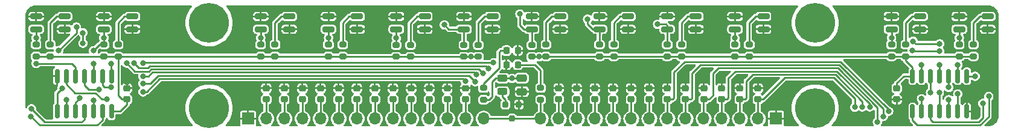
<source format=gbr>
%TF.GenerationSoftware,KiCad,Pcbnew,7.0.1*%
%TF.CreationDate,2023-08-09T15:39:39-03:00*%
%TF.ProjectId,QRE_12A,5152455f-3132-4412-9e6b-696361645f70,rev?*%
%TF.SameCoordinates,Original*%
%TF.FileFunction,Copper,L1,Top*%
%TF.FilePolarity,Positive*%
%FSLAX46Y46*%
G04 Gerber Fmt 4.6, Leading zero omitted, Abs format (unit mm)*
G04 Created by KiCad (PCBNEW 7.0.1) date 2023-08-09 15:39:39*
%MOMM*%
%LPD*%
G01*
G04 APERTURE LIST*
G04 Aperture macros list*
%AMRoundRect*
0 Rectangle with rounded corners*
0 $1 Rounding radius*
0 $2 $3 $4 $5 $6 $7 $8 $9 X,Y pos of 4 corners*
0 Add a 4 corners polygon primitive as box body*
4,1,4,$2,$3,$4,$5,$6,$7,$8,$9,$2,$3,0*
0 Add four circle primitives for the rounded corners*
1,1,$1+$1,$2,$3*
1,1,$1+$1,$4,$5*
1,1,$1+$1,$6,$7*
1,1,$1+$1,$8,$9*
0 Add four rect primitives between the rounded corners*
20,1,$1+$1,$2,$3,$4,$5,0*
20,1,$1+$1,$4,$5,$6,$7,0*
20,1,$1+$1,$6,$7,$8,$9,0*
20,1,$1+$1,$8,$9,$2,$3,0*%
G04 Aperture macros list end*
%TA.AperFunction,SMDPad,CuDef*%
%ADD10RoundRect,0.200000X0.275000X-0.200000X0.275000X0.200000X-0.275000X0.200000X-0.275000X-0.200000X0*%
%TD*%
%TA.AperFunction,SMDPad,CuDef*%
%ADD11RoundRect,0.218750X0.218750X0.256250X-0.218750X0.256250X-0.218750X-0.256250X0.218750X-0.256250X0*%
%TD*%
%TA.AperFunction,SMDPad,CuDef*%
%ADD12RoundRect,0.225000X0.250000X-0.225000X0.250000X0.225000X-0.250000X0.225000X-0.250000X-0.225000X0*%
%TD*%
%TA.AperFunction,SMDPad,CuDef*%
%ADD13RoundRect,0.250000X-0.475000X0.250000X-0.475000X-0.250000X0.475000X-0.250000X0.475000X0.250000X0*%
%TD*%
%TA.AperFunction,SMDPad,CuDef*%
%ADD14RoundRect,0.197500X-0.632500X0.197500X-0.632500X-0.197500X0.632500X-0.197500X0.632500X0.197500X0*%
%TD*%
%TA.AperFunction,SMDPad,CuDef*%
%ADD15RoundRect,0.200000X-0.200000X0.250000X-0.200000X-0.250000X0.200000X-0.250000X0.200000X0.250000X0*%
%TD*%
%TA.AperFunction,SMDPad,CuDef*%
%ADD16RoundRect,0.150000X-0.150000X0.825000X-0.150000X-0.825000X0.150000X-0.825000X0.150000X0.825000X0*%
%TD*%
%TA.AperFunction,SMDPad,CuDef*%
%ADD17RoundRect,0.150000X0.150000X-0.825000X0.150000X0.825000X-0.150000X0.825000X-0.150000X-0.825000X0*%
%TD*%
%TA.AperFunction,ComponentPad*%
%ADD18C,3.600000*%
%TD*%
%TA.AperFunction,ConnectorPad*%
%ADD19C,5.600000*%
%TD*%
%TA.AperFunction,SMDPad,CuDef*%
%ADD20RoundRect,0.225000X-0.250000X0.225000X-0.250000X-0.225000X0.250000X-0.225000X0.250000X0.225000X0*%
%TD*%
%TA.AperFunction,SMDPad,CuDef*%
%ADD21RoundRect,0.243750X0.456250X-0.243750X0.456250X0.243750X-0.456250X0.243750X-0.456250X-0.243750X0*%
%TD*%
%TA.AperFunction,ComponentPad*%
%ADD22O,1.700000X1.700000*%
%TD*%
%TA.AperFunction,ComponentPad*%
%ADD23R,1.700000X1.700000*%
%TD*%
%TA.AperFunction,ViaPad*%
%ADD24C,0.800000*%
%TD*%
%TA.AperFunction,Conductor*%
%ADD25C,0.250000*%
%TD*%
G04 APERTURE END LIST*
D10*
%TO.P,R6,1*%
%TO.N,VCC*%
X178275000Y-107175000D03*
%TO.P,R6,2*%
%TO.N,A2*%
X178275000Y-105525000D03*
%TD*%
D11*
%TO.P,D2,1,K*%
%TO.N,Net-(D2-K)*%
X147812500Y-108350000D03*
%TO.P,D2,2,A*%
%TO.N,GND*%
X146237500Y-108350000D03*
%TD*%
D12*
%TO.P,C26,1*%
%TO.N,D1*%
X178955000Y-113225000D03*
%TO.P,C26,2*%
%TO.N,GND*%
X178955000Y-111675000D03*
%TD*%
D10*
%TO.P,R17,1*%
%TO.N,VCC*%
X123275000Y-107175000D03*
%TO.P,R17,2*%
%TO.N,Net-(U9-A)*%
X123275000Y-105525000D03*
%TD*%
D13*
%TO.P,C15,1*%
%TO.N,VCC*%
X148375000Y-110250000D03*
%TO.P,C15,2*%
%TO.N,GND*%
X148375000Y-112150000D03*
%TD*%
D10*
%TO.P,R11,1*%
%TO.N,VCC*%
X151775000Y-107175000D03*
%TO.P,R11,2*%
%TO.N,Net-(U6-A)*%
X151775000Y-105525000D03*
%TD*%
D14*
%TO.P,U11,1,A*%
%TO.N,Net-(U11-A)*%
X93775000Y-101550000D03*
%TO.P,U11,2,K*%
%TO.N,GND*%
X89775000Y-101550000D03*
%TO.P,U11,3*%
%TO.N,A10*%
X89775000Y-103350000D03*
%TO.P,U11,4*%
%TO.N,GND*%
X93775000Y-103350000D03*
%TD*%
D15*
%TO.P,Q1,1,G*%
%TO.N,GND*%
X147975000Y-113950000D03*
%TO.P,Q1,2,S*%
%TO.N,Net-(Q1-S)*%
X146075000Y-113950000D03*
%TO.P,Q1,3,D*%
%TO.N,VDD*%
X147025000Y-115950000D03*
%TD*%
D12*
%TO.P,C13,1*%
%TO.N,VCC*%
X93025000Y-113225000D03*
%TO.P,C13,2*%
%TO.N,GND*%
X93025000Y-111675000D03*
%TD*%
D16*
%TO.P,U14,1*%
%TO.N,A9*%
X90835000Y-109975000D03*
%TO.P,U14,2*%
%TO.N,D9*%
X89565000Y-109975000D03*
%TO.P,U14,3*%
%TO.N,A10*%
X88295000Y-109975000D03*
%TO.P,U14,4*%
%TO.N,D10*%
X87025000Y-109975000D03*
%TO.P,U14,5*%
%TO.N,A11*%
X85755000Y-109975000D03*
%TO.P,U14,6*%
%TO.N,D11*%
X84485000Y-109975000D03*
%TO.P,U14,7,GND*%
%TO.N,GND*%
X83215000Y-109975000D03*
%TO.P,U14,8*%
%TO.N,D8*%
X83215000Y-114925000D03*
%TO.P,U14,9*%
%TO.N,A8*%
X84485000Y-114925000D03*
%TO.P,U14,10*%
%TO.N,D7*%
X85755000Y-114925000D03*
%TO.P,U14,11*%
%TO.N,A7*%
X87025000Y-114925000D03*
%TO.P,U14,12*%
%TO.N,D6*%
X88295000Y-114925000D03*
%TO.P,U14,13*%
%TO.N,A6*%
X89565000Y-114925000D03*
%TO.P,U14,14,VCC*%
%TO.N,VCC*%
X90835000Y-114925000D03*
%TD*%
D10*
%TO.P,R4,1*%
%TO.N,VCC*%
X200225000Y-107175000D03*
%TO.P,R4,2*%
%TO.N,A1*%
X200225000Y-105525000D03*
%TD*%
%TO.P,R20,1*%
%TO.N,VCC*%
X111775000Y-107175000D03*
%TO.P,R20,2*%
%TO.N,A9*%
X111775000Y-105525000D03*
%TD*%
D12*
%TO.P,C24,1*%
%TO.N,D3*%
X173895000Y-113225000D03*
%TO.P,C24,2*%
%TO.N,GND*%
X173895000Y-111675000D03*
%TD*%
D14*
%TO.P,U2,1,A*%
%TO.N,Net-(U2-A)*%
X204225000Y-101550000D03*
%TO.P,U2,2,K*%
%TO.N,GND*%
X200225000Y-101550000D03*
%TO.P,U2,3*%
%TO.N,A1*%
X200225000Y-103350000D03*
%TO.P,U2,4*%
%TO.N,GND*%
X204225000Y-103350000D03*
%TD*%
%TO.P,U7,1,A*%
%TO.N,Net-(U7-A)*%
X144275000Y-101550000D03*
%TO.P,U7,2,K*%
%TO.N,GND*%
X140275000Y-101550000D03*
%TO.P,U7,3*%
%TO.N,A6*%
X140275000Y-103350000D03*
%TO.P,U7,4*%
%TO.N,GND*%
X144275000Y-103350000D03*
%TD*%
D12*
%TO.P,C9,1*%
%TO.N,A8*%
X120165000Y-113225000D03*
%TO.P,C9,2*%
%TO.N,GND*%
X120165000Y-111675000D03*
%TD*%
D14*
%TO.P,U4,1,A*%
%TO.N,Net-(U4-A)*%
X172775000Y-101550000D03*
%TO.P,U4,2,K*%
%TO.N,GND*%
X168775000Y-101550000D03*
%TO.P,U4,3*%
%TO.N,A3*%
X168775000Y-103350000D03*
%TO.P,U4,4*%
%TO.N,GND*%
X172775000Y-103350000D03*
%TD*%
D17*
%TO.P,U13,1*%
%TO.N,A5*%
X203165000Y-114925000D03*
%TO.P,U13,2*%
%TO.N,D5*%
X204435000Y-114925000D03*
%TO.P,U13,3*%
%TO.N,A4*%
X205705000Y-114925000D03*
%TO.P,U13,4*%
%TO.N,D4*%
X206975000Y-114925000D03*
%TO.P,U13,5*%
%TO.N,A3*%
X208245000Y-114925000D03*
%TO.P,U13,6*%
%TO.N,D3*%
X209515000Y-114925000D03*
%TO.P,U13,7,GND*%
%TO.N,GND*%
X210785000Y-114925000D03*
%TO.P,U13,8*%
%TO.N,D0*%
X210785000Y-109975000D03*
%TO.P,U13,9*%
%TO.N,A0*%
X209515000Y-109975000D03*
%TO.P,U13,10*%
%TO.N,D1*%
X208245000Y-109975000D03*
%TO.P,U13,11*%
%TO.N,A1*%
X206975000Y-109975000D03*
%TO.P,U13,12*%
%TO.N,D2*%
X205705000Y-109975000D03*
%TO.P,U13,13*%
%TO.N,A2*%
X204435000Y-109975000D03*
%TO.P,U13,14,VCC*%
%TO.N,VCC*%
X203165000Y-109975000D03*
%TD*%
D18*
%TO.P,REF\u002A\u002A,1*%
%TO.N,N/C*%
X189525000Y-114450000D03*
D19*
X189525000Y-114450000D03*
%TD*%
D10*
%TO.P,R21,1*%
%TO.N,VCC*%
X91775000Y-107175000D03*
%TO.P,R21,2*%
%TO.N,Net-(U11-A)*%
X91775000Y-105525000D03*
%TD*%
%TO.P,R23,1*%
%TO.N,VCC*%
X82275000Y-107175000D03*
%TO.P,R23,2*%
%TO.N,Net-(U12-A)*%
X82275000Y-105525000D03*
%TD*%
D12*
%TO.P,C2,1*%
%TO.N,A1*%
X137935000Y-113225000D03*
%TO.P,C2,2*%
%TO.N,GND*%
X137935000Y-111675000D03*
%TD*%
D10*
%TO.P,R15,1*%
%TO.N,VCC*%
X132775000Y-107225000D03*
%TO.P,R15,2*%
%TO.N,Net-(U8-A)*%
X132775000Y-105575000D03*
%TD*%
%TO.P,R5,1*%
%TO.N,VCC*%
X180275000Y-107175000D03*
%TO.P,R5,2*%
%TO.N,Net-(U3-A)*%
X180275000Y-105525000D03*
%TD*%
%TO.P,R19,1*%
%TO.N,VCC*%
X113775000Y-107175000D03*
%TO.P,R19,2*%
%TO.N,Net-(U10-A)*%
X113775000Y-105525000D03*
%TD*%
%TO.P,R25,1*%
%TO.N,VCC*%
X143025000Y-113275000D03*
%TO.P,R25,2*%
%TO.N,Net-(D1-A)*%
X143025000Y-111625000D03*
%TD*%
%TO.P,R18,1*%
%TO.N,VCC*%
X121275000Y-107175000D03*
%TO.P,R18,2*%
%TO.N,A8*%
X121275000Y-105525000D03*
%TD*%
D12*
%TO.P,C18,1*%
%TO.N,D9*%
X158645000Y-113225000D03*
%TO.P,C18,2*%
%TO.N,GND*%
X158645000Y-111675000D03*
%TD*%
D14*
%TO.P,U8,1,A*%
%TO.N,Net-(U8-A)*%
X134775000Y-101550000D03*
%TO.P,U8,2,K*%
%TO.N,GND*%
X130775000Y-101550000D03*
%TO.P,U8,3*%
%TO.N,A7*%
X130775000Y-103350000D03*
%TO.P,U8,4*%
%TO.N,GND*%
X134775000Y-103350000D03*
%TD*%
D20*
%TO.P,C14,1*%
%TO.N,VCC*%
X200975000Y-111675000D03*
%TO.P,C14,2*%
%TO.N,GND*%
X200975000Y-113225000D03*
%TD*%
D12*
%TO.P,C3,1*%
%TO.N,A2*%
X135405000Y-113225000D03*
%TO.P,C3,2*%
%TO.N,GND*%
X135405000Y-111675000D03*
%TD*%
%TO.P,C5,1*%
%TO.N,A4*%
X130325000Y-113225000D03*
%TO.P,C5,2*%
%TO.N,GND*%
X130325000Y-111675000D03*
%TD*%
%TO.P,C20,1*%
%TO.N,D7*%
X163725000Y-113225000D03*
%TO.P,C20,2*%
%TO.N,GND*%
X163725000Y-111675000D03*
%TD*%
%TO.P,C8,1*%
%TO.N,A7*%
X122705000Y-113225000D03*
%TO.P,C8,2*%
%TO.N,GND*%
X122705000Y-111675000D03*
%TD*%
%TO.P,C6,1*%
%TO.N,A5*%
X127785000Y-113225000D03*
%TO.P,C6,2*%
%TO.N,GND*%
X127785000Y-111675000D03*
%TD*%
%TO.P,C23,1*%
%TO.N,D4*%
X171345000Y-113225000D03*
%TO.P,C23,2*%
%TO.N,GND*%
X171345000Y-111675000D03*
%TD*%
D11*
%TO.P,D1,1,K*%
%TO.N,GND*%
X147812500Y-106350000D03*
%TO.P,D1,2,A*%
%TO.N,Net-(D1-A)*%
X146237500Y-106350000D03*
%TD*%
D10*
%TO.P,R2,1*%
%TO.N,VCC*%
X209725000Y-107175000D03*
%TO.P,R2,2*%
%TO.N,A0*%
X209725000Y-105525000D03*
%TD*%
%TO.P,R24,1*%
%TO.N,VCC*%
X80275000Y-107175000D03*
%TO.P,R24,2*%
%TO.N,A11*%
X80275000Y-105525000D03*
%TD*%
D12*
%TO.P,C11,1*%
%TO.N,A10*%
X115075000Y-113225000D03*
%TO.P,C11,2*%
%TO.N,GND*%
X115075000Y-111675000D03*
%TD*%
D14*
%TO.P,U1,1,A*%
%TO.N,Net-(U1-A)*%
X213725000Y-101550000D03*
%TO.P,U1,2,K*%
%TO.N,GND*%
X209725000Y-101550000D03*
%TO.P,U1,3*%
%TO.N,A0*%
X209725000Y-103350000D03*
%TO.P,U1,4*%
%TO.N,GND*%
X213725000Y-103350000D03*
%TD*%
D10*
%TO.P,R10,1*%
%TO.N,VCC*%
X159275000Y-107175000D03*
%TO.P,R10,2*%
%TO.N,A4*%
X159275000Y-105525000D03*
%TD*%
D18*
%TO.P,REF\u002A\u002A,1*%
%TO.N,N/C*%
X189525000Y-102450000D03*
D19*
X189525000Y-102450000D03*
%TD*%
D10*
%TO.P,R12,1*%
%TO.N,VCC*%
X149775000Y-107225000D03*
%TO.P,R12,2*%
%TO.N,A5*%
X149775000Y-105575000D03*
%TD*%
%TO.P,R14,1*%
%TO.N,VCC*%
X140275000Y-107225000D03*
%TO.P,R14,2*%
%TO.N,A6*%
X140275000Y-105575000D03*
%TD*%
D12*
%TO.P,C7,1*%
%TO.N,A6*%
X125245000Y-113225000D03*
%TO.P,C7,2*%
%TO.N,GND*%
X125245000Y-111675000D03*
%TD*%
D10*
%TO.P,R3,1*%
%TO.N,VCC*%
X202225000Y-107175000D03*
%TO.P,R3,2*%
%TO.N,Net-(U2-A)*%
X202225000Y-105525000D03*
%TD*%
D12*
%TO.P,C17,1*%
%TO.N,D10*%
X156105000Y-113225000D03*
%TO.P,C17,2*%
%TO.N,GND*%
X156105000Y-111675000D03*
%TD*%
%TO.P,C1,1*%
%TO.N,A0*%
X140475000Y-113225000D03*
%TO.P,C1,2*%
%TO.N,GND*%
X140475000Y-111675000D03*
%TD*%
D10*
%TO.P,R26,1*%
%TO.N,VDD*%
X151025000Y-113275000D03*
%TO.P,R26,2*%
%TO.N,Net-(D2-K)*%
X151025000Y-111625000D03*
%TD*%
D12*
%TO.P,C12,1*%
%TO.N,A11*%
X112545000Y-113225000D03*
%TO.P,C12,2*%
%TO.N,GND*%
X112545000Y-111675000D03*
%TD*%
D10*
%TO.P,R1,1*%
%TO.N,VCC*%
X211725000Y-107175000D03*
%TO.P,R1,2*%
%TO.N,Net-(U1-A)*%
X211725000Y-105525000D03*
%TD*%
D21*
%TO.P,F2,1*%
%TO.N,Net-(Q1-S)*%
X145675000Y-112137500D03*
%TO.P,F2,2*%
%TO.N,VCC*%
X145675000Y-110262500D03*
%TD*%
D12*
%TO.P,C25,1*%
%TO.N,D2*%
X176425000Y-113225000D03*
%TO.P,C25,2*%
%TO.N,GND*%
X176425000Y-111675000D03*
%TD*%
D14*
%TO.P,U3,1,A*%
%TO.N,Net-(U3-A)*%
X182275000Y-101550000D03*
%TO.P,U3,2,K*%
%TO.N,GND*%
X178275000Y-101550000D03*
%TO.P,U3,3*%
%TO.N,A2*%
X178275000Y-103350000D03*
%TO.P,U3,4*%
%TO.N,GND*%
X182275000Y-103350000D03*
%TD*%
D18*
%TO.P,REF\u002A\u002A,1*%
%TO.N,N/C*%
X104525000Y-102450000D03*
D19*
X104525000Y-102450000D03*
%TD*%
D12*
%TO.P,C10,1*%
%TO.N,A9*%
X117625000Y-113225000D03*
%TO.P,C10,2*%
%TO.N,GND*%
X117625000Y-111675000D03*
%TD*%
D10*
%TO.P,R16,1*%
%TO.N,VCC*%
X130775000Y-107225000D03*
%TO.P,R16,2*%
%TO.N,A7*%
X130775000Y-105575000D03*
%TD*%
D12*
%TO.P,C21,1*%
%TO.N,D6*%
X166265000Y-113225000D03*
%TO.P,C21,2*%
%TO.N,GND*%
X166265000Y-111675000D03*
%TD*%
D22*
%TO.P,J1,1,Pin_1*%
%TO.N,VDD*%
X143025000Y-115950000D03*
%TO.P,J1,2,Pin_2*%
%TO.N,A0*%
X140485000Y-115950000D03*
%TO.P,J1,3,Pin_3*%
%TO.N,A1*%
X137945000Y-115950000D03*
%TO.P,J1,4,Pin_4*%
%TO.N,A2*%
X135405000Y-115950000D03*
%TO.P,J1,5,Pin_5*%
%TO.N,A3*%
X132865000Y-115950000D03*
%TO.P,J1,6,Pin_6*%
%TO.N,A4*%
X130325000Y-115950000D03*
%TO.P,J1,7,Pin_7*%
%TO.N,A5*%
X127785000Y-115950000D03*
%TO.P,J1,8,Pin_8*%
%TO.N,A6*%
X125245000Y-115950000D03*
%TO.P,J1,9,Pin_9*%
%TO.N,A7*%
X122705000Y-115950000D03*
%TO.P,J1,10,Pin_10*%
%TO.N,A8*%
X120165000Y-115950000D03*
%TO.P,J1,11,Pin_11*%
%TO.N,A9*%
X117625000Y-115950000D03*
%TO.P,J1,12,Pin_12*%
%TO.N,A10*%
X115085000Y-115950000D03*
%TO.P,J1,13,Pin_13*%
%TO.N,A11*%
X112545000Y-115950000D03*
D23*
%TO.P,J1,14,Pin_14*%
%TO.N,GND*%
X110005000Y-115950000D03*
%TD*%
D18*
%TO.P,REF\u002A\u002A,1*%
%TO.N,N/C*%
X104525000Y-114450000D03*
D19*
X104525000Y-114450000D03*
%TD*%
D10*
%TO.P,R13,1*%
%TO.N,VCC*%
X142275000Y-107225000D03*
%TO.P,R13,2*%
%TO.N,Net-(U7-A)*%
X142275000Y-105575000D03*
%TD*%
%TO.P,R9,1*%
%TO.N,VCC*%
X161275000Y-107175000D03*
%TO.P,R9,2*%
%TO.N,Net-(U5-A)*%
X161275000Y-105525000D03*
%TD*%
%TO.P,R8,1*%
%TO.N,VCC*%
X168775000Y-107175000D03*
%TO.P,R8,2*%
%TO.N,A3*%
X168775000Y-105525000D03*
%TD*%
D12*
%TO.P,C16,1*%
%TO.N,D11*%
X153565000Y-113225000D03*
%TO.P,C16,2*%
%TO.N,GND*%
X153565000Y-111675000D03*
%TD*%
D10*
%TO.P,R22,1*%
%TO.N,VCC*%
X89775000Y-107175000D03*
%TO.P,R22,2*%
%TO.N,A10*%
X89775000Y-105525000D03*
%TD*%
%TO.P,R7,1*%
%TO.N,VCC*%
X170775000Y-107175000D03*
%TO.P,R7,2*%
%TO.N,Net-(U4-A)*%
X170775000Y-105525000D03*
%TD*%
D14*
%TO.P,U9,1,A*%
%TO.N,Net-(U9-A)*%
X125275000Y-101550000D03*
%TO.P,U9,2,K*%
%TO.N,GND*%
X121275000Y-101550000D03*
%TO.P,U9,3*%
%TO.N,A8*%
X121275000Y-103350000D03*
%TO.P,U9,4*%
%TO.N,GND*%
X125275000Y-103350000D03*
%TD*%
%TO.P,U5,1,A*%
%TO.N,Net-(U5-A)*%
X163275000Y-101550000D03*
%TO.P,U5,2,K*%
%TO.N,GND*%
X159275000Y-101550000D03*
%TO.P,U5,3*%
%TO.N,A4*%
X159275000Y-103350000D03*
%TO.P,U5,4*%
%TO.N,GND*%
X163275000Y-103350000D03*
%TD*%
D12*
%TO.P,C27,1*%
%TO.N,D0*%
X181505000Y-113225000D03*
%TO.P,C27,2*%
%TO.N,GND*%
X181505000Y-111675000D03*
%TD*%
%TO.P,C19,1*%
%TO.N,D8*%
X161185000Y-113225000D03*
%TO.P,C19,2*%
%TO.N,GND*%
X161185000Y-111675000D03*
%TD*%
D14*
%TO.P,U12,1,A*%
%TO.N,Net-(U12-A)*%
X84275000Y-101550000D03*
%TO.P,U12,2,K*%
%TO.N,GND*%
X80275000Y-101550000D03*
%TO.P,U12,3*%
%TO.N,A11*%
X80275000Y-103350000D03*
%TO.P,U12,4*%
%TO.N,GND*%
X84275000Y-103350000D03*
%TD*%
%TO.P,U6,1,A*%
%TO.N,Net-(U6-A)*%
X153775000Y-101550000D03*
%TO.P,U6,2,K*%
%TO.N,GND*%
X149775000Y-101550000D03*
%TO.P,U6,3*%
%TO.N,A5*%
X149775000Y-103350000D03*
%TO.P,U6,4*%
%TO.N,GND*%
X153775000Y-103350000D03*
%TD*%
%TO.P,U10,1,A*%
%TO.N,Net-(U10-A)*%
X115775000Y-101550000D03*
%TO.P,U10,2,K*%
%TO.N,GND*%
X111775000Y-101550000D03*
%TO.P,U10,3*%
%TO.N,A9*%
X111775000Y-103350000D03*
%TO.P,U10,4*%
%TO.N,GND*%
X115775000Y-103350000D03*
%TD*%
D22*
%TO.P,J2,1,Pin_1*%
%TO.N,VDD*%
X151025000Y-115950000D03*
%TO.P,J2,2,Pin_2*%
%TO.N,D11*%
X153565000Y-115950000D03*
%TO.P,J2,3,Pin_3*%
%TO.N,D10*%
X156105000Y-115950000D03*
%TO.P,J2,4,Pin_4*%
%TO.N,D9*%
X158645000Y-115950000D03*
%TO.P,J2,5,Pin_5*%
%TO.N,D8*%
X161185000Y-115950000D03*
%TO.P,J2,6,Pin_6*%
%TO.N,D7*%
X163725000Y-115950000D03*
%TO.P,J2,7,Pin_7*%
%TO.N,D6*%
X166265000Y-115950000D03*
%TO.P,J2,8,Pin_8*%
%TO.N,D5*%
X168805000Y-115950000D03*
%TO.P,J2,9,Pin_9*%
%TO.N,D4*%
X171345000Y-115950000D03*
%TO.P,J2,10,Pin_10*%
%TO.N,D3*%
X173885000Y-115950000D03*
%TO.P,J2,11,Pin_11*%
%TO.N,D2*%
X176425000Y-115950000D03*
%TO.P,J2,12,Pin_12*%
%TO.N,D1*%
X178965000Y-115950000D03*
%TO.P,J2,13,Pin_13*%
%TO.N,D0*%
X181505000Y-115950000D03*
D23*
%TO.P,J2,14,Pin_14*%
%TO.N,GND*%
X184045000Y-115950000D03*
%TD*%
D12*
%TO.P,C4,1*%
%TO.N,A3*%
X132875000Y-113225000D03*
%TO.P,C4,2*%
%TO.N,GND*%
X132875000Y-111675000D03*
%TD*%
%TO.P,C22,1*%
%TO.N,D5*%
X168805000Y-113225000D03*
%TO.P,C22,2*%
%TO.N,GND*%
X168805000Y-111675000D03*
%TD*%
D24*
%TO.N,A0*%
X209525000Y-108375000D03*
X209725000Y-104575000D03*
%TO.N,GND*%
X136675000Y-112450000D03*
X111600000Y-112450000D03*
X153575000Y-110550000D03*
X131600000Y-111675000D03*
X163725000Y-110550000D03*
X171325000Y-110550000D03*
X108475000Y-115950000D03*
X121450000Y-111675000D03*
X162450000Y-114850000D03*
X130775000Y-100500000D03*
X156125000Y-110550000D03*
X200225000Y-100500000D03*
X161175000Y-110550000D03*
X116375000Y-112450000D03*
X111775000Y-100500000D03*
X176425000Y-110550000D03*
X154825000Y-114850000D03*
X177675000Y-114800000D03*
X89775000Y-100500000D03*
X172625000Y-114825000D03*
X181525000Y-110550000D03*
X141775000Y-112450000D03*
X144275000Y-104400000D03*
X93025000Y-110800000D03*
X158625000Y-110550000D03*
X157375000Y-114850000D03*
X170075000Y-114850000D03*
X116375000Y-111675000D03*
X82225000Y-109950000D03*
X205750000Y-103350000D03*
X165000000Y-114850000D03*
X121275000Y-100500000D03*
X178975000Y-110550000D03*
X211775000Y-114925000D03*
X172775000Y-104400000D03*
X159925000Y-114850000D03*
X121450000Y-112450000D03*
X136675000Y-111675000D03*
X175150000Y-114800000D03*
X185575000Y-115950000D03*
X126500000Y-112450000D03*
X80275000Y-100500000D03*
X153775000Y-104400000D03*
X136175000Y-102450000D03*
X115775000Y-104400000D03*
X163275000Y-104400000D03*
X180250000Y-114750000D03*
X182275000Y-104400000D03*
X179600000Y-100725000D03*
X199800000Y-113225000D03*
X149750000Y-110900000D03*
X214775000Y-104300000D03*
X168825000Y-110550000D03*
X131600000Y-112450000D03*
X209750000Y-100450000D03*
X173875000Y-110550000D03*
X166275000Y-110550000D03*
X126500000Y-111675000D03*
X193350000Y-116475000D03*
X125275000Y-104400000D03*
%TO.N,A1*%
X200225000Y-104575000D03*
X206975000Y-106450500D03*
X206975000Y-108375000D03*
X203140757Y-106341959D03*
%TO.N,A2*%
X206975000Y-105400000D03*
X178275000Y-104600000D03*
X204425000Y-108400000D03*
X203246210Y-105037996D03*
%TO.N,A3*%
X208250000Y-113275000D03*
X167425000Y-102650500D03*
%TO.N,A4*%
X213050000Y-113800000D03*
X157600000Y-101926000D03*
%TO.N,A5*%
X148125000Y-101201500D03*
X213862098Y-112812098D03*
%TO.N,A6*%
X79525000Y-115625000D03*
X137525000Y-102725000D03*
%TO.N,A7*%
X130775000Y-104600000D03*
X79625000Y-114575000D03*
%TO.N,A8*%
X121275000Y-104550000D03*
X85925000Y-103025000D03*
X83425000Y-106350000D03*
X84500000Y-113275000D03*
%TO.N,A9*%
X90825000Y-108250000D03*
X86850000Y-105325000D03*
X86850000Y-103850000D03*
X111775000Y-104575000D03*
%TO.N,A10*%
X89775000Y-104575000D03*
X88300000Y-106375000D03*
X88300000Y-108250000D03*
%TO.N,A11*%
X80275000Y-108175000D03*
X80275000Y-104575000D03*
%TO.N,VCC*%
X147025000Y-110275000D03*
X150800000Y-107225000D03*
X141275000Y-107225000D03*
%TO.N,D0*%
X211950000Y-109975000D03*
X195075000Y-114325000D03*
%TO.N,D1*%
X208250000Y-111550000D03*
X196150000Y-114300000D03*
%TO.N,D2*%
X197174799Y-114299799D03*
X205700000Y-112274500D03*
%TO.N,D3*%
X209500000Y-112475000D03*
X198250000Y-116400000D03*
%TO.N,D4*%
X206925000Y-112274500D03*
X199075000Y-115625000D03*
%TO.N,D5*%
X199825000Y-114900500D03*
X204425000Y-113150000D03*
%TO.N,D6*%
X144425000Y-108075000D03*
X95250000Y-108100000D03*
X88300000Y-113350000D03*
%TO.N,D7*%
X93975000Y-108100000D03*
X143700500Y-108880816D03*
X86425000Y-113050000D03*
%TO.N,D8*%
X92975000Y-108125000D03*
X83924500Y-111650201D03*
X142950000Y-109549500D03*
%TO.N,D9*%
X141971030Y-109751053D03*
X90825000Y-111550000D03*
X95250000Y-109999500D03*
%TO.N,D10*%
X89125000Y-111825000D03*
X95262548Y-111011551D03*
X141858686Y-110744221D03*
%TO.N,D11*%
X140475000Y-110624500D03*
X95275000Y-112175000D03*
X90200000Y-113225000D03*
%TD*%
D25*
%TO.N,A0*%
X209525000Y-108375000D02*
X209525000Y-109965000D01*
X140475000Y-113225000D02*
X140485000Y-113235000D01*
X209725000Y-105525000D02*
X209725000Y-104575000D01*
X209525000Y-109965000D02*
X209515000Y-109975000D01*
X140485000Y-113235000D02*
X140485000Y-115950000D01*
X209725000Y-104575000D02*
X209725000Y-103350000D01*
%TO.N,A1*%
X137945000Y-115950000D02*
X137945000Y-113235000D01*
X203249298Y-106450500D02*
X206975000Y-106450500D01*
X137945000Y-113235000D02*
X137935000Y-113225000D01*
X200225000Y-105525000D02*
X200225000Y-104575000D01*
X200225000Y-104575000D02*
X200225000Y-103350000D01*
X206975000Y-108375000D02*
X206975000Y-109975000D01*
X203140757Y-106341959D02*
X203249298Y-106450500D01*
%TO.N,A2*%
X204425000Y-108400000D02*
X204425000Y-109965000D01*
X135405000Y-115950000D02*
X135405000Y-113225000D01*
X178275000Y-104600000D02*
X178275000Y-103350000D01*
X203246210Y-105037996D02*
X203608214Y-105400000D01*
X204425000Y-109965000D02*
X204435000Y-109975000D01*
X178275000Y-105525000D02*
X178275000Y-104600000D01*
X203608214Y-105400000D02*
X206975000Y-105400000D01*
%TO.N,A3*%
X208245000Y-113280000D02*
X208250000Y-113275000D01*
X132865000Y-115950000D02*
X132865000Y-113235000D01*
X167425000Y-102650500D02*
X168575500Y-102650500D01*
X168575500Y-102650500D02*
X168775000Y-102850000D01*
X132865000Y-113235000D02*
X132875000Y-113225000D01*
X168775000Y-105525000D02*
X168775000Y-103350000D01*
X208245000Y-114925000D02*
X208245000Y-113280000D01*
X168775000Y-102850000D02*
X168775000Y-103350000D01*
%TO.N,A4*%
X205705000Y-116080000D02*
X205705000Y-114925000D01*
X212467604Y-116421000D02*
X206046000Y-116421000D01*
X159275000Y-105525000D02*
X159275000Y-103350000D01*
X130325000Y-115950000D02*
X130325000Y-113225000D01*
X157600000Y-101926000D02*
X157600000Y-102625000D01*
X206046000Y-116421000D02*
X205705000Y-116080000D01*
X157600000Y-102625000D02*
X158325000Y-103350000D01*
X213050000Y-115838604D02*
X212467604Y-116421000D01*
X158325000Y-103350000D02*
X159275000Y-103350000D01*
X213050000Y-113800000D02*
X213050000Y-115838604D01*
%TO.N,A5*%
X148125000Y-101201500D02*
X148125000Y-102800000D01*
X148675000Y-103350000D02*
X149775000Y-103350000D01*
X213862098Y-112812098D02*
X213862098Y-115662902D01*
X203165000Y-116190000D02*
X203165000Y-114925000D01*
X212654000Y-116871000D02*
X203846000Y-116871000D01*
X149775000Y-105575000D02*
X149775000Y-103350000D01*
X213862098Y-115662902D02*
X212654000Y-116871000D01*
X203846000Y-116871000D02*
X203165000Y-116190000D01*
X148125000Y-102800000D02*
X148675000Y-103350000D01*
X127785000Y-115950000D02*
X127785000Y-113225000D01*
%TO.N,A6*%
X140275000Y-105575000D02*
X140275000Y-103350000D01*
X89565000Y-116135000D02*
X89565000Y-114925000D01*
X80771000Y-116871000D02*
X88829000Y-116871000D01*
X79525000Y-115625000D02*
X80771000Y-116871000D01*
X137525000Y-102725000D02*
X138150000Y-103350000D01*
X138150000Y-103350000D02*
X140275000Y-103350000D01*
X125245000Y-115950000D02*
X125245000Y-113225000D01*
X88829000Y-116871000D02*
X89565000Y-116135000D01*
%TO.N,A7*%
X122705000Y-113225000D02*
X122705000Y-115950000D01*
X81471000Y-116421000D02*
X86654000Y-116421000D01*
X87025000Y-116050000D02*
X87025000Y-114925000D01*
X79625000Y-114575000D02*
X81471000Y-116421000D01*
X86654000Y-116421000D02*
X87025000Y-116050000D01*
X130775000Y-105575000D02*
X130775000Y-103350000D01*
%TO.N,A8*%
X85925000Y-103850000D02*
X83425000Y-106350000D01*
X121275000Y-105525000D02*
X121275000Y-104550000D01*
X120165000Y-113225000D02*
X120165000Y-115950000D01*
X85925000Y-103025000D02*
X85925000Y-103850000D01*
X84500000Y-114910000D02*
X84485000Y-114925000D01*
X84500000Y-113275000D02*
X84500000Y-114910000D01*
X121275000Y-104550000D02*
X121275000Y-103350000D01*
%TO.N,A9*%
X117625000Y-115950000D02*
X117625000Y-113225000D01*
X90825000Y-109965000D02*
X90835000Y-109975000D01*
X111775000Y-104575000D02*
X111775000Y-103350000D01*
X111775000Y-105525000D02*
X111775000Y-104575000D01*
X90825000Y-108250000D02*
X90825000Y-109965000D01*
X86850000Y-105325000D02*
X86850000Y-103850000D01*
%TO.N,A10*%
X88300000Y-109970000D02*
X88295000Y-109975000D01*
X115085000Y-113235000D02*
X115075000Y-113225000D01*
X89775000Y-105525000D02*
X89775000Y-104575000D01*
X89150000Y-105525000D02*
X88300000Y-106375000D01*
X88300000Y-108250000D02*
X88300000Y-109970000D01*
X89775000Y-104575000D02*
X89775000Y-103350000D01*
X89775000Y-105525000D02*
X89150000Y-105525000D01*
X115085000Y-115950000D02*
X115085000Y-113235000D01*
%TO.N,A11*%
X85755000Y-108680000D02*
X85755000Y-109975000D01*
X112545000Y-115950000D02*
X112545000Y-113225000D01*
X80275000Y-108175000D02*
X85250000Y-108175000D01*
X80275000Y-105525000D02*
X80275000Y-104575000D01*
X80275000Y-104575000D02*
X80275000Y-103350000D01*
X85250000Y-108175000D02*
X85755000Y-108680000D01*
%TO.N,VCC*%
X93025000Y-113950000D02*
X93025000Y-113225000D01*
X82275000Y-107175000D02*
X89775000Y-107175000D01*
X202225000Y-107800000D02*
X202225000Y-107175000D01*
X170775000Y-107175000D02*
X178275000Y-107175000D01*
X147025000Y-110275000D02*
X147037500Y-110262500D01*
X92300000Y-113225000D02*
X93025000Y-113225000D01*
X130775000Y-107225000D02*
X123325000Y-107225000D01*
X202225000Y-107175000D02*
X209725000Y-107175000D01*
X121275000Y-107175000D02*
X113775000Y-107175000D01*
X140275000Y-107225000D02*
X141275000Y-107225000D01*
X149775000Y-107225000D02*
X150800000Y-107225000D01*
X203165000Y-108740000D02*
X202225000Y-107800000D01*
X203165000Y-109975000D02*
X203165000Y-108740000D01*
X147012500Y-110262500D02*
X147025000Y-110275000D01*
X111775000Y-107175000D02*
X113775000Y-107175000D01*
X200225000Y-107175000D02*
X202225000Y-107175000D01*
X144712500Y-110262500D02*
X145675000Y-110262500D01*
X148362500Y-110262500D02*
X148375000Y-110250000D01*
X168775000Y-107175000D02*
X170775000Y-107175000D01*
X140275000Y-107225000D02*
X132775000Y-107225000D01*
X201950000Y-109975000D02*
X203165000Y-109975000D01*
X90835000Y-114925000D02*
X92050000Y-114925000D01*
X89775000Y-107175000D02*
X91775000Y-107175000D01*
X145675000Y-110262500D02*
X147012500Y-110262500D01*
X143025000Y-113275000D02*
X143800000Y-113275000D01*
X144225000Y-110750000D02*
X144712500Y-110262500D01*
X130775000Y-107225000D02*
X132775000Y-107225000D01*
X92050000Y-114925000D02*
X93025000Y-113950000D01*
X209725000Y-107175000D02*
X211725000Y-107175000D01*
X159275000Y-107175000D02*
X161275000Y-107175000D01*
X200975000Y-110950000D02*
X201950000Y-109975000D01*
X161275000Y-107175000D02*
X168775000Y-107175000D01*
X123325000Y-107225000D02*
X123275000Y-107175000D01*
X178275000Y-107175000D02*
X180275000Y-107175000D01*
X80275000Y-107175000D02*
X82275000Y-107175000D01*
X144225000Y-112850000D02*
X144225000Y-110750000D01*
X147037500Y-110262500D02*
X148362500Y-110262500D01*
X180275000Y-107175000D02*
X200225000Y-107175000D01*
X121275000Y-107175000D02*
X123275000Y-107175000D01*
X91775000Y-112700000D02*
X92300000Y-113225000D01*
X151725000Y-107225000D02*
X151775000Y-107175000D01*
X151775000Y-107175000D02*
X159275000Y-107175000D01*
X143800000Y-113275000D02*
X144225000Y-112850000D01*
X91775000Y-107175000D02*
X111775000Y-107175000D01*
X141275000Y-107225000D02*
X142275000Y-107225000D01*
X200975000Y-111675000D02*
X200975000Y-110950000D01*
X150800000Y-107225000D02*
X151725000Y-107225000D01*
X91775000Y-107175000D02*
X91775000Y-112700000D01*
%TO.N,Net-(D1-A)*%
X145200000Y-108825000D02*
X143025000Y-111000000D01*
X143025000Y-111000000D02*
X143025000Y-111625000D01*
X145200000Y-106575000D02*
X145200000Y-108825000D01*
X145425000Y-106350000D02*
X145200000Y-106575000D01*
X146237500Y-106350000D02*
X145425000Y-106350000D01*
%TO.N,Net-(D2-K)*%
X150225000Y-108350000D02*
X151025000Y-109150000D01*
X151025000Y-109150000D02*
X151025000Y-111625000D01*
X147812500Y-108350000D02*
X150225000Y-108350000D01*
%TO.N,Net-(Q1-S)*%
X146075000Y-113950000D02*
X146075000Y-113250000D01*
X145675000Y-112850000D02*
X145675000Y-112137500D01*
X146075000Y-113250000D02*
X145675000Y-112850000D01*
%TO.N,VDD*%
X151025000Y-115950000D02*
X151025000Y-113275000D01*
X143025000Y-115950000D02*
X151025000Y-115950000D01*
%TO.N,D0*%
X182225000Y-113225000D02*
X181505000Y-113225000D01*
X181505000Y-115950000D02*
X181505000Y-113225000D01*
X210785000Y-109975000D02*
X211950000Y-109975000D01*
X195075000Y-114325000D02*
X195075000Y-113083883D01*
X185275000Y-110175000D02*
X182225000Y-113225000D01*
X192166117Y-110175000D02*
X185275000Y-110175000D01*
X195075000Y-113083883D02*
X192166117Y-110175000D01*
%TO.N,D1*%
X180800000Y-109725000D02*
X179900000Y-110625000D01*
X196150000Y-114300000D02*
X196150000Y-113522487D01*
X179725000Y-113225000D02*
X178955000Y-113225000D01*
X178965000Y-113235000D02*
X178955000Y-113225000D01*
X192352513Y-109725000D02*
X180800000Y-109725000D01*
X196150000Y-113522487D02*
X192352513Y-109725000D01*
X179900000Y-110625000D02*
X179900000Y-113050000D01*
X179900000Y-113050000D02*
X179725000Y-113225000D01*
X178965000Y-115950000D02*
X178965000Y-113235000D01*
X208245000Y-109975000D02*
X208245000Y-111545000D01*
X208245000Y-111545000D02*
X208250000Y-111550000D01*
%TO.N,D2*%
X205705000Y-112269500D02*
X205700000Y-112274500D01*
X177350000Y-110275000D02*
X177350000Y-113050000D01*
X197174799Y-113910890D02*
X192538909Y-109275000D01*
X192538909Y-109275000D02*
X178350000Y-109275000D01*
X197174799Y-114299799D02*
X197174799Y-113910890D01*
X177175000Y-113225000D02*
X176425000Y-113225000D01*
X205705000Y-109975000D02*
X205705000Y-112269500D01*
X177350000Y-113050000D02*
X177175000Y-113225000D01*
X178350000Y-109275000D02*
X177350000Y-110275000D01*
X176425000Y-115950000D02*
X176425000Y-113225000D01*
%TO.N,D3*%
X198250000Y-116400000D02*
X198250000Y-114349695D01*
X209515000Y-112490000D02*
X209500000Y-112475000D01*
X175175000Y-109600000D02*
X175175000Y-112700000D01*
X198250000Y-114349695D02*
X192725305Y-108825000D01*
X209515000Y-114925000D02*
X209515000Y-112490000D01*
X174650000Y-113225000D02*
X173895000Y-113225000D01*
X192725305Y-108825000D02*
X175950000Y-108825000D01*
X173885000Y-115950000D02*
X173885000Y-113235000D01*
X173885000Y-113235000D02*
X173895000Y-113225000D01*
X175950000Y-108825000D02*
X175175000Y-109600000D01*
X175175000Y-112700000D02*
X174650000Y-113225000D01*
%TO.N,D4*%
X172275000Y-109525000D02*
X172275000Y-113075000D01*
X199075000Y-115625000D02*
X199075000Y-114538299D01*
X172275000Y-113075000D02*
X172125000Y-113225000D01*
X172125000Y-113225000D02*
X171345000Y-113225000D01*
X192911701Y-108375000D02*
X173425000Y-108375000D01*
X173425000Y-108375000D02*
X172275000Y-109525000D01*
X206975000Y-112324500D02*
X206925000Y-112274500D01*
X206975000Y-114925000D02*
X206975000Y-112324500D01*
X199075000Y-114538299D02*
X192911701Y-108375000D01*
X171345000Y-115950000D02*
X171345000Y-113225000D01*
%TO.N,D5*%
X168805000Y-115950000D02*
X168805000Y-113225000D01*
X193098097Y-107925000D02*
X171200000Y-107925000D01*
X169550000Y-113225000D02*
X168805000Y-113225000D01*
X199825000Y-114900500D02*
X199825000Y-114651903D01*
X199825000Y-114651903D02*
X193098097Y-107925000D01*
X171200000Y-107925000D02*
X169725000Y-109400000D01*
X169725000Y-109400000D02*
X169725000Y-113050000D01*
X204435000Y-114925000D02*
X204435000Y-113160000D01*
X204435000Y-113160000D02*
X204425000Y-113150000D01*
X169725000Y-113050000D02*
X169550000Y-113225000D01*
%TO.N,D6*%
X88295000Y-114925000D02*
X88295000Y-113355000D01*
X95275000Y-108075000D02*
X144425000Y-108075000D01*
X88295000Y-113355000D02*
X88300000Y-113350000D01*
X166265000Y-115950000D02*
X166265000Y-113225000D01*
X95250000Y-108100000D02*
X95275000Y-108075000D01*
%TO.N,D7*%
X85755000Y-114925000D02*
X85755000Y-113720000D01*
X163725000Y-115950000D02*
X163725000Y-113225000D01*
X143700500Y-108880816D02*
X143344684Y-108525000D01*
X94700000Y-108825000D02*
X93975000Y-108100000D01*
X143344684Y-108525000D02*
X96213604Y-108525000D01*
X85755000Y-113720000D02*
X86425000Y-113050000D01*
X96213604Y-108525000D02*
X95913604Y-108825000D01*
X95913604Y-108825000D02*
X94700000Y-108825000D01*
%TO.N,D8*%
X96100000Y-109275000D02*
X94125000Y-109275000D01*
X142375500Y-108975000D02*
X96400000Y-108975000D01*
X94125000Y-109275000D02*
X92975000Y-108125000D01*
X96400000Y-108975000D02*
X96100000Y-109275000D01*
X83215000Y-114925000D02*
X83215000Y-112359701D01*
X161185000Y-115950000D02*
X161185000Y-113225000D01*
X142950000Y-109549500D02*
X142375500Y-108975000D01*
X83215000Y-112359701D02*
X83924500Y-111650201D01*
%TO.N,D9*%
X96011896Y-109999500D02*
X96586396Y-109425000D01*
X89900000Y-111550000D02*
X90825000Y-111550000D01*
X89565000Y-109975000D02*
X89565000Y-111215000D01*
X95250000Y-109999500D02*
X96011896Y-109999500D01*
X141644977Y-109425000D02*
X141971030Y-109751053D01*
X89565000Y-111215000D02*
X89900000Y-111550000D01*
X96586396Y-109425000D02*
X141644977Y-109425000D01*
X158645000Y-115950000D02*
X158645000Y-113225000D01*
%TO.N,D10*%
X87625000Y-111825000D02*
X89125000Y-111825000D01*
X87025000Y-111225000D02*
X87625000Y-111825000D01*
X140989465Y-109875000D02*
X141858686Y-110744221D01*
X95262548Y-111011551D02*
X96263449Y-111011551D01*
X97400000Y-109875000D02*
X140989465Y-109875000D01*
X87025000Y-109975000D02*
X87025000Y-111225000D01*
X156105000Y-115950000D02*
X156105000Y-113225000D01*
X96263449Y-111011551D02*
X97400000Y-109875000D01*
%TO.N,D11*%
X85700000Y-112325000D02*
X88599695Y-112325000D01*
X95750000Y-112175000D02*
X97600000Y-110325000D01*
X89499695Y-113225000D02*
X90200000Y-113225000D01*
X84485000Y-111110000D02*
X85700000Y-112325000D01*
X95275000Y-112175000D02*
X95750000Y-112175000D01*
X153565000Y-115950000D02*
X153565000Y-113225000D01*
X84485000Y-109975000D02*
X84485000Y-111110000D01*
X97600000Y-110325000D02*
X140175500Y-110325000D01*
X88599695Y-112325000D02*
X89499695Y-113225000D01*
X140175500Y-110325000D02*
X140475000Y-110624500D01*
%TO.N,Net-(U1-A)*%
X211725000Y-102450000D02*
X212625000Y-101550000D01*
X211725000Y-105525000D02*
X211725000Y-102450000D01*
X212625000Y-101550000D02*
X213725000Y-101550000D01*
%TO.N,Net-(U2-A)*%
X202225000Y-105525000D02*
X202225000Y-102450000D01*
X202225000Y-102450000D02*
X203125000Y-101550000D01*
X203125000Y-101550000D02*
X204225000Y-101550000D01*
%TO.N,Net-(U3-A)*%
X180275000Y-102450000D02*
X181175000Y-101550000D01*
X181175000Y-101550000D02*
X182275000Y-101550000D01*
X180275000Y-105525000D02*
X180275000Y-102450000D01*
%TO.N,Net-(U4-A)*%
X170775000Y-105525000D02*
X170775000Y-102450000D01*
X171675000Y-101550000D02*
X172775000Y-101550000D01*
X170775000Y-102450000D02*
X171675000Y-101550000D01*
%TO.N,Net-(U5-A)*%
X162175000Y-101550000D02*
X163275000Y-101550000D01*
X161275000Y-105525000D02*
X161275000Y-102450000D01*
X161275000Y-102450000D02*
X162175000Y-101550000D01*
%TO.N,Net-(U6-A)*%
X151775000Y-105525000D02*
X151775000Y-102400000D01*
X151775000Y-102400000D02*
X152625000Y-101550000D01*
X152625000Y-101550000D02*
X153775000Y-101550000D01*
%TO.N,Net-(U7-A)*%
X143175000Y-101550000D02*
X144275000Y-101550000D01*
X142275000Y-102450000D02*
X143175000Y-101550000D01*
X142275000Y-105575000D02*
X142275000Y-102450000D01*
%TO.N,Net-(U8-A)*%
X133725000Y-101550000D02*
X134775000Y-101550000D01*
X132775000Y-105575000D02*
X132775000Y-102500000D01*
X132775000Y-102500000D02*
X133725000Y-101550000D01*
%TO.N,Net-(U9-A)*%
X124175000Y-101550000D02*
X125275000Y-101550000D01*
X123275000Y-102450000D02*
X124175000Y-101550000D01*
X123275000Y-105525000D02*
X123275000Y-102450000D01*
%TO.N,Net-(U10-A)*%
X113775000Y-102450000D02*
X114675000Y-101550000D01*
X114675000Y-101550000D02*
X115775000Y-101550000D01*
X113775000Y-105525000D02*
X113775000Y-102450000D01*
%TO.N,Net-(U11-A)*%
X91775000Y-105525000D02*
X91775000Y-102450000D01*
X91775000Y-102450000D02*
X92675000Y-101550000D01*
X92675000Y-101550000D02*
X93775000Y-101550000D01*
%TO.N,Net-(U12-A)*%
X82275000Y-102450000D02*
X83175000Y-101550000D01*
X83175000Y-101550000D02*
X84275000Y-101550000D01*
X82275000Y-105525000D02*
X82275000Y-102450000D01*
%TD*%
%TA.AperFunction,Conductor*%
%TO.N,GND*%
G36*
X102067297Y-100024335D02*
G01*
X102113791Y-100077594D01*
X102124284Y-100147510D01*
X102095469Y-100212071D01*
X101893638Y-100449685D01*
X101692787Y-100745916D01*
X101525147Y-101062120D01*
X101392673Y-101394602D01*
X101296929Y-101739445D01*
X101239028Y-102092628D01*
X101219651Y-102449999D01*
X101239028Y-102807371D01*
X101296929Y-103160554D01*
X101392673Y-103505397D01*
X101452635Y-103655889D01*
X101525147Y-103837880D01*
X101531573Y-103850000D01*
X101692787Y-104154083D01*
X101893637Y-104450314D01*
X101999547Y-104575000D01*
X102125332Y-104723086D01*
X102385163Y-104969211D01*
X102670081Y-105185800D01*
X102976747Y-105370315D01*
X103301565Y-105520591D01*
X103301571Y-105520593D01*
X103640725Y-105634868D01*
X103815489Y-105673336D01*
X103990254Y-105711805D01*
X104070204Y-105720500D01*
X104346049Y-105750500D01*
X104346052Y-105750500D01*
X104703948Y-105750500D01*
X104703951Y-105750500D01*
X104933858Y-105725496D01*
X105059746Y-105711805D01*
X105409274Y-105634868D01*
X105748435Y-105520591D01*
X106073253Y-105370315D01*
X106379919Y-105185800D01*
X106664837Y-104969211D01*
X106924668Y-104723086D01*
X107156365Y-104450311D01*
X107357211Y-104154085D01*
X107524853Y-103837880D01*
X107618862Y-103601936D01*
X110690500Y-103601936D01*
X110691311Y-103610581D01*
X110693364Y-103632481D01*
X110738283Y-103760855D01*
X110738366Y-103761091D01*
X110819277Y-103870722D01*
X110874093Y-103911178D01*
X110928909Y-103951634D01*
X111057519Y-103996636D01*
X111088061Y-103999500D01*
X111136890Y-103999500D01*
X111202075Y-104017672D01*
X111248457Y-104066945D01*
X111262660Y-104133108D01*
X111240586Y-104197076D01*
X111191212Y-104268605D01*
X111134850Y-104417219D01*
X111115693Y-104575000D01*
X111134850Y-104732780D01*
X111191056Y-104880983D01*
X111198069Y-104942828D01*
X111174624Y-105000484D01*
X111093629Y-105110228D01*
X111048379Y-105239545D01*
X111045500Y-105270253D01*
X111045500Y-105779747D01*
X111048379Y-105810452D01*
X111092940Y-105937799D01*
X111093631Y-105939773D01*
X111108785Y-105960306D01*
X111174989Y-106050010D01*
X111285228Y-106131370D01*
X111414545Y-106176620D01*
X111414546Y-106176620D01*
X111414549Y-106176621D01*
X111445251Y-106179500D01*
X112104748Y-106179499D01*
X112135451Y-106176621D01*
X112264773Y-106131369D01*
X112375010Y-106050010D01*
X112456369Y-105939773D01*
X112457517Y-105936494D01*
X112501620Y-105810454D01*
X112501620Y-105810453D01*
X112501621Y-105810451D01*
X112504500Y-105779749D01*
X112504500Y-105779747D01*
X113045500Y-105779747D01*
X113048379Y-105810452D01*
X113092940Y-105937799D01*
X113093631Y-105939773D01*
X113108785Y-105960306D01*
X113174989Y-106050010D01*
X113285228Y-106131370D01*
X113414545Y-106176620D01*
X113414546Y-106176620D01*
X113414549Y-106176621D01*
X113445251Y-106179500D01*
X114104748Y-106179499D01*
X114135451Y-106176621D01*
X114264773Y-106131369D01*
X114375010Y-106050010D01*
X114456369Y-105939773D01*
X114457517Y-105936494D01*
X114501620Y-105810454D01*
X114501620Y-105810453D01*
X114501621Y-105810451D01*
X114504500Y-105779749D01*
X114504499Y-105270252D01*
X114501621Y-105239549D01*
X114456369Y-105110227D01*
X114405725Y-105041607D01*
X114375010Y-104999989D01*
X114299911Y-104944564D01*
X114264773Y-104918631D01*
X114264771Y-104918630D01*
X114238885Y-104909572D01*
X114194798Y-104883008D01*
X114165013Y-104841030D01*
X114154500Y-104790643D01*
X114154500Y-103477000D01*
X114691001Y-103477000D01*
X114691001Y-103601885D01*
X114693860Y-103632387D01*
X114738812Y-103760855D01*
X114819634Y-103870365D01*
X114929144Y-103951187D01*
X115057609Y-103996139D01*
X115088115Y-103999000D01*
X115648000Y-103999000D01*
X115648000Y-103477000D01*
X115902000Y-103477000D01*
X115902000Y-103998999D01*
X116461885Y-103998999D01*
X116492387Y-103996139D01*
X116620855Y-103951187D01*
X116730365Y-103870365D01*
X116811187Y-103760855D01*
X116856139Y-103632390D01*
X116858995Y-103601936D01*
X120190500Y-103601936D01*
X120191311Y-103610581D01*
X120193364Y-103632481D01*
X120238283Y-103760855D01*
X120238366Y-103761091D01*
X120319277Y-103870722D01*
X120374093Y-103911178D01*
X120428909Y-103951634D01*
X120557519Y-103996636D01*
X120588061Y-103999500D01*
X120619634Y-103999500D01*
X120684819Y-104017672D01*
X120731202Y-104066945D01*
X120745404Y-104133108D01*
X120723330Y-104197074D01*
X120703561Y-104225715D01*
X120691211Y-104243607D01*
X120634850Y-104392219D01*
X120615693Y-104550000D01*
X120634850Y-104707780D01*
X120696638Y-104870700D01*
X120694530Y-104871499D01*
X120703506Y-104892866D01*
X120702694Y-104944578D01*
X120681176Y-104991607D01*
X120593630Y-105110226D01*
X120548379Y-105239545D01*
X120545500Y-105270253D01*
X120545500Y-105779747D01*
X120548379Y-105810452D01*
X120592940Y-105937799D01*
X120593631Y-105939773D01*
X120608785Y-105960306D01*
X120674989Y-106050010D01*
X120785228Y-106131370D01*
X120914545Y-106176620D01*
X120914546Y-106176620D01*
X120914549Y-106176621D01*
X120945251Y-106179500D01*
X121604748Y-106179499D01*
X121635451Y-106176621D01*
X121764773Y-106131369D01*
X121875010Y-106050010D01*
X121956369Y-105939773D01*
X121957517Y-105936494D01*
X122001620Y-105810454D01*
X122001620Y-105810453D01*
X122001621Y-105810451D01*
X122004500Y-105779749D01*
X122004500Y-105779747D01*
X122545500Y-105779747D01*
X122548379Y-105810452D01*
X122592940Y-105937799D01*
X122593631Y-105939773D01*
X122608785Y-105960306D01*
X122674989Y-106050010D01*
X122785228Y-106131370D01*
X122914545Y-106176620D01*
X122914546Y-106176620D01*
X122914549Y-106176621D01*
X122945251Y-106179500D01*
X123604748Y-106179499D01*
X123635451Y-106176621D01*
X123764773Y-106131369D01*
X123875010Y-106050010D01*
X123956369Y-105939773D01*
X123957517Y-105936494D01*
X124001620Y-105810454D01*
X124001620Y-105810453D01*
X124001621Y-105810451D01*
X124004500Y-105779749D01*
X124004499Y-105270252D01*
X124001621Y-105239549D01*
X123956369Y-105110227D01*
X123905725Y-105041607D01*
X123875010Y-104999989D01*
X123799911Y-104944564D01*
X123764773Y-104918631D01*
X123764771Y-104918630D01*
X123738885Y-104909572D01*
X123694798Y-104883008D01*
X123665013Y-104841030D01*
X123654500Y-104790643D01*
X123654500Y-103477000D01*
X124191001Y-103477000D01*
X124191001Y-103601885D01*
X124193860Y-103632387D01*
X124238812Y-103760855D01*
X124319634Y-103870365D01*
X124429144Y-103951187D01*
X124557609Y-103996139D01*
X124588115Y-103999000D01*
X125148000Y-103999000D01*
X125148000Y-103477000D01*
X125402000Y-103477000D01*
X125402000Y-103998999D01*
X125961885Y-103998999D01*
X125992387Y-103996139D01*
X126120855Y-103951187D01*
X126230365Y-103870365D01*
X126311187Y-103760855D01*
X126356139Y-103632390D01*
X126358995Y-103601936D01*
X129690500Y-103601936D01*
X129691311Y-103610581D01*
X129693364Y-103632481D01*
X129738283Y-103760855D01*
X129738366Y-103761091D01*
X129819277Y-103870722D01*
X129874093Y-103911178D01*
X129928909Y-103951634D01*
X130057519Y-103996636D01*
X130088061Y-103999500D01*
X130154146Y-103999500D01*
X130219331Y-104017672D01*
X130265713Y-104066945D01*
X130279916Y-104133108D01*
X130257842Y-104197076D01*
X130191212Y-104293605D01*
X130134850Y-104442219D01*
X130115693Y-104600000D01*
X130134850Y-104757780D01*
X130196638Y-104920700D01*
X130194530Y-104921499D01*
X130203506Y-104942866D01*
X130202694Y-104994578D01*
X130181176Y-105041607D01*
X130093630Y-105160226D01*
X130048379Y-105289545D01*
X130045500Y-105320253D01*
X130045500Y-105829747D01*
X130048379Y-105860452D01*
X130093630Y-105989771D01*
X130093631Y-105989773D01*
X130109493Y-106011265D01*
X130174989Y-106100010D01*
X130285228Y-106181370D01*
X130414545Y-106226620D01*
X130414546Y-106226620D01*
X130414549Y-106226621D01*
X130445251Y-106229500D01*
X131104748Y-106229499D01*
X131135451Y-106226621D01*
X131264773Y-106181369D01*
X131375010Y-106100010D01*
X131456369Y-105989773D01*
X131457655Y-105986100D01*
X131501620Y-105860454D01*
X131501620Y-105860453D01*
X131501621Y-105860451D01*
X131504500Y-105829749D01*
X131504500Y-105829747D01*
X132045500Y-105829747D01*
X132048379Y-105860452D01*
X132093630Y-105989771D01*
X132093631Y-105989773D01*
X132109493Y-106011265D01*
X132174989Y-106100010D01*
X132285228Y-106181370D01*
X132414545Y-106226620D01*
X132414546Y-106226620D01*
X132414549Y-106226621D01*
X132445251Y-106229500D01*
X133104748Y-106229499D01*
X133135451Y-106226621D01*
X133264773Y-106181369D01*
X133375010Y-106100010D01*
X133456369Y-105989773D01*
X133457655Y-105986100D01*
X133501620Y-105860454D01*
X133501620Y-105860453D01*
X133501621Y-105860451D01*
X133504500Y-105829749D01*
X133504499Y-105320252D01*
X133501621Y-105289549D01*
X133456369Y-105160227D01*
X133415689Y-105105108D01*
X133375010Y-105049989D01*
X133299911Y-104994564D01*
X133264773Y-104968631D01*
X133264771Y-104968630D01*
X133238885Y-104959572D01*
X133194798Y-104933008D01*
X133165013Y-104891030D01*
X133154500Y-104840643D01*
X133154500Y-103477000D01*
X133691001Y-103477000D01*
X133691001Y-103601885D01*
X133693860Y-103632387D01*
X133738812Y-103760855D01*
X133819634Y-103870365D01*
X133929144Y-103951187D01*
X134057609Y-103996139D01*
X134088115Y-103999000D01*
X134648000Y-103999000D01*
X134648000Y-103477000D01*
X134902000Y-103477000D01*
X134902000Y-103998999D01*
X135461885Y-103998999D01*
X135492387Y-103996139D01*
X135620855Y-103951187D01*
X135730365Y-103870365D01*
X135811187Y-103760855D01*
X135856139Y-103632390D01*
X135859000Y-103601885D01*
X135859000Y-103477000D01*
X134902000Y-103477000D01*
X134648000Y-103477000D01*
X133691001Y-103477000D01*
X133154500Y-103477000D01*
X133154500Y-103223000D01*
X133691000Y-103223000D01*
X134648000Y-103223000D01*
X134648000Y-102701001D01*
X134088115Y-102701001D01*
X134057612Y-102703860D01*
X133929144Y-102748812D01*
X133819634Y-102829634D01*
X133738812Y-102939144D01*
X133693860Y-103067609D01*
X133691000Y-103098115D01*
X133691000Y-103223000D01*
X133154500Y-103223000D01*
X133154500Y-102709385D01*
X133156168Y-102701000D01*
X134902000Y-102701000D01*
X134902000Y-103223000D01*
X135858999Y-103223000D01*
X135858999Y-103098115D01*
X135856139Y-103067612D01*
X135811187Y-102939144D01*
X135730365Y-102829634D01*
X135620855Y-102748812D01*
X135552804Y-102725000D01*
X136865693Y-102725000D01*
X136884850Y-102882780D01*
X136941212Y-103031394D01*
X137030363Y-103160552D01*
X137031502Y-103162201D01*
X137150471Y-103267599D01*
X137291207Y-103341463D01*
X137445529Y-103379500D01*
X137445531Y-103379500D01*
X137590616Y-103379500D01*
X137638834Y-103389091D01*
X137679711Y-103416405D01*
X137844581Y-103581275D01*
X137860966Y-103601450D01*
X137866932Y-103610582D01*
X137892141Y-103630203D01*
X137903842Y-103640537D01*
X137903882Y-103640577D01*
X137903885Y-103640579D01*
X137903886Y-103640580D01*
X137903887Y-103640581D01*
X137920977Y-103652782D01*
X137925141Y-103655887D01*
X137959213Y-103682407D01*
X137973225Y-103693313D01*
X137973314Y-103693359D01*
X138031697Y-103710740D01*
X138036660Y-103712330D01*
X138094276Y-103732110D01*
X138094366Y-103732123D01*
X138102407Y-103731790D01*
X138102409Y-103731791D01*
X138152365Y-103729725D01*
X138155200Y-103729608D01*
X138160406Y-103729500D01*
X139151443Y-103729500D01*
X139208225Y-103743020D01*
X139252822Y-103780678D01*
X139319277Y-103870722D01*
X139374093Y-103911178D01*
X139428909Y-103951634D01*
X139557519Y-103996636D01*
X139588061Y-103999500D01*
X139769500Y-103999500D01*
X139832500Y-104016381D01*
X139878619Y-104062500D01*
X139895500Y-104125500D01*
X139895500Y-104840643D01*
X139884987Y-104891030D01*
X139855202Y-104933008D01*
X139811115Y-104959572D01*
X139785228Y-104968630D01*
X139674989Y-105049989D01*
X139593629Y-105160228D01*
X139548379Y-105289545D01*
X139545500Y-105320253D01*
X139545500Y-105829747D01*
X139548379Y-105860452D01*
X139593630Y-105989771D01*
X139593631Y-105989773D01*
X139609493Y-106011265D01*
X139674989Y-106100010D01*
X139785228Y-106181370D01*
X139914545Y-106226620D01*
X139914546Y-106226620D01*
X139914549Y-106226621D01*
X139945251Y-106229500D01*
X140604748Y-106229499D01*
X140635451Y-106226621D01*
X140764773Y-106181369D01*
X140875010Y-106100010D01*
X140956369Y-105989773D01*
X140957655Y-105986100D01*
X141001620Y-105860454D01*
X141001620Y-105860453D01*
X141001621Y-105860451D01*
X141004500Y-105829749D01*
X141004500Y-105829747D01*
X141545500Y-105829747D01*
X141548379Y-105860452D01*
X141593630Y-105989771D01*
X141593631Y-105989773D01*
X141609493Y-106011265D01*
X141674989Y-106100010D01*
X141785228Y-106181370D01*
X141914545Y-106226620D01*
X141914546Y-106226620D01*
X141914549Y-106226621D01*
X141945251Y-106229500D01*
X142604748Y-106229499D01*
X142635451Y-106226621D01*
X142764773Y-106181369D01*
X142875010Y-106100010D01*
X142956369Y-105989773D01*
X142957655Y-105986100D01*
X143001620Y-105860454D01*
X143001620Y-105860453D01*
X143001621Y-105860451D01*
X143004500Y-105829749D01*
X143004499Y-105320252D01*
X143001621Y-105289549D01*
X142956369Y-105160227D01*
X142915689Y-105105108D01*
X142875010Y-105049989D01*
X142799911Y-104994564D01*
X142764773Y-104968631D01*
X142764771Y-104968630D01*
X142738885Y-104959572D01*
X142694798Y-104933008D01*
X142665013Y-104891030D01*
X142654500Y-104840643D01*
X142654500Y-103477000D01*
X143191001Y-103477000D01*
X143191001Y-103601885D01*
X143193860Y-103632387D01*
X143238812Y-103760855D01*
X143319634Y-103870365D01*
X143429144Y-103951187D01*
X143557609Y-103996139D01*
X143588115Y-103999000D01*
X144148000Y-103999000D01*
X144148000Y-103477000D01*
X144402000Y-103477000D01*
X144402000Y-103998999D01*
X144961885Y-103998999D01*
X144992387Y-103996139D01*
X145120855Y-103951187D01*
X145230365Y-103870365D01*
X145311187Y-103760855D01*
X145356139Y-103632390D01*
X145359000Y-103601885D01*
X145359000Y-103477000D01*
X144402000Y-103477000D01*
X144148000Y-103477000D01*
X143191001Y-103477000D01*
X142654500Y-103477000D01*
X142654500Y-103223000D01*
X143191000Y-103223000D01*
X144148000Y-103223000D01*
X144148000Y-102701001D01*
X143588115Y-102701001D01*
X143557612Y-102703860D01*
X143429144Y-102748812D01*
X143319634Y-102829634D01*
X143238812Y-102939144D01*
X143193860Y-103067609D01*
X143191000Y-103098115D01*
X143191000Y-103223000D01*
X142654500Y-103223000D01*
X142654500Y-102701000D01*
X144402000Y-102701000D01*
X144402000Y-103223000D01*
X145358999Y-103223000D01*
X145358999Y-103098115D01*
X145356139Y-103067612D01*
X145311187Y-102939144D01*
X145230365Y-102829634D01*
X145120855Y-102748812D01*
X144992390Y-102703860D01*
X144961885Y-102701000D01*
X144402000Y-102701000D01*
X142654500Y-102701000D01*
X142654500Y-102659385D01*
X142664091Y-102611167D01*
X142691404Y-102570290D01*
X142809284Y-102452410D01*
X143168783Y-102092909D01*
X143219240Y-102062076D01*
X143278208Y-102057657D01*
X143332698Y-102080626D01*
X143428909Y-102151634D01*
X143557519Y-102196636D01*
X143588061Y-102199500D01*
X144961938Y-102199499D01*
X144992481Y-102196636D01*
X145121091Y-102151634D01*
X145230722Y-102070722D01*
X145311634Y-101961091D01*
X145356636Y-101832481D01*
X145359500Y-101801939D01*
X145359499Y-101298062D01*
X145356636Y-101267519D01*
X145333535Y-101201499D01*
X147465693Y-101201499D01*
X147484850Y-101359280D01*
X147541212Y-101507894D01*
X147631501Y-101638700D01*
X147703054Y-101702091D01*
X147734400Y-101744691D01*
X147745500Y-101796403D01*
X147745500Y-102747574D01*
X147742818Y-102773432D01*
X147740580Y-102784100D01*
X147744532Y-102815796D01*
X147745500Y-102831382D01*
X147745500Y-102831448D01*
X147748955Y-102852159D01*
X147749705Y-102857304D01*
X147757241Y-102917751D01*
X147757276Y-102917861D01*
X147786255Y-102971410D01*
X147788638Y-102976039D01*
X147815406Y-103030793D01*
X147815461Y-103030866D01*
X147860284Y-103072130D01*
X147864041Y-103075735D01*
X148369581Y-103581275D01*
X148385966Y-103601450D01*
X148391932Y-103610582D01*
X148417141Y-103630203D01*
X148428842Y-103640537D01*
X148428882Y-103640577D01*
X148428885Y-103640579D01*
X148428886Y-103640580D01*
X148428887Y-103640581D01*
X148445977Y-103652782D01*
X148450141Y-103655887D01*
X148484213Y-103682407D01*
X148498225Y-103693313D01*
X148498314Y-103693359D01*
X148556697Y-103710740D01*
X148561660Y-103712330D01*
X148619276Y-103732110D01*
X148619363Y-103732123D01*
X148627406Y-103731790D01*
X148627409Y-103731791D01*
X148647242Y-103730970D01*
X148706892Y-103743232D01*
X148753827Y-103782040D01*
X148819277Y-103870722D01*
X148874093Y-103911178D01*
X148928909Y-103951634D01*
X149057519Y-103996636D01*
X149088061Y-103999500D01*
X149269500Y-103999500D01*
X149332500Y-104016381D01*
X149378619Y-104062500D01*
X149395500Y-104125500D01*
X149395500Y-104840643D01*
X149384987Y-104891030D01*
X149355202Y-104933008D01*
X149311115Y-104959572D01*
X149285228Y-104968630D01*
X149174989Y-105049989D01*
X149093629Y-105160228D01*
X149048379Y-105289545D01*
X149045500Y-105320253D01*
X149045500Y-105829747D01*
X149048379Y-105860452D01*
X149093630Y-105989771D01*
X149093631Y-105989773D01*
X149109493Y-106011265D01*
X149174989Y-106100010D01*
X149285228Y-106181370D01*
X149414545Y-106226620D01*
X149414546Y-106226620D01*
X149414549Y-106226621D01*
X149445251Y-106229500D01*
X150104748Y-106229499D01*
X150135451Y-106226621D01*
X150264773Y-106181369D01*
X150375010Y-106100010D01*
X150456369Y-105989773D01*
X150457655Y-105986100D01*
X150501620Y-105860454D01*
X150501620Y-105860453D01*
X150501621Y-105860451D01*
X150504500Y-105829749D01*
X150504500Y-105779747D01*
X151045500Y-105779747D01*
X151048379Y-105810452D01*
X151092940Y-105937799D01*
X151093631Y-105939773D01*
X151108785Y-105960306D01*
X151174989Y-106050010D01*
X151285228Y-106131370D01*
X151414545Y-106176620D01*
X151414546Y-106176620D01*
X151414549Y-106176621D01*
X151445251Y-106179500D01*
X152104748Y-106179499D01*
X152135451Y-106176621D01*
X152264773Y-106131369D01*
X152375010Y-106050010D01*
X152456369Y-105939773D01*
X152457517Y-105936494D01*
X152501620Y-105810454D01*
X152501620Y-105810453D01*
X152501621Y-105810451D01*
X152504500Y-105779749D01*
X152504499Y-105270252D01*
X152501621Y-105239549D01*
X152456369Y-105110227D01*
X152405725Y-105041607D01*
X152375010Y-104999989D01*
X152299911Y-104944564D01*
X152264773Y-104918631D01*
X152264771Y-104918630D01*
X152238885Y-104909572D01*
X152194798Y-104883008D01*
X152165013Y-104841030D01*
X152154500Y-104790643D01*
X152154500Y-103477000D01*
X152691001Y-103477000D01*
X152691001Y-103601885D01*
X152693860Y-103632387D01*
X152738812Y-103760855D01*
X152819634Y-103870365D01*
X152929144Y-103951187D01*
X153057609Y-103996139D01*
X153088115Y-103999000D01*
X153648000Y-103999000D01*
X153648000Y-103477000D01*
X153902000Y-103477000D01*
X153902000Y-103998999D01*
X154461885Y-103998999D01*
X154492387Y-103996139D01*
X154620855Y-103951187D01*
X154730365Y-103870365D01*
X154811187Y-103760855D01*
X154856139Y-103632390D01*
X154859000Y-103601885D01*
X154859000Y-103477000D01*
X153902000Y-103477000D01*
X153648000Y-103477000D01*
X152691001Y-103477000D01*
X152154500Y-103477000D01*
X152154500Y-103223000D01*
X152691000Y-103223000D01*
X153648000Y-103223000D01*
X153648000Y-102701001D01*
X153088115Y-102701001D01*
X153057612Y-102703860D01*
X152929144Y-102748812D01*
X152819634Y-102829634D01*
X152738812Y-102939144D01*
X152693860Y-103067609D01*
X152691000Y-103098115D01*
X152691000Y-103223000D01*
X152154500Y-103223000D01*
X152154500Y-102701000D01*
X153902000Y-102701000D01*
X153902000Y-103223000D01*
X154858999Y-103223000D01*
X154858999Y-103098115D01*
X154856139Y-103067612D01*
X154811187Y-102939144D01*
X154730365Y-102829634D01*
X154620855Y-102748812D01*
X154492390Y-102703860D01*
X154461885Y-102701000D01*
X153902000Y-102701000D01*
X152154500Y-102701000D01*
X152154500Y-102609385D01*
X152164091Y-102561167D01*
X152191404Y-102520290D01*
X152303157Y-102408537D01*
X152640033Y-102071659D01*
X152685137Y-102042685D01*
X152738208Y-102035085D01*
X152789635Y-102050237D01*
X152802527Y-102061437D01*
X152803998Y-102059445D01*
X152830344Y-102078889D01*
X152928909Y-102151634D01*
X153057519Y-102196636D01*
X153088061Y-102199500D01*
X154461938Y-102199499D01*
X154492481Y-102196636D01*
X154621091Y-102151634D01*
X154730722Y-102070722D01*
X154811634Y-101961091D01*
X154823913Y-101926000D01*
X156940693Y-101926000D01*
X156959850Y-102083780D01*
X157016212Y-102232394D01*
X157106501Y-102363200D01*
X157178054Y-102426591D01*
X157209400Y-102469191D01*
X157220500Y-102520903D01*
X157220500Y-102572574D01*
X157217818Y-102598432D01*
X157215580Y-102609100D01*
X157219532Y-102640796D01*
X157220500Y-102656382D01*
X157220500Y-102656448D01*
X157223955Y-102677159D01*
X157224705Y-102682304D01*
X157232241Y-102742751D01*
X157232276Y-102742861D01*
X157261255Y-102796410D01*
X157263638Y-102801039D01*
X157290406Y-102855793D01*
X157290461Y-102855866D01*
X157335284Y-102897130D01*
X157339041Y-102900735D01*
X158019581Y-103581275D01*
X158035966Y-103601450D01*
X158041932Y-103610582D01*
X158067141Y-103630203D01*
X158078842Y-103640537D01*
X158078881Y-103640576D01*
X158078884Y-103640578D01*
X158078887Y-103640581D01*
X158095999Y-103652799D01*
X158100142Y-103655889D01*
X158148234Y-103693320D01*
X158148298Y-103693353D01*
X158156018Y-103695651D01*
X158156021Y-103695653D01*
X158160668Y-103697036D01*
X158211683Y-103726622D01*
X158225036Y-103747326D01*
X158227089Y-103745812D01*
X158319276Y-103870720D01*
X158319277Y-103870720D01*
X158319278Y-103870722D01*
X158428909Y-103951634D01*
X158557519Y-103996636D01*
X158588061Y-103999500D01*
X158769500Y-103999500D01*
X158832500Y-104016381D01*
X158878619Y-104062500D01*
X158895500Y-104125500D01*
X158895500Y-104790643D01*
X158884987Y-104841030D01*
X158855202Y-104883008D01*
X158811115Y-104909572D01*
X158785228Y-104918630D01*
X158674989Y-104999989D01*
X158593629Y-105110228D01*
X158548379Y-105239545D01*
X158545500Y-105270253D01*
X158545500Y-105779747D01*
X158548379Y-105810452D01*
X158592940Y-105937799D01*
X158593631Y-105939773D01*
X158608785Y-105960306D01*
X158674989Y-106050010D01*
X158785228Y-106131370D01*
X158914545Y-106176620D01*
X158914546Y-106176620D01*
X158914549Y-106176621D01*
X158945251Y-106179500D01*
X159604748Y-106179499D01*
X159635451Y-106176621D01*
X159764773Y-106131369D01*
X159875010Y-106050010D01*
X159956369Y-105939773D01*
X159957517Y-105936494D01*
X160001620Y-105810454D01*
X160001620Y-105810453D01*
X160001621Y-105810451D01*
X160004500Y-105779749D01*
X160004500Y-105779747D01*
X160545500Y-105779747D01*
X160548379Y-105810452D01*
X160592940Y-105937799D01*
X160593631Y-105939773D01*
X160608785Y-105960306D01*
X160674989Y-106050010D01*
X160785228Y-106131370D01*
X160914545Y-106176620D01*
X160914546Y-106176620D01*
X160914549Y-106176621D01*
X160945251Y-106179500D01*
X161604748Y-106179499D01*
X161635451Y-106176621D01*
X161764773Y-106131369D01*
X161875010Y-106050010D01*
X161956369Y-105939773D01*
X161957517Y-105936494D01*
X162001620Y-105810454D01*
X162001620Y-105810453D01*
X162001621Y-105810451D01*
X162004500Y-105779749D01*
X162004499Y-105270252D01*
X162001621Y-105239549D01*
X161956369Y-105110227D01*
X161905725Y-105041607D01*
X161875010Y-104999989D01*
X161799911Y-104944564D01*
X161764773Y-104918631D01*
X161764771Y-104918630D01*
X161738885Y-104909572D01*
X161694798Y-104883008D01*
X161665013Y-104841030D01*
X161654500Y-104790643D01*
X161654500Y-103477000D01*
X162191001Y-103477000D01*
X162191001Y-103601885D01*
X162193860Y-103632387D01*
X162238812Y-103760855D01*
X162319634Y-103870365D01*
X162429144Y-103951187D01*
X162557609Y-103996139D01*
X162588115Y-103999000D01*
X163148000Y-103999000D01*
X163148000Y-103477000D01*
X163402000Y-103477000D01*
X163402000Y-103998999D01*
X163961885Y-103998999D01*
X163992387Y-103996139D01*
X164120855Y-103951187D01*
X164230365Y-103870365D01*
X164311187Y-103760855D01*
X164356139Y-103632390D01*
X164359000Y-103601885D01*
X164359000Y-103477000D01*
X163402000Y-103477000D01*
X163148000Y-103477000D01*
X162191001Y-103477000D01*
X161654500Y-103477000D01*
X161654500Y-103223000D01*
X162191000Y-103223000D01*
X163148000Y-103223000D01*
X163148000Y-102701001D01*
X162588115Y-102701001D01*
X162557612Y-102703860D01*
X162429144Y-102748812D01*
X162319634Y-102829634D01*
X162238812Y-102939144D01*
X162193860Y-103067609D01*
X162191000Y-103098115D01*
X162191000Y-103223000D01*
X161654500Y-103223000D01*
X161654500Y-102701000D01*
X163402000Y-102701000D01*
X163402000Y-103223000D01*
X164358999Y-103223000D01*
X164358999Y-103098115D01*
X164356139Y-103067612D01*
X164311187Y-102939144D01*
X164230365Y-102829634D01*
X164120855Y-102748812D01*
X163992390Y-102703860D01*
X163961885Y-102701000D01*
X163402000Y-102701000D01*
X161654500Y-102701000D01*
X161654500Y-102659385D01*
X161656268Y-102650499D01*
X166765693Y-102650499D01*
X166784850Y-102808280D01*
X166841212Y-102956894D01*
X166917635Y-103067612D01*
X166931502Y-103087701D01*
X167050471Y-103193099D01*
X167191207Y-103266963D01*
X167345529Y-103305000D01*
X167504470Y-103305000D01*
X167504471Y-103305000D01*
X167534348Y-103297635D01*
X167590943Y-103296780D01*
X167642205Y-103320788D01*
X167677785Y-103364814D01*
X167690500Y-103419973D01*
X167690500Y-103601936D01*
X167691311Y-103610581D01*
X167693364Y-103632481D01*
X167738283Y-103760855D01*
X167738366Y-103761091D01*
X167819277Y-103870722D01*
X167874093Y-103911178D01*
X167928909Y-103951634D01*
X168057519Y-103996636D01*
X168088061Y-103999500D01*
X168269500Y-103999500D01*
X168332500Y-104016381D01*
X168378619Y-104062500D01*
X168395500Y-104125500D01*
X168395500Y-104790643D01*
X168384987Y-104841030D01*
X168355202Y-104883008D01*
X168311115Y-104909572D01*
X168285228Y-104918630D01*
X168174989Y-104999989D01*
X168093629Y-105110228D01*
X168048379Y-105239545D01*
X168045500Y-105270253D01*
X168045500Y-105779747D01*
X168048379Y-105810452D01*
X168092940Y-105937799D01*
X168093631Y-105939773D01*
X168108785Y-105960306D01*
X168174989Y-106050010D01*
X168285228Y-106131370D01*
X168414545Y-106176620D01*
X168414546Y-106176620D01*
X168414549Y-106176621D01*
X168445251Y-106179500D01*
X169104748Y-106179499D01*
X169135451Y-106176621D01*
X169264773Y-106131369D01*
X169375010Y-106050010D01*
X169456369Y-105939773D01*
X169457517Y-105936494D01*
X169501620Y-105810454D01*
X169501620Y-105810453D01*
X169501621Y-105810451D01*
X169504500Y-105779749D01*
X169504500Y-105779747D01*
X170045500Y-105779747D01*
X170048379Y-105810452D01*
X170092940Y-105937799D01*
X170093631Y-105939773D01*
X170108785Y-105960306D01*
X170174989Y-106050010D01*
X170285228Y-106131370D01*
X170414545Y-106176620D01*
X170414546Y-106176620D01*
X170414549Y-106176621D01*
X170445251Y-106179500D01*
X171104748Y-106179499D01*
X171135451Y-106176621D01*
X171264773Y-106131369D01*
X171375010Y-106050010D01*
X171456369Y-105939773D01*
X171457517Y-105936494D01*
X171501620Y-105810454D01*
X171501620Y-105810453D01*
X171501621Y-105810451D01*
X171504500Y-105779749D01*
X171504499Y-105270252D01*
X171501621Y-105239549D01*
X171456369Y-105110227D01*
X171405725Y-105041607D01*
X171375010Y-104999989D01*
X171299911Y-104944564D01*
X171264773Y-104918631D01*
X171264771Y-104918630D01*
X171238885Y-104909572D01*
X171194798Y-104883008D01*
X171165013Y-104841030D01*
X171154500Y-104790643D01*
X171154500Y-103477000D01*
X171691001Y-103477000D01*
X171691001Y-103601885D01*
X171693860Y-103632387D01*
X171738812Y-103760855D01*
X171819634Y-103870365D01*
X171929144Y-103951187D01*
X172057609Y-103996139D01*
X172088115Y-103999000D01*
X172648000Y-103999000D01*
X172648000Y-103477000D01*
X172902000Y-103477000D01*
X172902000Y-103998999D01*
X173461885Y-103998999D01*
X173492387Y-103996139D01*
X173620855Y-103951187D01*
X173730365Y-103870365D01*
X173811187Y-103760855D01*
X173856139Y-103632390D01*
X173858995Y-103601936D01*
X177190500Y-103601936D01*
X177191311Y-103610581D01*
X177193364Y-103632481D01*
X177238283Y-103760855D01*
X177238366Y-103761091D01*
X177319277Y-103870722D01*
X177374093Y-103911178D01*
X177428909Y-103951634D01*
X177557519Y-103996636D01*
X177588061Y-103999500D01*
X177654146Y-103999500D01*
X177719331Y-104017672D01*
X177765713Y-104066945D01*
X177779916Y-104133108D01*
X177757842Y-104197076D01*
X177691212Y-104293605D01*
X177634850Y-104442219D01*
X177615693Y-104600000D01*
X177634850Y-104757781D01*
X177684793Y-104889470D01*
X177691806Y-104951315D01*
X177668361Y-105008971D01*
X177593629Y-105110228D01*
X177548379Y-105239545D01*
X177545500Y-105270253D01*
X177545500Y-105779747D01*
X177548379Y-105810452D01*
X177592940Y-105937799D01*
X177593631Y-105939773D01*
X177608785Y-105960306D01*
X177674989Y-106050010D01*
X177785228Y-106131370D01*
X177914545Y-106176620D01*
X177914546Y-106176620D01*
X177914549Y-106176621D01*
X177945251Y-106179500D01*
X178604748Y-106179499D01*
X178635451Y-106176621D01*
X178764773Y-106131369D01*
X178875010Y-106050010D01*
X178956369Y-105939773D01*
X178957517Y-105936494D01*
X179001620Y-105810454D01*
X179001620Y-105810453D01*
X179001621Y-105810451D01*
X179004500Y-105779749D01*
X179004500Y-105779747D01*
X179545500Y-105779747D01*
X179548379Y-105810452D01*
X179592940Y-105937799D01*
X179593631Y-105939773D01*
X179608785Y-105960306D01*
X179674989Y-106050010D01*
X179785228Y-106131370D01*
X179914545Y-106176620D01*
X179914546Y-106176620D01*
X179914549Y-106176621D01*
X179945251Y-106179500D01*
X180604748Y-106179499D01*
X180635451Y-106176621D01*
X180764773Y-106131369D01*
X180875010Y-106050010D01*
X180956369Y-105939773D01*
X180957517Y-105936494D01*
X181001620Y-105810454D01*
X181001620Y-105810453D01*
X181001621Y-105810451D01*
X181004500Y-105779749D01*
X181004499Y-105270252D01*
X181001621Y-105239549D01*
X180956369Y-105110227D01*
X180905725Y-105041607D01*
X180875010Y-104999989D01*
X180799911Y-104944564D01*
X180764773Y-104918631D01*
X180764771Y-104918630D01*
X180738885Y-104909572D01*
X180694798Y-104883008D01*
X180665013Y-104841030D01*
X180654500Y-104790643D01*
X180654500Y-103477000D01*
X181191001Y-103477000D01*
X181191001Y-103601885D01*
X181193860Y-103632387D01*
X181238812Y-103760855D01*
X181319634Y-103870365D01*
X181429144Y-103951187D01*
X181557609Y-103996139D01*
X181588115Y-103999000D01*
X182148000Y-103999000D01*
X182148000Y-103477000D01*
X182402000Y-103477000D01*
X182402000Y-103998999D01*
X182961885Y-103998999D01*
X182992387Y-103996139D01*
X183120855Y-103951187D01*
X183230365Y-103870365D01*
X183311187Y-103760855D01*
X183356139Y-103632390D01*
X183359000Y-103601885D01*
X183359000Y-103477000D01*
X182402000Y-103477000D01*
X182148000Y-103477000D01*
X181191001Y-103477000D01*
X180654500Y-103477000D01*
X180654500Y-103223000D01*
X181191000Y-103223000D01*
X182148000Y-103223000D01*
X182148000Y-102701001D01*
X181588115Y-102701001D01*
X181557612Y-102703860D01*
X181429144Y-102748812D01*
X181319634Y-102829634D01*
X181238812Y-102939144D01*
X181193860Y-103067609D01*
X181191000Y-103098115D01*
X181191000Y-103223000D01*
X180654500Y-103223000D01*
X180654500Y-102701000D01*
X182402000Y-102701000D01*
X182402000Y-103223000D01*
X183358999Y-103223000D01*
X183358999Y-103098115D01*
X183356139Y-103067612D01*
X183311187Y-102939144D01*
X183230365Y-102829634D01*
X183120855Y-102748812D01*
X182992390Y-102703860D01*
X182961885Y-102701000D01*
X182402000Y-102701000D01*
X180654500Y-102701000D01*
X180654500Y-102659385D01*
X180664091Y-102611167D01*
X180691404Y-102570290D01*
X180809284Y-102452410D01*
X181168783Y-102092909D01*
X181219240Y-102062076D01*
X181278208Y-102057657D01*
X181332698Y-102080626D01*
X181428909Y-102151634D01*
X181557519Y-102196636D01*
X181588061Y-102199500D01*
X182961938Y-102199499D01*
X182992481Y-102196636D01*
X183121091Y-102151634D01*
X183230722Y-102070722D01*
X183311634Y-101961091D01*
X183356636Y-101832481D01*
X183359500Y-101801939D01*
X183359499Y-101298062D01*
X183356636Y-101267519D01*
X183311634Y-101138909D01*
X183290437Y-101110188D01*
X183230722Y-101029277D01*
X183156448Y-100974461D01*
X183121091Y-100948366D01*
X183121089Y-100948365D01*
X182992483Y-100903364D01*
X182980264Y-100902218D01*
X182961939Y-100900500D01*
X182961936Y-100900500D01*
X181588063Y-100900500D01*
X181560382Y-100903095D01*
X181557519Y-100903364D01*
X181493214Y-100925864D01*
X181428908Y-100948366D01*
X181319276Y-101029278D01*
X181253612Y-101118249D01*
X181215882Y-101152168D01*
X181167832Y-101168457D01*
X181164133Y-101168918D01*
X181159214Y-101169531D01*
X181143625Y-101170500D01*
X181143553Y-101170500D01*
X181122825Y-101173958D01*
X181117677Y-101174708D01*
X181057252Y-101182239D01*
X181057132Y-101182278D01*
X181003567Y-101211265D01*
X180998942Y-101213646D01*
X180944222Y-101240398D01*
X180944126Y-101240469D01*
X180902868Y-101285285D01*
X180899265Y-101289039D01*
X180043724Y-102144580D01*
X180023550Y-102160964D01*
X180014419Y-102166930D01*
X179994792Y-102192146D01*
X179984463Y-102203842D01*
X179984418Y-102203886D01*
X179972212Y-102220981D01*
X179969105Y-102225148D01*
X179931691Y-102273218D01*
X179931638Y-102273322D01*
X179914259Y-102331695D01*
X179912672Y-102336650D01*
X179892888Y-102394281D01*
X179892875Y-102394369D01*
X179895392Y-102455214D01*
X179895500Y-102460421D01*
X179895500Y-104790643D01*
X179884987Y-104841030D01*
X179855202Y-104883008D01*
X179811115Y-104909572D01*
X179785228Y-104918630D01*
X179674989Y-104999989D01*
X179593629Y-105110228D01*
X179548379Y-105239545D01*
X179545500Y-105270253D01*
X179545500Y-105779747D01*
X179004500Y-105779747D01*
X179004499Y-105270252D01*
X179001621Y-105239549D01*
X178982813Y-105185800D01*
X178956370Y-105110228D01*
X178890147Y-105020500D01*
X178881637Y-105008970D01*
X178858192Y-104951314D01*
X178865204Y-104889474D01*
X178915149Y-104757782D01*
X178934307Y-104600000D01*
X178915149Y-104442218D01*
X178858787Y-104293605D01*
X178792156Y-104197074D01*
X178770083Y-104133107D01*
X178784286Y-104066944D01*
X178830668Y-104017671D01*
X178895853Y-103999499D01*
X178961937Y-103999499D01*
X178961938Y-103999499D01*
X178992481Y-103996636D01*
X179121091Y-103951634D01*
X179230722Y-103870722D01*
X179311634Y-103761091D01*
X179356636Y-103632481D01*
X179359500Y-103601939D01*
X179359499Y-103098062D01*
X179356636Y-103067519D01*
X179311634Y-102938909D01*
X179282091Y-102898880D01*
X179230722Y-102829277D01*
X179137723Y-102760641D01*
X179121091Y-102748366D01*
X179121089Y-102748365D01*
X178992483Y-102703364D01*
X178980264Y-102702218D01*
X178961939Y-102700500D01*
X178961936Y-102700500D01*
X177588063Y-102700500D01*
X177560382Y-102703095D01*
X177557519Y-102703364D01*
X177540312Y-102709385D01*
X177428908Y-102748366D01*
X177319277Y-102829277D01*
X177238365Y-102938910D01*
X177193364Y-103067516D01*
X177191645Y-103085844D01*
X177191472Y-103087701D01*
X177190500Y-103098063D01*
X177190500Y-103601936D01*
X173858995Y-103601936D01*
X173859000Y-103601885D01*
X173859000Y-103477000D01*
X172902000Y-103477000D01*
X172648000Y-103477000D01*
X171691001Y-103477000D01*
X171154500Y-103477000D01*
X171154500Y-103223000D01*
X171691000Y-103223000D01*
X172648000Y-103223000D01*
X172648000Y-102701001D01*
X172088115Y-102701001D01*
X172057612Y-102703860D01*
X171929144Y-102748812D01*
X171819634Y-102829634D01*
X171738812Y-102939144D01*
X171693860Y-103067609D01*
X171691000Y-103098115D01*
X171691000Y-103223000D01*
X171154500Y-103223000D01*
X171154500Y-102701000D01*
X172902000Y-102701000D01*
X172902000Y-103223000D01*
X173858999Y-103223000D01*
X173858999Y-103098115D01*
X173856139Y-103067612D01*
X173811187Y-102939144D01*
X173730365Y-102829634D01*
X173620855Y-102748812D01*
X173492390Y-102703860D01*
X173461885Y-102701000D01*
X172902000Y-102701000D01*
X171154500Y-102701000D01*
X171154500Y-102659385D01*
X171164091Y-102611167D01*
X171191404Y-102570290D01*
X171309284Y-102452410D01*
X171668783Y-102092909D01*
X171719240Y-102062076D01*
X171778208Y-102057657D01*
X171832698Y-102080626D01*
X171928909Y-102151634D01*
X172057519Y-102196636D01*
X172088061Y-102199500D01*
X173461938Y-102199499D01*
X173492481Y-102196636D01*
X173621091Y-102151634D01*
X173730722Y-102070722D01*
X173811634Y-101961091D01*
X173856636Y-101832481D01*
X173859500Y-101801939D01*
X173859500Y-101677000D01*
X177191001Y-101677000D01*
X177191001Y-101801885D01*
X177193860Y-101832387D01*
X177238812Y-101960855D01*
X177319634Y-102070365D01*
X177429144Y-102151187D01*
X177557609Y-102196139D01*
X177588115Y-102199000D01*
X178148000Y-102199000D01*
X178148000Y-101677000D01*
X178402000Y-101677000D01*
X178402000Y-102198999D01*
X178961885Y-102198999D01*
X178992387Y-102196139D01*
X179120855Y-102151187D01*
X179230365Y-102070365D01*
X179311187Y-101960855D01*
X179356139Y-101832390D01*
X179359000Y-101801885D01*
X179359000Y-101677000D01*
X178402000Y-101677000D01*
X178148000Y-101677000D01*
X177191001Y-101677000D01*
X173859500Y-101677000D01*
X173859499Y-101423000D01*
X177191000Y-101423000D01*
X178148000Y-101423000D01*
X178148000Y-100901001D01*
X177588115Y-100901001D01*
X177557612Y-100903860D01*
X177429144Y-100948812D01*
X177319634Y-101029634D01*
X177238812Y-101139144D01*
X177193860Y-101267609D01*
X177191000Y-101298115D01*
X177191000Y-101423000D01*
X173859499Y-101423000D01*
X173859499Y-101298062D01*
X173856636Y-101267519D01*
X173811634Y-101138909D01*
X173790437Y-101110188D01*
X173730722Y-101029277D01*
X173656448Y-100974461D01*
X173621091Y-100948366D01*
X173621089Y-100948365D01*
X173492483Y-100903364D01*
X173480264Y-100902218D01*
X173467272Y-100901000D01*
X178402000Y-100901000D01*
X178402000Y-101423000D01*
X179358999Y-101423000D01*
X179358999Y-101298115D01*
X179356139Y-101267612D01*
X179311187Y-101139144D01*
X179230365Y-101029634D01*
X179120855Y-100948812D01*
X178992390Y-100903860D01*
X178961885Y-100901000D01*
X178402000Y-100901000D01*
X173467272Y-100901000D01*
X173461939Y-100900500D01*
X173461936Y-100900500D01*
X172088063Y-100900500D01*
X172060382Y-100903095D01*
X172057519Y-100903364D01*
X171993214Y-100925864D01*
X171928908Y-100948366D01*
X171819276Y-101029278D01*
X171753612Y-101118249D01*
X171715882Y-101152168D01*
X171667832Y-101168457D01*
X171664133Y-101168918D01*
X171659214Y-101169531D01*
X171643625Y-101170500D01*
X171643553Y-101170500D01*
X171622825Y-101173958D01*
X171617677Y-101174708D01*
X171557252Y-101182239D01*
X171557132Y-101182278D01*
X171503567Y-101211265D01*
X171498942Y-101213646D01*
X171444222Y-101240398D01*
X171444126Y-101240469D01*
X171402868Y-101285285D01*
X171399265Y-101289039D01*
X170543724Y-102144580D01*
X170523550Y-102160964D01*
X170514419Y-102166930D01*
X170494792Y-102192146D01*
X170484463Y-102203842D01*
X170484418Y-102203886D01*
X170472212Y-102220981D01*
X170469105Y-102225148D01*
X170431691Y-102273218D01*
X170431638Y-102273322D01*
X170414259Y-102331695D01*
X170412672Y-102336650D01*
X170392888Y-102394281D01*
X170392875Y-102394369D01*
X170395392Y-102455214D01*
X170395500Y-102460421D01*
X170395500Y-104790643D01*
X170384987Y-104841030D01*
X170355202Y-104883008D01*
X170311115Y-104909572D01*
X170285228Y-104918630D01*
X170174989Y-104999989D01*
X170093629Y-105110228D01*
X170048379Y-105239545D01*
X170045500Y-105270253D01*
X170045500Y-105779747D01*
X169504500Y-105779747D01*
X169504499Y-105270252D01*
X169501621Y-105239549D01*
X169456369Y-105110227D01*
X169405725Y-105041607D01*
X169375010Y-104999989D01*
X169299911Y-104944564D01*
X169264773Y-104918631D01*
X169264771Y-104918630D01*
X169238885Y-104909572D01*
X169194798Y-104883008D01*
X169165013Y-104841030D01*
X169154500Y-104790643D01*
X169154500Y-104125499D01*
X169171381Y-104062499D01*
X169217500Y-104016380D01*
X169280500Y-103999499D01*
X169461937Y-103999499D01*
X169461938Y-103999499D01*
X169492481Y-103996636D01*
X169621091Y-103951634D01*
X169730722Y-103870722D01*
X169811634Y-103761091D01*
X169856636Y-103632481D01*
X169859500Y-103601939D01*
X169859499Y-103098062D01*
X169856636Y-103067519D01*
X169811634Y-102938909D01*
X169782091Y-102898880D01*
X169730722Y-102829277D01*
X169637723Y-102760641D01*
X169621091Y-102748366D01*
X169621089Y-102748365D01*
X169492483Y-102703364D01*
X169477209Y-102701931D01*
X169461939Y-102700500D01*
X169461937Y-102700500D01*
X169202989Y-102700500D01*
X169136269Y-102681385D01*
X169089792Y-102629839D01*
X169084592Y-102619203D01*
X169084545Y-102619140D01*
X169078619Y-102613685D01*
X169078619Y-102613684D01*
X169039713Y-102577868D01*
X169035957Y-102574263D01*
X168880918Y-102419224D01*
X168864534Y-102399050D01*
X168861699Y-102394711D01*
X168861181Y-102393918D01*
X168840769Y-102330211D01*
X168855846Y-102265033D01*
X168902162Y-102216759D01*
X168966661Y-102198999D01*
X169461885Y-102198999D01*
X169492387Y-102196139D01*
X169620855Y-102151187D01*
X169730365Y-102070365D01*
X169811187Y-101960855D01*
X169856139Y-101832390D01*
X169859000Y-101801885D01*
X169859000Y-101677000D01*
X167691001Y-101677000D01*
X167691001Y-101801885D01*
X167693860Y-101832387D01*
X167697534Y-101842886D01*
X167702077Y-101909615D01*
X167671828Y-101969268D01*
X167615312Y-102005036D01*
X167548452Y-102006840D01*
X167504471Y-101996000D01*
X167345529Y-101996000D01*
X167191207Y-102034037D01*
X167191206Y-102034037D01*
X167191204Y-102034038D01*
X167050472Y-102107900D01*
X166931501Y-102213299D01*
X166841212Y-102344105D01*
X166784850Y-102492719D01*
X166765693Y-102650499D01*
X161656268Y-102650499D01*
X161664091Y-102611167D01*
X161691404Y-102570290D01*
X161809284Y-102452410D01*
X162168783Y-102092909D01*
X162219240Y-102062076D01*
X162278208Y-102057657D01*
X162332698Y-102080626D01*
X162428909Y-102151634D01*
X162557519Y-102196636D01*
X162588061Y-102199500D01*
X163961938Y-102199499D01*
X163992481Y-102196636D01*
X164121091Y-102151634D01*
X164230722Y-102070722D01*
X164311634Y-101961091D01*
X164356636Y-101832481D01*
X164359500Y-101801939D01*
X164359499Y-101423000D01*
X167691000Y-101423000D01*
X168648000Y-101423000D01*
X168648000Y-100901001D01*
X168088115Y-100901001D01*
X168057612Y-100903860D01*
X167929144Y-100948812D01*
X167819634Y-101029634D01*
X167738812Y-101139144D01*
X167693860Y-101267609D01*
X167691000Y-101298115D01*
X167691000Y-101423000D01*
X164359499Y-101423000D01*
X164359499Y-101298062D01*
X164356636Y-101267519D01*
X164311634Y-101138909D01*
X164290437Y-101110188D01*
X164230722Y-101029277D01*
X164156448Y-100974461D01*
X164121091Y-100948366D01*
X164121089Y-100948365D01*
X163992483Y-100903364D01*
X163980264Y-100902218D01*
X163967272Y-100901000D01*
X168902000Y-100901000D01*
X168902000Y-101423000D01*
X169858999Y-101423000D01*
X169858999Y-101298115D01*
X169856139Y-101267612D01*
X169811187Y-101139144D01*
X169730365Y-101029634D01*
X169620855Y-100948812D01*
X169492390Y-100903860D01*
X169461885Y-100901000D01*
X168902000Y-100901000D01*
X163967272Y-100901000D01*
X163961939Y-100900500D01*
X163961936Y-100900500D01*
X162588063Y-100900500D01*
X162560382Y-100903095D01*
X162557519Y-100903364D01*
X162493214Y-100925864D01*
X162428908Y-100948366D01*
X162319276Y-101029278D01*
X162253612Y-101118249D01*
X162215882Y-101152168D01*
X162167832Y-101168457D01*
X162164133Y-101168918D01*
X162159214Y-101169531D01*
X162143625Y-101170500D01*
X162143553Y-101170500D01*
X162122825Y-101173958D01*
X162117677Y-101174708D01*
X162057252Y-101182239D01*
X162057132Y-101182278D01*
X162003567Y-101211265D01*
X161998942Y-101213646D01*
X161944222Y-101240398D01*
X161944126Y-101240469D01*
X161902868Y-101285285D01*
X161899265Y-101289039D01*
X161043724Y-102144580D01*
X161023550Y-102160964D01*
X161014419Y-102166930D01*
X160994792Y-102192146D01*
X160984463Y-102203842D01*
X160984418Y-102203886D01*
X160972212Y-102220981D01*
X160969105Y-102225148D01*
X160931691Y-102273218D01*
X160931638Y-102273322D01*
X160914259Y-102331695D01*
X160912672Y-102336650D01*
X160892888Y-102394281D01*
X160892875Y-102394369D01*
X160895392Y-102455214D01*
X160895500Y-102460421D01*
X160895500Y-104790643D01*
X160884987Y-104841030D01*
X160855202Y-104883008D01*
X160811115Y-104909572D01*
X160785228Y-104918630D01*
X160674989Y-104999989D01*
X160593629Y-105110228D01*
X160548379Y-105239545D01*
X160545500Y-105270253D01*
X160545500Y-105779747D01*
X160004500Y-105779747D01*
X160004499Y-105270252D01*
X160001621Y-105239549D01*
X159956369Y-105110227D01*
X159905725Y-105041607D01*
X159875010Y-104999989D01*
X159799911Y-104944564D01*
X159764773Y-104918631D01*
X159764771Y-104918630D01*
X159738885Y-104909572D01*
X159694798Y-104883008D01*
X159665013Y-104841030D01*
X159654500Y-104790643D01*
X159654500Y-104125499D01*
X159671381Y-104062499D01*
X159717500Y-104016380D01*
X159780500Y-103999499D01*
X159961937Y-103999499D01*
X159961938Y-103999499D01*
X159992481Y-103996636D01*
X160121091Y-103951634D01*
X160230722Y-103870722D01*
X160311634Y-103761091D01*
X160356636Y-103632481D01*
X160359500Y-103601939D01*
X160359499Y-103098062D01*
X160356636Y-103067519D01*
X160311634Y-102938909D01*
X160282091Y-102898880D01*
X160230722Y-102829277D01*
X160137723Y-102760641D01*
X160121091Y-102748366D01*
X160121089Y-102748365D01*
X159992483Y-102703364D01*
X159980264Y-102702218D01*
X159961939Y-102700500D01*
X159961936Y-102700500D01*
X158588063Y-102700500D01*
X158560382Y-102703095D01*
X158557519Y-102703364D01*
X158540312Y-102709385D01*
X158428904Y-102748367D01*
X158418998Y-102755679D01*
X158364509Y-102778646D01*
X158305542Y-102774226D01*
X158255086Y-102743392D01*
X158072232Y-102560538D01*
X158038988Y-102501596D01*
X158041033Y-102433956D01*
X158077772Y-102377132D01*
X158093498Y-102363201D01*
X158183787Y-102232395D01*
X158202581Y-102182839D01*
X158234755Y-102135097D01*
X158284813Y-102106650D01*
X158342300Y-102103442D01*
X158395213Y-102126144D01*
X158429146Y-102151188D01*
X158557609Y-102196139D01*
X158588115Y-102199000D01*
X159148000Y-102199000D01*
X159148000Y-101677000D01*
X159402000Y-101677000D01*
X159402000Y-102198999D01*
X159961885Y-102198999D01*
X159992387Y-102196139D01*
X160120855Y-102151187D01*
X160230365Y-102070365D01*
X160311187Y-101960855D01*
X160356139Y-101832390D01*
X160359000Y-101801885D01*
X160359000Y-101677000D01*
X159402000Y-101677000D01*
X159148000Y-101677000D01*
X159148000Y-100901001D01*
X158588115Y-100901001D01*
X158557612Y-100903860D01*
X158429144Y-100948812D01*
X158319634Y-101029634D01*
X158238812Y-101139144D01*
X158193860Y-101267609D01*
X158190450Y-101303981D01*
X158188984Y-101303843D01*
X158177950Y-101351060D01*
X158141502Y-101395335D01*
X158089207Y-101418871D01*
X158031897Y-101416792D01*
X157981447Y-101389530D01*
X157974529Y-101383401D01*
X157974527Y-101383400D01*
X157974526Y-101383399D01*
X157833795Y-101309538D01*
X157833794Y-101309537D01*
X157833793Y-101309537D01*
X157679471Y-101271500D01*
X157520529Y-101271500D01*
X157366207Y-101309537D01*
X157366206Y-101309537D01*
X157366204Y-101309538D01*
X157225472Y-101383400D01*
X157106501Y-101488799D01*
X157016212Y-101619605D01*
X156959850Y-101768219D01*
X156940693Y-101926000D01*
X154823913Y-101926000D01*
X154856636Y-101832481D01*
X154859500Y-101801939D01*
X154859499Y-101298062D01*
X154856636Y-101267519D01*
X154811634Y-101138909D01*
X154790437Y-101110188D01*
X154730722Y-101029277D01*
X154656448Y-100974461D01*
X154621091Y-100948366D01*
X154621089Y-100948365D01*
X154492483Y-100903364D01*
X154480264Y-100902218D01*
X154467272Y-100901000D01*
X159402000Y-100901000D01*
X159402000Y-101423000D01*
X160358999Y-101423000D01*
X160358999Y-101298115D01*
X160356139Y-101267612D01*
X160311187Y-101139144D01*
X160230365Y-101029634D01*
X160120855Y-100948812D01*
X159992390Y-100903860D01*
X159961885Y-100901000D01*
X159402000Y-100901000D01*
X154467272Y-100901000D01*
X154461939Y-100900500D01*
X154461936Y-100900500D01*
X153088063Y-100900500D01*
X153060382Y-100903095D01*
X153057519Y-100903364D01*
X152993214Y-100925864D01*
X152928908Y-100948366D01*
X152819277Y-101029278D01*
X152756304Y-101114603D01*
X152699806Y-101157517D01*
X152661461Y-101160544D01*
X152661765Y-101162980D01*
X152609204Y-101169532D01*
X152593618Y-101170500D01*
X152593557Y-101170500D01*
X152572850Y-101173954D01*
X152567708Y-101174703D01*
X152507247Y-101182241D01*
X152507137Y-101182276D01*
X152453583Y-101211258D01*
X152448955Y-101213641D01*
X152394217Y-101240401D01*
X152394127Y-101240468D01*
X152352868Y-101285285D01*
X152349265Y-101289039D01*
X151543724Y-102094580D01*
X151523550Y-102110964D01*
X151514419Y-102116930D01*
X151494792Y-102142146D01*
X151484463Y-102153842D01*
X151484418Y-102153886D01*
X151472212Y-102170981D01*
X151469105Y-102175148D01*
X151431691Y-102223218D01*
X151431638Y-102223322D01*
X151414259Y-102281695D01*
X151412672Y-102286650D01*
X151392888Y-102344281D01*
X151392875Y-102344369D01*
X151395392Y-102405214D01*
X151395500Y-102410421D01*
X151395500Y-104790643D01*
X151384987Y-104841030D01*
X151355202Y-104883008D01*
X151311115Y-104909572D01*
X151285228Y-104918630D01*
X151174989Y-104999989D01*
X151093629Y-105110228D01*
X151048379Y-105239545D01*
X151045500Y-105270253D01*
X151045500Y-105779747D01*
X150504500Y-105779747D01*
X150504499Y-105320252D01*
X150501621Y-105289549D01*
X150456369Y-105160227D01*
X150415689Y-105105108D01*
X150375010Y-105049989D01*
X150299911Y-104994564D01*
X150264773Y-104968631D01*
X150264771Y-104968630D01*
X150238885Y-104959572D01*
X150194798Y-104933008D01*
X150165013Y-104891030D01*
X150154500Y-104840643D01*
X150154500Y-104125499D01*
X150171381Y-104062499D01*
X150217500Y-104016380D01*
X150280500Y-103999499D01*
X150461937Y-103999499D01*
X150461938Y-103999499D01*
X150492481Y-103996636D01*
X150621091Y-103951634D01*
X150730722Y-103870722D01*
X150811634Y-103761091D01*
X150856636Y-103632481D01*
X150859500Y-103601939D01*
X150859499Y-103098062D01*
X150856636Y-103067519D01*
X150811634Y-102938909D01*
X150782091Y-102898880D01*
X150730722Y-102829277D01*
X150637723Y-102760641D01*
X150621091Y-102748366D01*
X150621089Y-102748365D01*
X150492483Y-102703364D01*
X150480264Y-102702218D01*
X150461939Y-102700500D01*
X150461936Y-102700500D01*
X149088063Y-102700500D01*
X149060382Y-102703095D01*
X149057519Y-102703364D01*
X148947094Y-102742003D01*
X148928906Y-102748367D01*
X148832698Y-102819372D01*
X148778208Y-102842342D01*
X148719240Y-102837923D01*
X148668782Y-102807088D01*
X148541405Y-102679711D01*
X148514091Y-102638834D01*
X148504500Y-102590616D01*
X148504500Y-102026282D01*
X148519995Y-101965746D01*
X148562668Y-101920099D01*
X148622024Y-101900567D01*
X148683465Y-101911955D01*
X148731879Y-101951461D01*
X148819634Y-102070365D01*
X148929144Y-102151187D01*
X149057609Y-102196139D01*
X149088115Y-102199000D01*
X149648000Y-102199000D01*
X149648000Y-101677000D01*
X149902000Y-101677000D01*
X149902000Y-102198999D01*
X150461885Y-102198999D01*
X150492387Y-102196139D01*
X150620855Y-102151187D01*
X150730365Y-102070365D01*
X150811187Y-101960855D01*
X150856139Y-101832390D01*
X150859000Y-101801885D01*
X150859000Y-101677000D01*
X149902000Y-101677000D01*
X149648000Y-101677000D01*
X149648000Y-100901001D01*
X149088115Y-100901001D01*
X149057612Y-100903860D01*
X148929144Y-100948812D01*
X148906594Y-100965455D01*
X148853682Y-100988155D01*
X148796196Y-100984946D01*
X148746138Y-100956499D01*
X148713963Y-100908754D01*
X148711023Y-100901000D01*
X149902000Y-100901000D01*
X149902000Y-101423000D01*
X150858999Y-101423000D01*
X150858999Y-101298115D01*
X150856139Y-101267612D01*
X150811187Y-101139144D01*
X150730365Y-101029634D01*
X150620855Y-100948812D01*
X150492390Y-100903860D01*
X150461885Y-100901000D01*
X149902000Y-100901000D01*
X148711023Y-100901000D01*
X148708787Y-100895105D01*
X148657220Y-100820398D01*
X148618498Y-100764299D01*
X148597747Y-100745915D01*
X148499529Y-100658901D01*
X148358793Y-100585037D01*
X148204471Y-100547000D01*
X148045529Y-100547000D01*
X147891207Y-100585037D01*
X147891206Y-100585037D01*
X147891204Y-100585038D01*
X147750472Y-100658900D01*
X147631501Y-100764299D01*
X147541212Y-100895105D01*
X147484850Y-101043719D01*
X147465693Y-101201499D01*
X145333535Y-101201499D01*
X145311634Y-101138909D01*
X145290437Y-101110188D01*
X145230722Y-101029277D01*
X145156448Y-100974461D01*
X145121091Y-100948366D01*
X145121089Y-100948365D01*
X144992483Y-100903364D01*
X144980264Y-100902218D01*
X144961939Y-100900500D01*
X144961936Y-100900500D01*
X143588063Y-100900500D01*
X143560382Y-100903095D01*
X143557519Y-100903364D01*
X143493214Y-100925864D01*
X143428908Y-100948366D01*
X143319276Y-101029278D01*
X143253612Y-101118249D01*
X143215882Y-101152168D01*
X143167832Y-101168457D01*
X143164133Y-101168918D01*
X143159214Y-101169531D01*
X143143625Y-101170500D01*
X143143553Y-101170500D01*
X143122825Y-101173958D01*
X143117677Y-101174708D01*
X143057252Y-101182239D01*
X143057132Y-101182278D01*
X143003567Y-101211265D01*
X142998942Y-101213646D01*
X142944222Y-101240398D01*
X142944126Y-101240469D01*
X142902868Y-101285285D01*
X142899265Y-101289039D01*
X142043724Y-102144580D01*
X142023550Y-102160964D01*
X142014419Y-102166930D01*
X141994792Y-102192146D01*
X141984463Y-102203842D01*
X141984418Y-102203886D01*
X141972212Y-102220981D01*
X141969105Y-102225148D01*
X141931691Y-102273218D01*
X141931638Y-102273322D01*
X141914259Y-102331695D01*
X141912672Y-102336650D01*
X141892888Y-102394281D01*
X141892875Y-102394369D01*
X141895392Y-102455214D01*
X141895500Y-102460421D01*
X141895500Y-104840643D01*
X141884987Y-104891030D01*
X141855202Y-104933008D01*
X141811115Y-104959572D01*
X141785228Y-104968630D01*
X141674989Y-105049989D01*
X141593629Y-105160228D01*
X141548379Y-105289545D01*
X141545500Y-105320253D01*
X141545500Y-105829747D01*
X141004500Y-105829747D01*
X141004499Y-105320252D01*
X141001621Y-105289549D01*
X140956369Y-105160227D01*
X140915689Y-105105108D01*
X140875010Y-105049989D01*
X140799911Y-104994564D01*
X140764773Y-104968631D01*
X140764771Y-104968630D01*
X140738885Y-104959572D01*
X140694798Y-104933008D01*
X140665013Y-104891030D01*
X140654500Y-104840643D01*
X140654500Y-104125499D01*
X140671381Y-104062499D01*
X140717500Y-104016380D01*
X140780500Y-103999499D01*
X140961937Y-103999499D01*
X140961938Y-103999499D01*
X140992481Y-103996636D01*
X141121091Y-103951634D01*
X141230722Y-103870722D01*
X141311634Y-103761091D01*
X141356636Y-103632481D01*
X141359500Y-103601939D01*
X141359499Y-103098062D01*
X141356636Y-103067519D01*
X141311634Y-102938909D01*
X141282091Y-102898880D01*
X141230722Y-102829277D01*
X141137723Y-102760641D01*
X141121091Y-102748366D01*
X141121089Y-102748365D01*
X140992483Y-102703364D01*
X140980264Y-102702218D01*
X140961939Y-102700500D01*
X140961936Y-102700500D01*
X139588063Y-102700500D01*
X139560382Y-102703095D01*
X139557519Y-102703364D01*
X139540312Y-102709385D01*
X139428908Y-102748366D01*
X139319277Y-102829277D01*
X139252822Y-102919322D01*
X139208225Y-102956980D01*
X139151443Y-102970500D01*
X138359384Y-102970500D01*
X138311166Y-102960909D01*
X138270289Y-102933595D01*
X138214411Y-102877717D01*
X138184398Y-102829723D01*
X138178425Y-102773437D01*
X138184307Y-102725000D01*
X138165149Y-102567218D01*
X138108787Y-102418605D01*
X138018498Y-102287799D01*
X137899529Y-102182401D01*
X137758793Y-102108537D01*
X137604471Y-102070500D01*
X137445529Y-102070500D01*
X137291207Y-102108537D01*
X137291206Y-102108537D01*
X137291204Y-102108538D01*
X137150472Y-102182400D01*
X137031501Y-102287799D01*
X136941212Y-102418605D01*
X136884850Y-102567219D01*
X136865693Y-102725000D01*
X135552804Y-102725000D01*
X135492390Y-102703860D01*
X135461885Y-102701000D01*
X134902000Y-102701000D01*
X133156168Y-102701000D01*
X133164091Y-102661167D01*
X133191404Y-102620290D01*
X133310098Y-102501596D01*
X133697551Y-102114141D01*
X133748008Y-102083308D01*
X133806976Y-102078889D01*
X133861466Y-102101858D01*
X133928909Y-102151634D01*
X134057519Y-102196636D01*
X134088061Y-102199500D01*
X135461938Y-102199499D01*
X135492481Y-102196636D01*
X135621091Y-102151634D01*
X135730722Y-102070722D01*
X135811634Y-101961091D01*
X135856636Y-101832481D01*
X135859500Y-101801939D01*
X135859500Y-101677000D01*
X139191001Y-101677000D01*
X139191001Y-101801885D01*
X139193860Y-101832387D01*
X139238812Y-101960855D01*
X139319634Y-102070365D01*
X139429144Y-102151187D01*
X139557609Y-102196139D01*
X139588115Y-102199000D01*
X140148000Y-102199000D01*
X140148000Y-101677000D01*
X140402000Y-101677000D01*
X140402000Y-102198999D01*
X140961885Y-102198999D01*
X140992387Y-102196139D01*
X141120855Y-102151187D01*
X141230365Y-102070365D01*
X141311187Y-101960855D01*
X141356139Y-101832390D01*
X141359000Y-101801885D01*
X141359000Y-101677000D01*
X140402000Y-101677000D01*
X140148000Y-101677000D01*
X139191001Y-101677000D01*
X135859500Y-101677000D01*
X135859499Y-101423000D01*
X139191000Y-101423000D01*
X140148000Y-101423000D01*
X140148000Y-100901001D01*
X139588115Y-100901001D01*
X139557612Y-100903860D01*
X139429144Y-100948812D01*
X139319634Y-101029634D01*
X139238812Y-101139144D01*
X139193860Y-101267609D01*
X139191000Y-101298115D01*
X139191000Y-101423000D01*
X135859499Y-101423000D01*
X135859499Y-101298062D01*
X135856636Y-101267519D01*
X135811634Y-101138909D01*
X135790437Y-101110188D01*
X135730722Y-101029277D01*
X135656448Y-100974461D01*
X135621091Y-100948366D01*
X135621089Y-100948365D01*
X135492483Y-100903364D01*
X135480264Y-100902218D01*
X135467272Y-100901000D01*
X140402000Y-100901000D01*
X140402000Y-101423000D01*
X141358999Y-101423000D01*
X141358999Y-101298115D01*
X141356139Y-101267612D01*
X141311187Y-101139144D01*
X141230365Y-101029634D01*
X141120855Y-100948812D01*
X140992390Y-100903860D01*
X140961885Y-100901000D01*
X140402000Y-100901000D01*
X135467272Y-100901000D01*
X135461939Y-100900500D01*
X135461936Y-100900500D01*
X134088063Y-100900500D01*
X134060382Y-100903095D01*
X134057519Y-100903364D01*
X133993214Y-100925864D01*
X133928908Y-100948366D01*
X133819277Y-101029278D01*
X133748549Y-101125110D01*
X133710814Y-101159033D01*
X133662759Y-101175320D01*
X133607247Y-101182241D01*
X133607137Y-101182276D01*
X133553583Y-101211258D01*
X133548955Y-101213641D01*
X133494217Y-101240401D01*
X133494127Y-101240468D01*
X133452868Y-101285285D01*
X133449265Y-101289039D01*
X132543724Y-102194580D01*
X132523550Y-102210964D01*
X132514419Y-102216930D01*
X132494792Y-102242146D01*
X132484463Y-102253842D01*
X132484418Y-102253886D01*
X132472212Y-102270981D01*
X132469105Y-102275148D01*
X132431691Y-102323218D01*
X132431638Y-102323322D01*
X132414259Y-102381695D01*
X132412672Y-102386650D01*
X132392888Y-102444281D01*
X132392875Y-102444369D01*
X132395392Y-102505214D01*
X132395500Y-102510421D01*
X132395500Y-104840643D01*
X132384987Y-104891030D01*
X132355202Y-104933008D01*
X132311115Y-104959572D01*
X132285228Y-104968630D01*
X132174989Y-105049989D01*
X132093629Y-105160228D01*
X132048379Y-105289545D01*
X132045500Y-105320253D01*
X132045500Y-105829747D01*
X131504500Y-105829747D01*
X131504499Y-105320252D01*
X131501621Y-105289549D01*
X131466312Y-105188641D01*
X131456369Y-105160226D01*
X131368824Y-105041607D01*
X131347303Y-104994564D01*
X131346500Y-104942839D01*
X131355470Y-104921500D01*
X131353362Y-104920701D01*
X131402686Y-104790643D01*
X131415149Y-104757782D01*
X131434307Y-104600000D01*
X131415149Y-104442218D01*
X131358787Y-104293605D01*
X131292156Y-104197074D01*
X131270083Y-104133107D01*
X131284286Y-104066944D01*
X131330668Y-104017671D01*
X131395853Y-103999499D01*
X131461937Y-103999499D01*
X131461938Y-103999499D01*
X131492481Y-103996636D01*
X131621091Y-103951634D01*
X131730722Y-103870722D01*
X131811634Y-103761091D01*
X131856636Y-103632481D01*
X131859500Y-103601939D01*
X131859499Y-103098062D01*
X131856636Y-103067519D01*
X131811634Y-102938909D01*
X131782091Y-102898880D01*
X131730722Y-102829277D01*
X131637723Y-102760641D01*
X131621091Y-102748366D01*
X131621089Y-102748365D01*
X131492483Y-102703364D01*
X131480264Y-102702218D01*
X131461939Y-102700500D01*
X131461936Y-102700500D01*
X130088063Y-102700500D01*
X130060382Y-102703095D01*
X130057519Y-102703364D01*
X130040312Y-102709385D01*
X129928908Y-102748366D01*
X129819277Y-102829277D01*
X129738365Y-102938910D01*
X129693364Y-103067516D01*
X129691645Y-103085844D01*
X129691472Y-103087701D01*
X129690500Y-103098063D01*
X129690500Y-103601936D01*
X126358995Y-103601936D01*
X126359000Y-103601885D01*
X126359000Y-103477000D01*
X125402000Y-103477000D01*
X125148000Y-103477000D01*
X124191001Y-103477000D01*
X123654500Y-103477000D01*
X123654500Y-103223000D01*
X124191000Y-103223000D01*
X125148000Y-103223000D01*
X125148000Y-102701001D01*
X124588115Y-102701001D01*
X124557612Y-102703860D01*
X124429144Y-102748812D01*
X124319634Y-102829634D01*
X124238812Y-102939144D01*
X124193860Y-103067609D01*
X124191000Y-103098115D01*
X124191000Y-103223000D01*
X123654500Y-103223000D01*
X123654500Y-102701000D01*
X125402000Y-102701000D01*
X125402000Y-103223000D01*
X126358999Y-103223000D01*
X126358999Y-103098115D01*
X126356139Y-103067612D01*
X126311187Y-102939144D01*
X126230365Y-102829634D01*
X126120855Y-102748812D01*
X125992390Y-102703860D01*
X125961885Y-102701000D01*
X125402000Y-102701000D01*
X123654500Y-102701000D01*
X123654500Y-102659385D01*
X123664091Y-102611167D01*
X123691404Y-102570290D01*
X123809284Y-102452410D01*
X124168783Y-102092909D01*
X124219240Y-102062076D01*
X124278208Y-102057657D01*
X124332698Y-102080626D01*
X124428909Y-102151634D01*
X124557519Y-102196636D01*
X124588061Y-102199500D01*
X125961938Y-102199499D01*
X125992481Y-102196636D01*
X126121091Y-102151634D01*
X126230722Y-102070722D01*
X126311634Y-101961091D01*
X126356636Y-101832481D01*
X126359500Y-101801939D01*
X126359500Y-101677000D01*
X129691001Y-101677000D01*
X129691001Y-101801885D01*
X129693860Y-101832387D01*
X129738812Y-101960855D01*
X129819634Y-102070365D01*
X129929144Y-102151187D01*
X130057609Y-102196139D01*
X130088115Y-102199000D01*
X130648000Y-102199000D01*
X130648000Y-101677000D01*
X130902000Y-101677000D01*
X130902000Y-102198999D01*
X131461885Y-102198999D01*
X131492387Y-102196139D01*
X131620855Y-102151187D01*
X131730365Y-102070365D01*
X131811187Y-101960855D01*
X131856139Y-101832390D01*
X131859000Y-101801885D01*
X131859000Y-101677000D01*
X130902000Y-101677000D01*
X130648000Y-101677000D01*
X129691001Y-101677000D01*
X126359500Y-101677000D01*
X126359499Y-101423000D01*
X129691000Y-101423000D01*
X130648000Y-101423000D01*
X130648000Y-100901001D01*
X130088115Y-100901001D01*
X130057612Y-100903860D01*
X129929144Y-100948812D01*
X129819634Y-101029634D01*
X129738812Y-101139144D01*
X129693860Y-101267609D01*
X129691000Y-101298115D01*
X129691000Y-101423000D01*
X126359499Y-101423000D01*
X126359499Y-101298062D01*
X126356636Y-101267519D01*
X126311634Y-101138909D01*
X126290437Y-101110188D01*
X126230722Y-101029277D01*
X126156448Y-100974461D01*
X126121091Y-100948366D01*
X126121089Y-100948365D01*
X125992483Y-100903364D01*
X125980264Y-100902218D01*
X125967272Y-100901000D01*
X130902000Y-100901000D01*
X130902000Y-101423000D01*
X131858999Y-101423000D01*
X131858999Y-101298115D01*
X131856139Y-101267612D01*
X131811187Y-101139144D01*
X131730365Y-101029634D01*
X131620855Y-100948812D01*
X131492390Y-100903860D01*
X131461885Y-100901000D01*
X130902000Y-100901000D01*
X125967272Y-100901000D01*
X125961939Y-100900500D01*
X125961936Y-100900500D01*
X124588063Y-100900500D01*
X124560382Y-100903095D01*
X124557519Y-100903364D01*
X124493214Y-100925864D01*
X124428908Y-100948366D01*
X124319276Y-101029278D01*
X124253612Y-101118249D01*
X124215882Y-101152168D01*
X124167832Y-101168457D01*
X124164133Y-101168918D01*
X124159214Y-101169531D01*
X124143625Y-101170500D01*
X124143553Y-101170500D01*
X124122825Y-101173958D01*
X124117677Y-101174708D01*
X124057252Y-101182239D01*
X124057132Y-101182278D01*
X124003567Y-101211265D01*
X123998942Y-101213646D01*
X123944222Y-101240398D01*
X123944126Y-101240469D01*
X123902868Y-101285285D01*
X123899265Y-101289039D01*
X123043724Y-102144580D01*
X123023550Y-102160964D01*
X123014419Y-102166930D01*
X122994792Y-102192146D01*
X122984463Y-102203842D01*
X122984418Y-102203886D01*
X122972212Y-102220981D01*
X122969105Y-102225148D01*
X122931691Y-102273218D01*
X122931638Y-102273322D01*
X122914259Y-102331695D01*
X122912672Y-102336650D01*
X122892888Y-102394281D01*
X122892875Y-102394369D01*
X122895392Y-102455214D01*
X122895500Y-102460421D01*
X122895500Y-104790643D01*
X122884987Y-104841030D01*
X122855202Y-104883008D01*
X122811115Y-104909572D01*
X122785228Y-104918630D01*
X122674989Y-104999989D01*
X122593629Y-105110228D01*
X122548379Y-105239545D01*
X122545500Y-105270253D01*
X122545500Y-105779747D01*
X122004500Y-105779747D01*
X122004499Y-105270252D01*
X122001621Y-105239549D01*
X121980726Y-105179835D01*
X121956369Y-105110226D01*
X121868824Y-104991607D01*
X121847303Y-104944564D01*
X121846500Y-104892839D01*
X121855470Y-104871500D01*
X121853362Y-104870701D01*
X121896186Y-104757782D01*
X121915149Y-104707782D01*
X121934307Y-104550000D01*
X121915149Y-104392218D01*
X121858787Y-104243605D01*
X121826671Y-104197077D01*
X121826670Y-104197075D01*
X121804596Y-104133106D01*
X121818799Y-104066944D01*
X121865182Y-104017671D01*
X121930366Y-103999499D01*
X121961937Y-103999499D01*
X121961938Y-103999499D01*
X121992481Y-103996636D01*
X122121091Y-103951634D01*
X122230722Y-103870722D01*
X122311634Y-103761091D01*
X122356636Y-103632481D01*
X122359500Y-103601939D01*
X122359499Y-103098062D01*
X122356636Y-103067519D01*
X122311634Y-102938909D01*
X122282091Y-102898880D01*
X122230722Y-102829277D01*
X122137723Y-102760641D01*
X122121091Y-102748366D01*
X122121089Y-102748365D01*
X121992483Y-102703364D01*
X121980264Y-102702218D01*
X121961939Y-102700500D01*
X121961936Y-102700500D01*
X120588063Y-102700500D01*
X120560382Y-102703095D01*
X120557519Y-102703364D01*
X120540312Y-102709385D01*
X120428908Y-102748366D01*
X120319277Y-102829277D01*
X120238365Y-102938910D01*
X120193364Y-103067516D01*
X120191645Y-103085844D01*
X120191472Y-103087701D01*
X120190500Y-103098063D01*
X120190500Y-103601936D01*
X116858995Y-103601936D01*
X116859000Y-103601885D01*
X116859000Y-103477000D01*
X115902000Y-103477000D01*
X115648000Y-103477000D01*
X114691001Y-103477000D01*
X114154500Y-103477000D01*
X114154500Y-103223000D01*
X114691000Y-103223000D01*
X115648000Y-103223000D01*
X115648000Y-102701001D01*
X115088115Y-102701001D01*
X115057612Y-102703860D01*
X114929144Y-102748812D01*
X114819634Y-102829634D01*
X114738812Y-102939144D01*
X114693860Y-103067609D01*
X114691000Y-103098115D01*
X114691000Y-103223000D01*
X114154500Y-103223000D01*
X114154500Y-102701000D01*
X115902000Y-102701000D01*
X115902000Y-103223000D01*
X116858999Y-103223000D01*
X116858999Y-103098115D01*
X116856139Y-103067612D01*
X116811187Y-102939144D01*
X116730365Y-102829634D01*
X116620855Y-102748812D01*
X116492390Y-102703860D01*
X116461885Y-102701000D01*
X115902000Y-102701000D01*
X114154500Y-102701000D01*
X114154500Y-102659385D01*
X114164091Y-102611167D01*
X114191404Y-102570290D01*
X114309284Y-102452410D01*
X114668783Y-102092909D01*
X114719240Y-102062076D01*
X114778208Y-102057657D01*
X114832698Y-102080626D01*
X114928909Y-102151634D01*
X115057519Y-102196636D01*
X115088061Y-102199500D01*
X116461938Y-102199499D01*
X116492481Y-102196636D01*
X116621091Y-102151634D01*
X116730722Y-102070722D01*
X116811634Y-101961091D01*
X116856636Y-101832481D01*
X116859500Y-101801939D01*
X116859500Y-101677000D01*
X120191001Y-101677000D01*
X120191001Y-101801885D01*
X120193860Y-101832387D01*
X120238812Y-101960855D01*
X120319634Y-102070365D01*
X120429144Y-102151187D01*
X120557609Y-102196139D01*
X120588115Y-102199000D01*
X121148000Y-102199000D01*
X121148000Y-101677000D01*
X121402000Y-101677000D01*
X121402000Y-102198999D01*
X121961885Y-102198999D01*
X121992387Y-102196139D01*
X122120855Y-102151187D01*
X122230365Y-102070365D01*
X122311187Y-101960855D01*
X122356139Y-101832390D01*
X122359000Y-101801885D01*
X122359000Y-101677000D01*
X121402000Y-101677000D01*
X121148000Y-101677000D01*
X120191001Y-101677000D01*
X116859500Y-101677000D01*
X116859499Y-101423000D01*
X120191000Y-101423000D01*
X121148000Y-101423000D01*
X121148000Y-100901001D01*
X120588115Y-100901001D01*
X120557612Y-100903860D01*
X120429144Y-100948812D01*
X120319634Y-101029634D01*
X120238812Y-101139144D01*
X120193860Y-101267609D01*
X120191000Y-101298115D01*
X120191000Y-101423000D01*
X116859499Y-101423000D01*
X116859499Y-101298062D01*
X116856636Y-101267519D01*
X116811634Y-101138909D01*
X116790437Y-101110188D01*
X116730722Y-101029277D01*
X116656448Y-100974461D01*
X116621091Y-100948366D01*
X116621089Y-100948365D01*
X116492483Y-100903364D01*
X116480264Y-100902218D01*
X116467272Y-100901000D01*
X121402000Y-100901000D01*
X121402000Y-101423000D01*
X122358999Y-101423000D01*
X122358999Y-101298115D01*
X122356139Y-101267612D01*
X122311187Y-101139144D01*
X122230365Y-101029634D01*
X122120855Y-100948812D01*
X121992390Y-100903860D01*
X121961885Y-100901000D01*
X121402000Y-100901000D01*
X116467272Y-100901000D01*
X116461939Y-100900500D01*
X116461936Y-100900500D01*
X115088063Y-100900500D01*
X115060382Y-100903095D01*
X115057519Y-100903364D01*
X114993214Y-100925864D01*
X114928908Y-100948366D01*
X114819276Y-101029278D01*
X114753612Y-101118249D01*
X114715882Y-101152168D01*
X114667832Y-101168457D01*
X114664133Y-101168918D01*
X114659214Y-101169531D01*
X114643625Y-101170500D01*
X114643553Y-101170500D01*
X114622825Y-101173958D01*
X114617677Y-101174708D01*
X114557252Y-101182239D01*
X114557132Y-101182278D01*
X114503567Y-101211265D01*
X114498942Y-101213646D01*
X114444222Y-101240398D01*
X114444126Y-101240469D01*
X114402868Y-101285285D01*
X114399265Y-101289039D01*
X113543724Y-102144580D01*
X113523550Y-102160964D01*
X113514419Y-102166930D01*
X113494792Y-102192146D01*
X113484463Y-102203842D01*
X113484418Y-102203886D01*
X113472212Y-102220981D01*
X113469105Y-102225148D01*
X113431691Y-102273218D01*
X113431638Y-102273322D01*
X113414259Y-102331695D01*
X113412672Y-102336650D01*
X113392888Y-102394281D01*
X113392875Y-102394369D01*
X113395392Y-102455214D01*
X113395500Y-102460421D01*
X113395500Y-104790643D01*
X113384987Y-104841030D01*
X113355202Y-104883008D01*
X113311115Y-104909572D01*
X113285228Y-104918630D01*
X113174989Y-104999989D01*
X113093629Y-105110228D01*
X113048379Y-105239545D01*
X113045500Y-105270253D01*
X113045500Y-105779747D01*
X112504500Y-105779747D01*
X112504499Y-105270252D01*
X112501621Y-105239549D01*
X112482813Y-105185800D01*
X112456370Y-105110228D01*
X112375376Y-105000486D01*
X112351930Y-104942829D01*
X112358943Y-104880984D01*
X112368268Y-104856395D01*
X112415149Y-104732782D01*
X112434307Y-104575000D01*
X112415149Y-104417218D01*
X112358787Y-104268605D01*
X112309411Y-104197073D01*
X112287339Y-104133107D01*
X112301541Y-104066944D01*
X112347924Y-104017671D01*
X112413109Y-103999499D01*
X112461937Y-103999499D01*
X112461938Y-103999499D01*
X112492481Y-103996636D01*
X112621091Y-103951634D01*
X112730722Y-103870722D01*
X112811634Y-103761091D01*
X112856636Y-103632481D01*
X112859500Y-103601939D01*
X112859499Y-103098062D01*
X112856636Y-103067519D01*
X112811634Y-102938909D01*
X112782091Y-102898880D01*
X112730722Y-102829277D01*
X112637723Y-102760641D01*
X112621091Y-102748366D01*
X112621089Y-102748365D01*
X112492483Y-102703364D01*
X112480264Y-102702218D01*
X112461939Y-102700500D01*
X112461936Y-102700500D01*
X111088063Y-102700500D01*
X111060382Y-102703095D01*
X111057519Y-102703364D01*
X111040312Y-102709385D01*
X110928908Y-102748366D01*
X110819277Y-102829277D01*
X110738365Y-102938910D01*
X110693364Y-103067516D01*
X110691645Y-103085844D01*
X110691472Y-103087701D01*
X110690500Y-103098063D01*
X110690500Y-103601936D01*
X107618862Y-103601936D01*
X107657324Y-103505403D01*
X107681044Y-103419973D01*
X107698400Y-103357458D01*
X107753071Y-103160552D01*
X107810972Y-102807371D01*
X107830348Y-102450000D01*
X107810972Y-102092629D01*
X107753071Y-101739448D01*
X107735733Y-101677000D01*
X110691001Y-101677000D01*
X110691001Y-101801885D01*
X110693860Y-101832387D01*
X110738812Y-101960855D01*
X110819634Y-102070365D01*
X110929144Y-102151187D01*
X111057609Y-102196139D01*
X111088115Y-102199000D01*
X111648000Y-102199000D01*
X111648000Y-101677000D01*
X111902000Y-101677000D01*
X111902000Y-102198999D01*
X112461885Y-102198999D01*
X112492387Y-102196139D01*
X112620855Y-102151187D01*
X112730365Y-102070365D01*
X112811187Y-101960855D01*
X112856139Y-101832390D01*
X112859000Y-101801885D01*
X112859000Y-101677000D01*
X111902000Y-101677000D01*
X111648000Y-101677000D01*
X110691001Y-101677000D01*
X107735733Y-101677000D01*
X107674083Y-101454956D01*
X107665211Y-101423000D01*
X110691000Y-101423000D01*
X111648000Y-101423000D01*
X111648000Y-100901001D01*
X111088115Y-100901001D01*
X111057612Y-100903860D01*
X110929144Y-100948812D01*
X110819634Y-101029634D01*
X110738812Y-101139144D01*
X110693860Y-101267609D01*
X110691000Y-101298115D01*
X110691000Y-101423000D01*
X107665211Y-101423000D01*
X107657326Y-101394602D01*
X107639977Y-101351060D01*
X107524853Y-101062120D01*
X107439432Y-100901000D01*
X111902000Y-100901000D01*
X111902000Y-101423000D01*
X112858999Y-101423000D01*
X112858999Y-101298115D01*
X112856139Y-101267612D01*
X112811187Y-101139144D01*
X112730365Y-101029634D01*
X112620855Y-100948812D01*
X112492390Y-100903860D01*
X112461885Y-100901000D01*
X111902000Y-100901000D01*
X107439432Y-100901000D01*
X107382826Y-100794230D01*
X107357212Y-100745916D01*
X107298213Y-100658900D01*
X107156365Y-100449689D01*
X107018709Y-100287628D01*
X106954531Y-100212071D01*
X106925716Y-100147510D01*
X106936209Y-100077594D01*
X106982703Y-100024335D01*
X107050563Y-100004500D01*
X186999437Y-100004500D01*
X187067297Y-100024335D01*
X187113791Y-100077594D01*
X187124284Y-100147510D01*
X187095469Y-100212071D01*
X186893638Y-100449685D01*
X186692787Y-100745916D01*
X186525147Y-101062120D01*
X186392673Y-101394602D01*
X186296929Y-101739445D01*
X186239028Y-102092628D01*
X186219651Y-102449999D01*
X186239028Y-102807371D01*
X186296929Y-103160554D01*
X186392673Y-103505397D01*
X186452635Y-103655889D01*
X186525147Y-103837880D01*
X186531573Y-103850000D01*
X186692787Y-104154083D01*
X186893637Y-104450314D01*
X186999547Y-104575000D01*
X187125332Y-104723086D01*
X187385163Y-104969211D01*
X187670081Y-105185800D01*
X187976747Y-105370315D01*
X188301565Y-105520591D01*
X188301571Y-105520593D01*
X188640725Y-105634868D01*
X188815489Y-105673336D01*
X188990254Y-105711805D01*
X189070204Y-105720500D01*
X189346049Y-105750500D01*
X189346052Y-105750500D01*
X189703948Y-105750500D01*
X189703951Y-105750500D01*
X189933858Y-105725496D01*
X190059746Y-105711805D01*
X190409274Y-105634868D01*
X190748435Y-105520591D01*
X191073253Y-105370315D01*
X191379919Y-105185800D01*
X191664837Y-104969211D01*
X191924668Y-104723086D01*
X192156365Y-104450311D01*
X192357211Y-104154085D01*
X192524853Y-103837880D01*
X192618862Y-103601936D01*
X199140500Y-103601936D01*
X199141311Y-103610581D01*
X199143364Y-103632481D01*
X199188283Y-103760855D01*
X199188366Y-103761091D01*
X199269277Y-103870722D01*
X199324093Y-103911178D01*
X199378909Y-103951634D01*
X199507519Y-103996636D01*
X199538061Y-103999500D01*
X199586890Y-103999500D01*
X199652075Y-104017672D01*
X199698457Y-104066945D01*
X199712660Y-104133108D01*
X199690586Y-104197076D01*
X199641212Y-104268605D01*
X199584850Y-104417219D01*
X199565693Y-104575000D01*
X199584850Y-104732780D01*
X199641056Y-104880983D01*
X199648069Y-104942828D01*
X199624624Y-105000484D01*
X199543629Y-105110228D01*
X199498379Y-105239545D01*
X199495500Y-105270253D01*
X199495500Y-105779747D01*
X199498379Y-105810452D01*
X199542940Y-105937799D01*
X199543631Y-105939773D01*
X199558785Y-105960306D01*
X199624989Y-106050010D01*
X199735228Y-106131370D01*
X199864545Y-106176620D01*
X199864546Y-106176620D01*
X199864549Y-106176621D01*
X199895251Y-106179500D01*
X200554748Y-106179499D01*
X200585451Y-106176621D01*
X200714773Y-106131369D01*
X200825010Y-106050010D01*
X200906369Y-105939773D01*
X200907517Y-105936494D01*
X200951620Y-105810454D01*
X200951620Y-105810453D01*
X200951621Y-105810451D01*
X200954500Y-105779749D01*
X200954499Y-105270252D01*
X200951621Y-105239549D01*
X200932813Y-105185800D01*
X200906370Y-105110228D01*
X200825376Y-105000486D01*
X200801930Y-104942829D01*
X200808943Y-104880984D01*
X200818268Y-104856395D01*
X200865149Y-104732782D01*
X200884307Y-104575000D01*
X200865149Y-104417218D01*
X200808787Y-104268605D01*
X200759411Y-104197073D01*
X200737339Y-104133107D01*
X200751541Y-104066944D01*
X200797924Y-104017671D01*
X200863109Y-103999499D01*
X200911937Y-103999499D01*
X200911938Y-103999499D01*
X200942481Y-103996636D01*
X201071091Y-103951634D01*
X201180722Y-103870722D01*
X201261634Y-103761091D01*
X201306636Y-103632481D01*
X201309500Y-103601939D01*
X201309499Y-103098062D01*
X201306636Y-103067519D01*
X201261634Y-102938909D01*
X201232091Y-102898880D01*
X201180722Y-102829277D01*
X201087723Y-102760641D01*
X201071091Y-102748366D01*
X201071089Y-102748365D01*
X200942483Y-102703364D01*
X200930264Y-102702218D01*
X200911939Y-102700500D01*
X200911936Y-102700500D01*
X199538063Y-102700500D01*
X199510382Y-102703095D01*
X199507519Y-102703364D01*
X199490312Y-102709385D01*
X199378908Y-102748366D01*
X199269277Y-102829277D01*
X199188365Y-102938910D01*
X199143364Y-103067516D01*
X199141645Y-103085844D01*
X199141472Y-103087701D01*
X199140500Y-103098063D01*
X199140500Y-103601936D01*
X192618862Y-103601936D01*
X192657324Y-103505403D01*
X192681044Y-103419973D01*
X192698400Y-103357458D01*
X192753071Y-103160552D01*
X192810972Y-102807371D01*
X192830348Y-102450000D01*
X192810972Y-102092629D01*
X192753071Y-101739448D01*
X192735733Y-101677000D01*
X199141001Y-101677000D01*
X199141001Y-101801885D01*
X199143860Y-101832387D01*
X199188812Y-101960855D01*
X199269634Y-102070365D01*
X199379144Y-102151187D01*
X199507609Y-102196139D01*
X199538115Y-102199000D01*
X200098000Y-102199000D01*
X200098000Y-101677000D01*
X200352000Y-101677000D01*
X200352000Y-102198999D01*
X200911885Y-102198999D01*
X200942387Y-102196139D01*
X201070855Y-102151187D01*
X201180365Y-102070365D01*
X201261187Y-101960855D01*
X201306139Y-101832390D01*
X201309000Y-101801885D01*
X201309000Y-101677000D01*
X200352000Y-101677000D01*
X200098000Y-101677000D01*
X199141001Y-101677000D01*
X192735733Y-101677000D01*
X192674083Y-101454956D01*
X192665211Y-101423000D01*
X199141000Y-101423000D01*
X200098000Y-101423000D01*
X200098000Y-100901001D01*
X199538115Y-100901001D01*
X199507612Y-100903860D01*
X199379144Y-100948812D01*
X199269634Y-101029634D01*
X199188812Y-101139144D01*
X199143860Y-101267609D01*
X199141000Y-101298115D01*
X199141000Y-101423000D01*
X192665211Y-101423000D01*
X192657326Y-101394602D01*
X192639977Y-101351060D01*
X192524853Y-101062120D01*
X192439432Y-100901000D01*
X200352000Y-100901000D01*
X200352000Y-101423000D01*
X201308999Y-101423000D01*
X201308999Y-101298115D01*
X201306139Y-101267612D01*
X201261187Y-101139144D01*
X201180365Y-101029634D01*
X201070855Y-100948812D01*
X200942390Y-100903860D01*
X200911885Y-100901000D01*
X200352000Y-100901000D01*
X192439432Y-100901000D01*
X192382826Y-100794230D01*
X192357212Y-100745916D01*
X192298213Y-100658900D01*
X192156365Y-100449689D01*
X192018709Y-100287628D01*
X191954531Y-100212071D01*
X191925716Y-100147510D01*
X191936209Y-100077594D01*
X191982703Y-100024335D01*
X192050563Y-100004500D01*
X213755125Y-100004500D01*
X213795044Y-100004500D01*
X213804929Y-100004887D01*
X214016251Y-100021519D01*
X214035757Y-100024609D01*
X214237044Y-100072933D01*
X214255845Y-100079042D01*
X214421140Y-100147510D01*
X214447079Y-100158254D01*
X214464696Y-100167230D01*
X214641193Y-100275387D01*
X214657188Y-100287009D01*
X214814582Y-100421436D01*
X214828563Y-100435417D01*
X214962990Y-100592811D01*
X214974612Y-100608806D01*
X215082769Y-100785303D01*
X215091745Y-100802920D01*
X215170956Y-100994153D01*
X215177066Y-101012957D01*
X215207305Y-101138909D01*
X215225247Y-101213646D01*
X215225388Y-101214231D01*
X215228481Y-101233759D01*
X215245112Y-101445070D01*
X215245500Y-101454956D01*
X215245500Y-115545044D01*
X215245112Y-115554930D01*
X215228481Y-115766240D01*
X215225388Y-115785768D01*
X215177066Y-115987042D01*
X215170956Y-116005846D01*
X215091745Y-116197079D01*
X215082769Y-116214696D01*
X214974612Y-116391193D01*
X214962990Y-116407188D01*
X214828563Y-116564582D01*
X214814582Y-116578563D01*
X214657188Y-116712990D01*
X214641193Y-116724612D01*
X214464696Y-116832769D01*
X214447079Y-116841745D01*
X214255846Y-116920956D01*
X214237042Y-116927066D01*
X214035768Y-116975388D01*
X214016240Y-116978481D01*
X213804930Y-116995112D01*
X213795044Y-116995500D01*
X213370384Y-116995500D01*
X213313181Y-116981767D01*
X213268448Y-116943561D01*
X213245935Y-116889211D01*
X213250551Y-116830564D01*
X213281286Y-116780407D01*
X214093378Y-115968314D01*
X214113555Y-115951931D01*
X214116511Y-115950000D01*
X214122680Y-115945970D01*
X214142300Y-115920760D01*
X214152651Y-115909043D01*
X214152651Y-115909042D01*
X214152679Y-115909015D01*
X214164909Y-115891884D01*
X214167969Y-115887781D01*
X214200473Y-115846021D01*
X214200474Y-115846016D01*
X214205425Y-115839656D01*
X214205449Y-115839611D01*
X214207749Y-115831883D01*
X214207751Y-115831881D01*
X214222848Y-115781167D01*
X214224403Y-115776311D01*
X214241598Y-115726229D01*
X214241598Y-115726227D01*
X214244210Y-115718619D01*
X214244222Y-115718532D01*
X214241706Y-115657677D01*
X214241598Y-115652471D01*
X214241598Y-113407001D01*
X214252698Y-113355289D01*
X214284044Y-113312689D01*
X214298546Y-113299841D01*
X214355596Y-113249299D01*
X214445885Y-113118493D01*
X214502247Y-112969880D01*
X214521405Y-112812098D01*
X214502247Y-112654316D01*
X214445885Y-112505703D01*
X214355596Y-112374897D01*
X214236627Y-112269499D01*
X214095891Y-112195635D01*
X213941569Y-112157598D01*
X213782627Y-112157598D01*
X213628305Y-112195635D01*
X213628304Y-112195635D01*
X213628302Y-112195636D01*
X213487570Y-112269498D01*
X213368599Y-112374897D01*
X213278310Y-112505703D01*
X213221948Y-112654317D01*
X213202791Y-112812098D01*
X213221948Y-112969878D01*
X213223822Y-112974818D01*
X213231092Y-113034686D01*
X213209708Y-113091075D01*
X213164567Y-113131067D01*
X213106011Y-113145500D01*
X212970529Y-113145500D01*
X212816207Y-113183537D01*
X212816206Y-113183537D01*
X212816204Y-113183538D01*
X212675472Y-113257400D01*
X212556501Y-113362799D01*
X212466212Y-113493605D01*
X212409850Y-113642219D01*
X212390693Y-113800000D01*
X212409850Y-113957780D01*
X212466212Y-114106394D01*
X212553648Y-114233067D01*
X212556502Y-114237201D01*
X212577068Y-114255421D01*
X212628054Y-114300591D01*
X212659400Y-114343191D01*
X212670500Y-114394903D01*
X212670500Y-115629220D01*
X212660909Y-115677438D01*
X212633595Y-115718315D01*
X212347315Y-116004595D01*
X212306438Y-116031909D01*
X212258220Y-116041500D01*
X211445394Y-116041500D01*
X211392643Y-116029926D01*
X211349583Y-115997330D01*
X211324125Y-115949702D01*
X211320945Y-115895789D01*
X211339000Y-115781794D01*
X211339000Y-115052000D01*
X210784000Y-115052000D01*
X210721000Y-115035119D01*
X210674881Y-114989000D01*
X210658000Y-114926000D01*
X210658000Y-113696001D01*
X210603207Y-113696001D01*
X210508601Y-113710984D01*
X210394572Y-113769084D01*
X210304082Y-113859574D01*
X210262546Y-113941093D01*
X210216114Y-113991322D01*
X210150280Y-114009889D01*
X210084445Y-113991322D01*
X210038013Y-113941092D01*
X210037732Y-113940541D01*
X209996326Y-113859277D01*
X209996325Y-113859276D01*
X209996324Y-113859274D01*
X209931405Y-113794355D01*
X209904091Y-113753478D01*
X209894500Y-113705260D01*
X209894500Y-113696000D01*
X210912000Y-113696000D01*
X210912000Y-114798000D01*
X211338999Y-114798000D01*
X211338999Y-114068207D01*
X211324015Y-113973601D01*
X211265915Y-113859572D01*
X211175427Y-113769084D01*
X211061399Y-113710984D01*
X210966794Y-113696000D01*
X210912000Y-113696000D01*
X209894500Y-113696000D01*
X209894500Y-113056614D01*
X209905600Y-113004902D01*
X209936946Y-112962302D01*
X209946163Y-112954136D01*
X209993498Y-112912201D01*
X210083787Y-112781395D01*
X210140149Y-112632782D01*
X210159307Y-112475000D01*
X210140149Y-112317218D01*
X210083787Y-112168605D01*
X209993498Y-112037799D01*
X209874529Y-111932401D01*
X209787247Y-111886592D01*
X209733795Y-111858538D01*
X209733794Y-111858537D01*
X209733793Y-111858537D01*
X209579471Y-111820500D01*
X209420529Y-111820500D01*
X209266207Y-111858537D01*
X209266206Y-111858537D01*
X209266204Y-111858538D01*
X209125472Y-111932400D01*
X209016346Y-112029077D01*
X208962945Y-112057103D01*
X208936419Y-112057102D01*
X208942288Y-112105421D01*
X208920903Y-112161809D01*
X208916213Y-112168603D01*
X208859850Y-112317219D01*
X208840693Y-112475000D01*
X208861695Y-112647970D01*
X208857426Y-112648488D01*
X208860931Y-112684707D01*
X208833025Y-112744735D01*
X208778542Y-112782332D01*
X208712520Y-112787123D01*
X208653180Y-112757784D01*
X208645351Y-112750848D01*
X208624529Y-112732401D01*
X208506878Y-112670653D01*
X208483795Y-112658538D01*
X208483794Y-112658537D01*
X208483793Y-112658537D01*
X208329471Y-112620500D01*
X208170529Y-112620500D01*
X208016207Y-112658537D01*
X208016206Y-112658537D01*
X208016204Y-112658538D01*
X207875472Y-112732400D01*
X207756501Y-112837799D01*
X207666212Y-112968605D01*
X207609850Y-113117219D01*
X207605581Y-113152384D01*
X207582734Y-113210847D01*
X207534515Y-113251032D01*
X207472892Y-113262967D01*
X207413157Y-113243691D01*
X207370134Y-113197987D01*
X207354500Y-113137197D01*
X207354500Y-112825107D01*
X207365600Y-112773396D01*
X207396945Y-112730796D01*
X207408952Y-112720158D01*
X207418498Y-112711701D01*
X207508787Y-112580895D01*
X207565149Y-112432282D01*
X207584307Y-112274500D01*
X207565149Y-112116718D01*
X207565148Y-112116715D01*
X207564508Y-112111443D01*
X207571777Y-112051575D01*
X207606036Y-112001943D01*
X207659435Y-111973916D01*
X207719743Y-111973916D01*
X207773140Y-112001941D01*
X207875471Y-112092599D01*
X208016207Y-112166463D01*
X208170529Y-112204500D01*
X208329469Y-112204500D01*
X208329471Y-112204500D01*
X208483793Y-112166463D01*
X208624529Y-112092599D01*
X208733654Y-111995921D01*
X208787051Y-111967897D01*
X208813578Y-111967896D01*
X208807712Y-111919572D01*
X208829098Y-111863186D01*
X208833787Y-111856395D01*
X208890149Y-111707782D01*
X208909307Y-111550000D01*
X208890149Y-111392218D01*
X208833787Y-111243605D01*
X208812662Y-111213000D01*
X208755171Y-111129710D01*
X208733145Y-111066501D01*
X208746599Y-111000934D01*
X208767735Y-110959453D01*
X208814164Y-110909228D01*
X208879998Y-110890660D01*
X208945833Y-110909227D01*
X208992265Y-110959456D01*
X209033673Y-111040723D01*
X209124274Y-111131324D01*
X209124276Y-111131325D01*
X209124277Y-111131326D01*
X209238445Y-111189498D01*
X209333166Y-111204500D01*
X209696833Y-111204500D01*
X209696834Y-111204500D01*
X209791555Y-111189498D01*
X209905723Y-111131326D01*
X209996326Y-111040723D01*
X210037734Y-110959455D01*
X210084165Y-110909227D01*
X210150000Y-110890660D01*
X210215835Y-110909227D01*
X210262265Y-110959455D01*
X210295799Y-111025268D01*
X210303675Y-111040725D01*
X210394274Y-111131324D01*
X210394276Y-111131325D01*
X210394277Y-111131326D01*
X210508445Y-111189498D01*
X210603166Y-111204500D01*
X210966833Y-111204500D01*
X210966834Y-111204500D01*
X211061555Y-111189498D01*
X211175723Y-111131326D01*
X211266326Y-111040723D01*
X211324498Y-110926555D01*
X211339500Y-110831834D01*
X211339500Y-110588507D01*
X211352550Y-110532665D01*
X211388998Y-110488390D01*
X211441292Y-110464854D01*
X211498601Y-110466933D01*
X211549053Y-110494195D01*
X211563163Y-110506695D01*
X211575471Y-110517599D01*
X211716207Y-110591463D01*
X211870529Y-110629500D01*
X212029469Y-110629500D01*
X212029471Y-110629500D01*
X212183793Y-110591463D01*
X212324529Y-110517599D01*
X212443498Y-110412201D01*
X212533787Y-110281395D01*
X212590149Y-110132782D01*
X212609307Y-109975000D01*
X212590149Y-109817218D01*
X212533787Y-109668605D01*
X212443498Y-109537799D01*
X212324529Y-109432401D01*
X212183793Y-109358537D01*
X212029471Y-109320500D01*
X211870529Y-109320500D01*
X211716207Y-109358537D01*
X211716206Y-109358537D01*
X211716204Y-109358538D01*
X211575470Y-109432401D01*
X211549053Y-109455805D01*
X211498601Y-109483067D01*
X211441292Y-109485146D01*
X211388998Y-109461610D01*
X211352550Y-109417335D01*
X211339500Y-109361493D01*
X211339500Y-109118167D01*
X211339500Y-109118166D01*
X211324498Y-109023445D01*
X211266326Y-108909277D01*
X211266325Y-108909276D01*
X211266324Y-108909274D01*
X211175725Y-108818675D01*
X211061555Y-108760502D01*
X211032498Y-108755900D01*
X210966834Y-108745500D01*
X210603166Y-108745500D01*
X210587287Y-108748015D01*
X210508444Y-108760502D01*
X210394274Y-108818675D01*
X210303675Y-108909274D01*
X210262267Y-108990542D01*
X210215835Y-109040772D01*
X210150000Y-109059339D01*
X210084166Y-109040772D01*
X210037734Y-108990543D01*
X210011396Y-108938853D01*
X209997940Y-108873282D01*
X210019964Y-108810076D01*
X210108787Y-108681395D01*
X210165149Y-108532782D01*
X210184307Y-108375000D01*
X210165149Y-108217218D01*
X210108787Y-108068605D01*
X210092980Y-108045705D01*
X210063549Y-108003066D01*
X210042559Y-107949641D01*
X210047446Y-107892450D01*
X210077194Y-107843360D01*
X210125626Y-107812562D01*
X210214773Y-107781369D01*
X210325010Y-107700010D01*
X210330193Y-107692988D01*
X210394630Y-107605679D01*
X210439226Y-107568020D01*
X210496009Y-107554500D01*
X210953991Y-107554500D01*
X211010774Y-107568020D01*
X211055370Y-107605679D01*
X211124988Y-107700009D01*
X211235228Y-107781370D01*
X211364545Y-107826620D01*
X211364546Y-107826620D01*
X211364549Y-107826621D01*
X211395251Y-107829500D01*
X212054748Y-107829499D01*
X212085451Y-107826621D01*
X212214773Y-107781369D01*
X212325010Y-107700010D01*
X212406369Y-107589773D01*
X212410018Y-107579347D01*
X212451620Y-107460454D01*
X212451620Y-107460453D01*
X212451621Y-107460451D01*
X212454500Y-107429749D01*
X212454499Y-106920252D01*
X212451621Y-106889549D01*
X212406369Y-106760227D01*
X212361911Y-106699989D01*
X212325010Y-106649989D01*
X212214771Y-106568629D01*
X212085454Y-106523379D01*
X212070099Y-106521939D01*
X212054749Y-106520500D01*
X212054746Y-106520500D01*
X211395252Y-106520500D01*
X211364547Y-106523379D01*
X211235228Y-106568630D01*
X211124988Y-106649990D01*
X211055370Y-106744321D01*
X211010774Y-106781980D01*
X210953991Y-106795500D01*
X210496009Y-106795500D01*
X210439226Y-106781980D01*
X210394630Y-106744321D01*
X210325011Y-106649990D01*
X210214771Y-106568629D01*
X210085454Y-106523379D01*
X210070099Y-106521939D01*
X210054749Y-106520500D01*
X210054746Y-106520500D01*
X209395252Y-106520500D01*
X209364547Y-106523379D01*
X209235228Y-106568630D01*
X209124988Y-106649990D01*
X209055370Y-106744321D01*
X209010774Y-106781980D01*
X208953991Y-106795500D01*
X207726689Y-106795500D01*
X207668134Y-106781068D01*
X207622993Y-106741076D01*
X207601608Y-106684688D01*
X207608877Y-106624820D01*
X207615149Y-106608281D01*
X207619736Y-106570501D01*
X207634307Y-106450500D01*
X207615149Y-106292718D01*
X207558787Y-106144105D01*
X207468498Y-106013299D01*
X207468497Y-106013298D01*
X207459807Y-106000708D01*
X207462478Y-105998863D01*
X207438096Y-105960306D01*
X207438096Y-105890194D01*
X207462478Y-105851636D01*
X207459807Y-105849792D01*
X207486960Y-105810454D01*
X207558787Y-105706395D01*
X207615149Y-105557782D01*
X207634307Y-105400000D01*
X207615149Y-105242218D01*
X207558787Y-105093605D01*
X207468498Y-104962799D01*
X207349529Y-104857401D01*
X207208793Y-104783537D01*
X207054471Y-104745500D01*
X206895529Y-104745500D01*
X206741207Y-104783537D01*
X206741206Y-104783537D01*
X206741204Y-104783538D01*
X206600472Y-104857400D01*
X206485144Y-104959572D01*
X206481502Y-104962799D01*
X206479238Y-104966078D01*
X206434099Y-105006068D01*
X206375544Y-105020500D01*
X204015019Y-105020500D01*
X203956464Y-105006067D01*
X203911323Y-104966076D01*
X203889938Y-104909688D01*
X203886359Y-104880215D01*
X203883054Y-104871500D01*
X203829997Y-104731601D01*
X203739708Y-104600795D01*
X203620739Y-104495397D01*
X203480003Y-104421533D01*
X203325681Y-104383496D01*
X203166739Y-104383496D01*
X203012417Y-104421533D01*
X203012416Y-104421533D01*
X203012414Y-104421534D01*
X202871682Y-104495396D01*
X202871680Y-104495397D01*
X202871681Y-104495397D01*
X202814052Y-104546451D01*
X202763601Y-104573713D01*
X202706292Y-104575792D01*
X202653998Y-104552256D01*
X202617550Y-104507981D01*
X202604500Y-104452139D01*
X202604500Y-103477000D01*
X203141001Y-103477000D01*
X203141001Y-103601885D01*
X203143860Y-103632387D01*
X203188812Y-103760855D01*
X203269634Y-103870365D01*
X203379144Y-103951187D01*
X203507609Y-103996139D01*
X203538115Y-103999000D01*
X204098000Y-103999000D01*
X204098000Y-103477000D01*
X204352000Y-103477000D01*
X204352000Y-103998999D01*
X204911885Y-103998999D01*
X204942387Y-103996139D01*
X205070855Y-103951187D01*
X205180365Y-103870365D01*
X205261187Y-103760855D01*
X205306139Y-103632390D01*
X205308995Y-103601936D01*
X208640500Y-103601936D01*
X208641311Y-103610581D01*
X208643364Y-103632481D01*
X208688283Y-103760855D01*
X208688366Y-103761091D01*
X208769277Y-103870722D01*
X208824093Y-103911178D01*
X208878909Y-103951634D01*
X209007519Y-103996636D01*
X209038061Y-103999500D01*
X209086890Y-103999500D01*
X209152075Y-104017672D01*
X209198457Y-104066945D01*
X209212660Y-104133108D01*
X209190586Y-104197076D01*
X209141212Y-104268605D01*
X209084850Y-104417219D01*
X209065693Y-104575000D01*
X209084850Y-104732780D01*
X209141056Y-104880983D01*
X209148069Y-104942828D01*
X209124624Y-105000484D01*
X209043629Y-105110228D01*
X208998379Y-105239545D01*
X208995500Y-105270253D01*
X208995500Y-105779747D01*
X208998379Y-105810452D01*
X209042940Y-105937799D01*
X209043631Y-105939773D01*
X209058785Y-105960306D01*
X209124989Y-106050010D01*
X209235228Y-106131370D01*
X209364545Y-106176620D01*
X209364546Y-106176620D01*
X209364549Y-106176621D01*
X209395251Y-106179500D01*
X210054748Y-106179499D01*
X210085451Y-106176621D01*
X210214773Y-106131369D01*
X210325010Y-106050010D01*
X210406369Y-105939773D01*
X210407517Y-105936494D01*
X210451620Y-105810454D01*
X210451620Y-105810453D01*
X210451621Y-105810451D01*
X210454500Y-105779749D01*
X210454500Y-105779747D01*
X210995500Y-105779747D01*
X210998379Y-105810452D01*
X211042940Y-105937799D01*
X211043631Y-105939773D01*
X211058785Y-105960306D01*
X211124989Y-106050010D01*
X211235228Y-106131370D01*
X211364545Y-106176620D01*
X211364546Y-106176620D01*
X211364549Y-106176621D01*
X211395251Y-106179500D01*
X212054748Y-106179499D01*
X212085451Y-106176621D01*
X212214773Y-106131369D01*
X212325010Y-106050010D01*
X212406369Y-105939773D01*
X212407517Y-105936494D01*
X212451620Y-105810454D01*
X212451620Y-105810453D01*
X212451621Y-105810451D01*
X212454500Y-105779749D01*
X212454499Y-105270252D01*
X212451621Y-105239549D01*
X212406369Y-105110227D01*
X212355725Y-105041607D01*
X212325010Y-104999989D01*
X212249911Y-104944564D01*
X212214773Y-104918631D01*
X212214771Y-104918630D01*
X212188885Y-104909572D01*
X212144798Y-104883008D01*
X212115013Y-104841030D01*
X212104500Y-104790643D01*
X212104500Y-103477000D01*
X212641001Y-103477000D01*
X212641001Y-103601885D01*
X212643860Y-103632387D01*
X212688812Y-103760855D01*
X212769634Y-103870365D01*
X212879144Y-103951187D01*
X213007609Y-103996139D01*
X213038115Y-103999000D01*
X213598000Y-103999000D01*
X213598000Y-103477000D01*
X213852000Y-103477000D01*
X213852000Y-103998999D01*
X214411885Y-103998999D01*
X214442387Y-103996139D01*
X214570855Y-103951187D01*
X214680365Y-103870365D01*
X214761187Y-103760855D01*
X214806139Y-103632390D01*
X214809000Y-103601885D01*
X214809000Y-103477000D01*
X213852000Y-103477000D01*
X213598000Y-103477000D01*
X212641001Y-103477000D01*
X212104500Y-103477000D01*
X212104500Y-103223000D01*
X212641000Y-103223000D01*
X213598000Y-103223000D01*
X213598000Y-102701001D01*
X213038115Y-102701001D01*
X213007612Y-102703860D01*
X212879144Y-102748812D01*
X212769634Y-102829634D01*
X212688812Y-102939144D01*
X212643860Y-103067609D01*
X212641000Y-103098115D01*
X212641000Y-103223000D01*
X212104500Y-103223000D01*
X212104500Y-102701000D01*
X213852000Y-102701000D01*
X213852000Y-103223000D01*
X214808999Y-103223000D01*
X214808999Y-103098115D01*
X214806139Y-103067612D01*
X214761187Y-102939144D01*
X214680365Y-102829634D01*
X214570855Y-102748812D01*
X214442390Y-102703860D01*
X214411885Y-102701000D01*
X213852000Y-102701000D01*
X212104500Y-102701000D01*
X212104500Y-102659385D01*
X212114091Y-102611167D01*
X212141404Y-102570290D01*
X212259284Y-102452410D01*
X212618783Y-102092909D01*
X212669240Y-102062076D01*
X212728208Y-102057657D01*
X212782698Y-102080626D01*
X212878909Y-102151634D01*
X213007519Y-102196636D01*
X213038061Y-102199500D01*
X214411938Y-102199499D01*
X214442481Y-102196636D01*
X214571091Y-102151634D01*
X214680722Y-102070722D01*
X214761634Y-101961091D01*
X214806636Y-101832481D01*
X214809500Y-101801939D01*
X214809499Y-101298062D01*
X214806636Y-101267519D01*
X214761634Y-101138909D01*
X214740437Y-101110188D01*
X214680722Y-101029277D01*
X214606448Y-100974461D01*
X214571091Y-100948366D01*
X214571089Y-100948365D01*
X214442483Y-100903364D01*
X214430264Y-100902218D01*
X214411939Y-100900500D01*
X214411936Y-100900500D01*
X213038063Y-100900500D01*
X213010382Y-100903095D01*
X213007519Y-100903364D01*
X212943214Y-100925864D01*
X212878908Y-100948366D01*
X212769276Y-101029278D01*
X212703612Y-101118249D01*
X212665882Y-101152168D01*
X212617832Y-101168457D01*
X212614133Y-101168918D01*
X212609214Y-101169531D01*
X212593625Y-101170500D01*
X212593553Y-101170500D01*
X212572825Y-101173958D01*
X212567677Y-101174708D01*
X212507252Y-101182239D01*
X212507132Y-101182278D01*
X212453567Y-101211265D01*
X212448942Y-101213646D01*
X212394222Y-101240398D01*
X212394126Y-101240469D01*
X212352868Y-101285285D01*
X212349265Y-101289039D01*
X211493724Y-102144580D01*
X211473550Y-102160964D01*
X211464419Y-102166930D01*
X211444792Y-102192146D01*
X211434463Y-102203842D01*
X211434418Y-102203886D01*
X211422212Y-102220981D01*
X211419105Y-102225148D01*
X211381691Y-102273218D01*
X211381638Y-102273322D01*
X211364259Y-102331695D01*
X211362672Y-102336650D01*
X211342888Y-102394281D01*
X211342875Y-102394369D01*
X211345392Y-102455214D01*
X211345500Y-102460421D01*
X211345500Y-104790643D01*
X211334987Y-104841030D01*
X211305202Y-104883008D01*
X211261115Y-104909572D01*
X211235228Y-104918630D01*
X211124989Y-104999989D01*
X211043629Y-105110228D01*
X210998379Y-105239545D01*
X210995500Y-105270253D01*
X210995500Y-105779747D01*
X210454500Y-105779747D01*
X210454499Y-105270252D01*
X210451621Y-105239549D01*
X210432813Y-105185800D01*
X210406370Y-105110228D01*
X210325376Y-105000486D01*
X210301930Y-104942829D01*
X210308943Y-104880984D01*
X210318268Y-104856395D01*
X210365149Y-104732782D01*
X210384307Y-104575000D01*
X210365149Y-104417218D01*
X210308787Y-104268605D01*
X210259411Y-104197073D01*
X210237339Y-104133107D01*
X210251541Y-104066944D01*
X210297924Y-104017671D01*
X210363109Y-103999499D01*
X210411937Y-103999499D01*
X210411938Y-103999499D01*
X210442481Y-103996636D01*
X210571091Y-103951634D01*
X210680722Y-103870722D01*
X210761634Y-103761091D01*
X210806636Y-103632481D01*
X210809500Y-103601939D01*
X210809499Y-103098062D01*
X210806636Y-103067519D01*
X210761634Y-102938909D01*
X210732091Y-102898880D01*
X210680722Y-102829277D01*
X210587723Y-102760641D01*
X210571091Y-102748366D01*
X210571089Y-102748365D01*
X210442483Y-102703364D01*
X210430264Y-102702218D01*
X210411939Y-102700500D01*
X210411936Y-102700500D01*
X209038063Y-102700500D01*
X209010382Y-102703095D01*
X209007519Y-102703364D01*
X208990312Y-102709385D01*
X208878908Y-102748366D01*
X208769277Y-102829277D01*
X208688365Y-102938910D01*
X208643364Y-103067516D01*
X208641645Y-103085844D01*
X208641472Y-103087701D01*
X208640500Y-103098063D01*
X208640500Y-103601936D01*
X205308995Y-103601936D01*
X205309000Y-103601885D01*
X205309000Y-103477000D01*
X204352000Y-103477000D01*
X204098000Y-103477000D01*
X203141001Y-103477000D01*
X202604500Y-103477000D01*
X202604500Y-103223000D01*
X203141000Y-103223000D01*
X204098000Y-103223000D01*
X204098000Y-102701001D01*
X203538115Y-102701001D01*
X203507612Y-102703860D01*
X203379144Y-102748812D01*
X203269634Y-102829634D01*
X203188812Y-102939144D01*
X203143860Y-103067609D01*
X203141000Y-103098115D01*
X203141000Y-103223000D01*
X202604500Y-103223000D01*
X202604500Y-102701000D01*
X204352000Y-102701000D01*
X204352000Y-103223000D01*
X205308999Y-103223000D01*
X205308999Y-103098115D01*
X205306139Y-103067612D01*
X205261187Y-102939144D01*
X205180365Y-102829634D01*
X205070855Y-102748812D01*
X204942390Y-102703860D01*
X204911885Y-102701000D01*
X204352000Y-102701000D01*
X202604500Y-102701000D01*
X202604500Y-102659385D01*
X202614091Y-102611167D01*
X202641404Y-102570290D01*
X202759284Y-102452410D01*
X203118783Y-102092909D01*
X203169240Y-102062076D01*
X203228208Y-102057657D01*
X203282698Y-102080626D01*
X203378909Y-102151634D01*
X203507519Y-102196636D01*
X203538061Y-102199500D01*
X204911938Y-102199499D01*
X204942481Y-102196636D01*
X205071091Y-102151634D01*
X205180722Y-102070722D01*
X205261634Y-101961091D01*
X205306636Y-101832481D01*
X205309500Y-101801939D01*
X205309500Y-101677000D01*
X208641001Y-101677000D01*
X208641001Y-101801885D01*
X208643860Y-101832387D01*
X208688812Y-101960855D01*
X208769634Y-102070365D01*
X208879144Y-102151187D01*
X209007609Y-102196139D01*
X209038115Y-102199000D01*
X209598000Y-102199000D01*
X209598000Y-101677000D01*
X209852000Y-101677000D01*
X209852000Y-102198999D01*
X210411885Y-102198999D01*
X210442387Y-102196139D01*
X210570855Y-102151187D01*
X210680365Y-102070365D01*
X210761187Y-101960855D01*
X210806139Y-101832390D01*
X210809000Y-101801885D01*
X210809000Y-101677000D01*
X209852000Y-101677000D01*
X209598000Y-101677000D01*
X208641001Y-101677000D01*
X205309500Y-101677000D01*
X205309499Y-101423000D01*
X208641000Y-101423000D01*
X209598000Y-101423000D01*
X209598000Y-100901001D01*
X209038115Y-100901001D01*
X209007612Y-100903860D01*
X208879144Y-100948812D01*
X208769634Y-101029634D01*
X208688812Y-101139144D01*
X208643860Y-101267609D01*
X208641000Y-101298115D01*
X208641000Y-101423000D01*
X205309499Y-101423000D01*
X205309499Y-101298062D01*
X205306636Y-101267519D01*
X205261634Y-101138909D01*
X205240437Y-101110188D01*
X205180722Y-101029277D01*
X205106448Y-100974461D01*
X205071091Y-100948366D01*
X205071089Y-100948365D01*
X204942483Y-100903364D01*
X204930264Y-100902218D01*
X204917272Y-100901000D01*
X209852000Y-100901000D01*
X209852000Y-101423000D01*
X210808999Y-101423000D01*
X210808999Y-101298115D01*
X210806139Y-101267612D01*
X210761187Y-101139144D01*
X210680365Y-101029634D01*
X210570855Y-100948812D01*
X210442390Y-100903860D01*
X210411885Y-100901000D01*
X209852000Y-100901000D01*
X204917272Y-100901000D01*
X204911939Y-100900500D01*
X204911936Y-100900500D01*
X203538063Y-100900500D01*
X203510382Y-100903095D01*
X203507519Y-100903364D01*
X203443214Y-100925864D01*
X203378908Y-100948366D01*
X203269276Y-101029278D01*
X203203612Y-101118249D01*
X203165882Y-101152168D01*
X203117832Y-101168457D01*
X203114133Y-101168918D01*
X203109214Y-101169531D01*
X203093625Y-101170500D01*
X203093553Y-101170500D01*
X203072825Y-101173958D01*
X203067677Y-101174708D01*
X203007252Y-101182239D01*
X203007132Y-101182278D01*
X202953567Y-101211265D01*
X202948942Y-101213646D01*
X202894222Y-101240398D01*
X202894126Y-101240469D01*
X202852868Y-101285285D01*
X202849265Y-101289039D01*
X201993724Y-102144580D01*
X201973550Y-102160964D01*
X201964419Y-102166930D01*
X201944792Y-102192146D01*
X201934463Y-102203842D01*
X201934418Y-102203886D01*
X201922212Y-102220981D01*
X201919105Y-102225148D01*
X201881691Y-102273218D01*
X201881638Y-102273322D01*
X201864259Y-102331695D01*
X201862672Y-102336650D01*
X201842888Y-102394281D01*
X201842875Y-102394369D01*
X201845392Y-102455214D01*
X201845500Y-102460421D01*
X201845500Y-104790643D01*
X201834987Y-104841030D01*
X201805202Y-104883008D01*
X201761115Y-104909572D01*
X201735228Y-104918630D01*
X201624989Y-104999989D01*
X201543629Y-105110228D01*
X201498379Y-105239545D01*
X201495500Y-105270253D01*
X201495500Y-105779747D01*
X201498379Y-105810452D01*
X201542940Y-105937799D01*
X201543631Y-105939773D01*
X201558785Y-105960306D01*
X201624989Y-106050010D01*
X201735228Y-106131370D01*
X201864545Y-106176620D01*
X201864546Y-106176620D01*
X201864549Y-106176621D01*
X201895251Y-106179500D01*
X202358951Y-106179499D01*
X202426293Y-106199004D01*
X202472785Y-106251482D01*
X202484033Y-106320683D01*
X202481450Y-106341959D01*
X202485985Y-106379314D01*
X202474738Y-106448516D01*
X202428246Y-106500994D01*
X202360904Y-106520500D01*
X201895252Y-106520500D01*
X201864547Y-106523379D01*
X201735228Y-106568630D01*
X201624988Y-106649990D01*
X201555370Y-106744321D01*
X201510774Y-106781980D01*
X201453991Y-106795500D01*
X200996009Y-106795500D01*
X200939226Y-106781980D01*
X200894630Y-106744321D01*
X200825011Y-106649990D01*
X200714771Y-106568629D01*
X200585454Y-106523379D01*
X200570099Y-106521939D01*
X200554749Y-106520500D01*
X200554746Y-106520500D01*
X199895252Y-106520500D01*
X199864547Y-106523379D01*
X199735228Y-106568630D01*
X199624988Y-106649990D01*
X199555370Y-106744321D01*
X199510774Y-106781980D01*
X199453991Y-106795500D01*
X181046009Y-106795500D01*
X180989226Y-106781980D01*
X180944630Y-106744321D01*
X180875011Y-106649990D01*
X180764771Y-106568629D01*
X180635454Y-106523379D01*
X180620099Y-106521939D01*
X180604749Y-106520500D01*
X180604746Y-106520500D01*
X179945252Y-106520500D01*
X179914547Y-106523379D01*
X179785228Y-106568630D01*
X179674988Y-106649990D01*
X179605370Y-106744321D01*
X179560774Y-106781980D01*
X179503991Y-106795500D01*
X179046009Y-106795500D01*
X178989226Y-106781980D01*
X178944630Y-106744321D01*
X178875011Y-106649990D01*
X178764771Y-106568629D01*
X178635454Y-106523379D01*
X178620099Y-106521939D01*
X178604749Y-106520500D01*
X178604746Y-106520500D01*
X177945252Y-106520500D01*
X177914547Y-106523379D01*
X177785228Y-106568630D01*
X177674988Y-106649990D01*
X177605370Y-106744321D01*
X177560774Y-106781980D01*
X177503991Y-106795500D01*
X171546009Y-106795500D01*
X171489226Y-106781980D01*
X171444630Y-106744321D01*
X171375011Y-106649990D01*
X171264771Y-106568629D01*
X171135454Y-106523379D01*
X171120099Y-106521939D01*
X171104749Y-106520500D01*
X171104746Y-106520500D01*
X170445252Y-106520500D01*
X170414547Y-106523379D01*
X170285228Y-106568630D01*
X170174988Y-106649990D01*
X170105370Y-106744321D01*
X170060774Y-106781980D01*
X170003991Y-106795500D01*
X169546009Y-106795500D01*
X169489226Y-106781980D01*
X169444630Y-106744321D01*
X169375011Y-106649990D01*
X169264771Y-106568629D01*
X169135454Y-106523379D01*
X169120099Y-106521939D01*
X169104749Y-106520500D01*
X169104746Y-106520500D01*
X168445252Y-106520500D01*
X168414547Y-106523379D01*
X168285228Y-106568630D01*
X168174988Y-106649990D01*
X168105370Y-106744321D01*
X168060774Y-106781980D01*
X168003991Y-106795500D01*
X162046009Y-106795500D01*
X161989226Y-106781980D01*
X161944630Y-106744321D01*
X161875011Y-106649990D01*
X161764771Y-106568629D01*
X161635454Y-106523379D01*
X161620099Y-106521939D01*
X161604749Y-106520500D01*
X161604746Y-106520500D01*
X160945252Y-106520500D01*
X160914547Y-106523379D01*
X160785228Y-106568630D01*
X160674988Y-106649990D01*
X160605370Y-106744321D01*
X160560774Y-106781980D01*
X160503991Y-106795500D01*
X160046009Y-106795500D01*
X159989226Y-106781980D01*
X159944630Y-106744321D01*
X159875011Y-106649990D01*
X159764771Y-106568629D01*
X159635454Y-106523379D01*
X159620099Y-106521939D01*
X159604749Y-106520500D01*
X159604746Y-106520500D01*
X158945252Y-106520500D01*
X158914547Y-106523379D01*
X158785228Y-106568630D01*
X158674988Y-106649990D01*
X158605370Y-106744321D01*
X158560774Y-106781980D01*
X158503991Y-106795500D01*
X152546009Y-106795500D01*
X152489226Y-106781980D01*
X152444630Y-106744321D01*
X152375011Y-106649990D01*
X152264771Y-106568629D01*
X152135454Y-106523379D01*
X152120099Y-106521939D01*
X152104749Y-106520500D01*
X152104746Y-106520500D01*
X151445252Y-106520500D01*
X151414547Y-106523379D01*
X151285226Y-106568630D01*
X151212630Y-106622209D01*
X151147405Y-106646464D01*
X151079254Y-106632397D01*
X151064817Y-106624820D01*
X151033793Y-106608537D01*
X150879471Y-106570500D01*
X150720529Y-106570500D01*
X150566207Y-106608537D01*
X150566205Y-106608537D01*
X150566205Y-106608538D01*
X150451931Y-106668513D01*
X150383780Y-106682579D01*
X150318555Y-106658324D01*
X150264771Y-106618629D01*
X150135454Y-106573379D01*
X150120100Y-106571939D01*
X150104749Y-106570500D01*
X150104746Y-106570500D01*
X149445252Y-106570500D01*
X149414547Y-106573379D01*
X149285228Y-106618630D01*
X149174989Y-106699989D01*
X149093629Y-106810228D01*
X149048379Y-106939545D01*
X149045500Y-106970253D01*
X149045500Y-107479747D01*
X149048379Y-107510452D01*
X149092940Y-107637798D01*
X149093631Y-107639773D01*
X149138088Y-107700010D01*
X149186267Y-107765290D01*
X149184693Y-107766451D01*
X149205160Y-107791532D01*
X149216549Y-107852973D01*
X149197018Y-107912331D01*
X149151371Y-107955005D01*
X149090834Y-107970500D01*
X148577860Y-107970500D01*
X148528260Y-107960327D01*
X148486669Y-107931450D01*
X148459804Y-107888532D01*
X148450883Y-107864613D01*
X148426202Y-107831643D01*
X148369330Y-107755669D01*
X148260388Y-107674117D01*
X148224654Y-107660789D01*
X148132881Y-107626559D01*
X148076522Y-107620500D01*
X147548478Y-107620500D01*
X147492119Y-107626559D01*
X147428365Y-107650338D01*
X147364611Y-107674117D01*
X147255669Y-107755669D01*
X147174115Y-107864614D01*
X147142787Y-107948608D01*
X147108595Y-107998612D01*
X147055019Y-108026881D01*
X146994443Y-108026880D01*
X146940867Y-107998611D01*
X146906676Y-107948607D01*
X146875438Y-107864853D01*
X146793972Y-107756027D01*
X146685145Y-107674561D01*
X146557772Y-107627054D01*
X146501464Y-107621000D01*
X146364500Y-107621000D01*
X146364500Y-109079000D01*
X146501464Y-109079000D01*
X146557772Y-109072945D01*
X146685145Y-109025438D01*
X146793972Y-108943972D01*
X146875439Y-108835145D01*
X146906676Y-108751393D01*
X146940867Y-108701388D01*
X146994443Y-108673119D01*
X147055019Y-108673118D01*
X147108595Y-108701387D01*
X147142787Y-108751391D01*
X147174115Y-108835385D01*
X147255669Y-108944330D01*
X147364611Y-109025882D01*
X147364612Y-109025882D01*
X147364613Y-109025883D01*
X147492119Y-109073441D01*
X147548478Y-109079500D01*
X148076522Y-109079500D01*
X148132881Y-109073441D01*
X148260387Y-109025883D01*
X148369330Y-108944330D01*
X148450883Y-108835387D01*
X148459804Y-108811466D01*
X148486669Y-108768550D01*
X148528260Y-108739673D01*
X148577860Y-108729500D01*
X150015616Y-108729500D01*
X150063834Y-108739091D01*
X150104711Y-108766405D01*
X150608595Y-109270289D01*
X150635909Y-109311166D01*
X150645500Y-109359384D01*
X150645500Y-110890643D01*
X150634987Y-110941030D01*
X150605202Y-110983008D01*
X150561115Y-111009572D01*
X150535228Y-111018630D01*
X150424989Y-111099989D01*
X150343629Y-111210228D01*
X150298379Y-111339545D01*
X150295500Y-111370253D01*
X150295500Y-111879747D01*
X150298379Y-111910452D01*
X150335739Y-112017219D01*
X150343631Y-112039773D01*
X150367586Y-112072231D01*
X150424989Y-112150010D01*
X150535228Y-112231370D01*
X150664545Y-112276620D01*
X150664546Y-112276620D01*
X150664549Y-112276621D01*
X150695251Y-112279500D01*
X151354748Y-112279499D01*
X151385451Y-112276621D01*
X151514773Y-112231369D01*
X151625010Y-112150010D01*
X151706369Y-112039773D01*
X151714262Y-112017218D01*
X151751620Y-111910454D01*
X151751620Y-111910453D01*
X151751621Y-111910451D01*
X151754500Y-111879749D01*
X151754499Y-111548000D01*
X152836000Y-111548000D01*
X153438000Y-111548000D01*
X153438000Y-110971000D01*
X153692000Y-110971000D01*
X153692000Y-111548000D01*
X154294000Y-111548000D01*
X155376000Y-111548000D01*
X155978000Y-111548000D01*
X155978000Y-110971000D01*
X156232000Y-110971000D01*
X156232000Y-111548000D01*
X156834000Y-111548000D01*
X157916000Y-111548000D01*
X158518000Y-111548000D01*
X158518000Y-110971000D01*
X158772000Y-110971000D01*
X158772000Y-111548000D01*
X159374000Y-111548000D01*
X160456000Y-111548000D01*
X161058000Y-111548000D01*
X161058000Y-110971000D01*
X161312000Y-110971000D01*
X161312000Y-111548000D01*
X161914000Y-111548000D01*
X162996000Y-111548000D01*
X163598000Y-111548000D01*
X163598000Y-110971000D01*
X163852000Y-110971000D01*
X163852000Y-111548000D01*
X164454000Y-111548000D01*
X165536000Y-111548000D01*
X166138000Y-111548000D01*
X166138000Y-110971000D01*
X166392000Y-110971000D01*
X166392000Y-111548000D01*
X166994000Y-111548000D01*
X168076000Y-111548000D01*
X168678000Y-111548000D01*
X168678000Y-110971000D01*
X168509180Y-110971000D01*
X168452134Y-110977133D01*
X168323077Y-111025268D01*
X168212812Y-111107812D01*
X168130268Y-111218077D01*
X168082133Y-111347134D01*
X168076000Y-111404180D01*
X168076000Y-111548000D01*
X166994000Y-111548000D01*
X166994000Y-111404180D01*
X166987866Y-111347134D01*
X166939731Y-111218077D01*
X166857187Y-111107812D01*
X166746922Y-111025268D01*
X166617865Y-110977133D01*
X166560820Y-110971000D01*
X166392000Y-110971000D01*
X166138000Y-110971000D01*
X165969180Y-110971000D01*
X165912134Y-110977133D01*
X165783077Y-111025268D01*
X165672812Y-111107812D01*
X165590268Y-111218077D01*
X165542133Y-111347134D01*
X165536000Y-111404180D01*
X165536000Y-111548000D01*
X164454000Y-111548000D01*
X164454000Y-111404180D01*
X164447866Y-111347134D01*
X164399731Y-111218077D01*
X164317187Y-111107812D01*
X164206922Y-111025268D01*
X164077865Y-110977133D01*
X164020820Y-110971000D01*
X163852000Y-110971000D01*
X163598000Y-110971000D01*
X163429180Y-110971000D01*
X163372134Y-110977133D01*
X163243077Y-111025268D01*
X163132812Y-111107812D01*
X163050268Y-111218077D01*
X163002133Y-111347134D01*
X162996000Y-111404180D01*
X162996000Y-111548000D01*
X161914000Y-111548000D01*
X161914000Y-111404180D01*
X161907866Y-111347134D01*
X161859731Y-111218077D01*
X161777187Y-111107812D01*
X161666922Y-111025268D01*
X161537865Y-110977133D01*
X161480820Y-110971000D01*
X161312000Y-110971000D01*
X161058000Y-110971000D01*
X160889180Y-110971000D01*
X160832134Y-110977133D01*
X160703077Y-111025268D01*
X160592812Y-111107812D01*
X160510268Y-111218077D01*
X160462133Y-111347134D01*
X160456000Y-111404180D01*
X160456000Y-111548000D01*
X159374000Y-111548000D01*
X159374000Y-111404180D01*
X159367866Y-111347134D01*
X159319731Y-111218077D01*
X159237187Y-111107812D01*
X159126922Y-111025268D01*
X158997865Y-110977133D01*
X158940820Y-110971000D01*
X158772000Y-110971000D01*
X158518000Y-110971000D01*
X158349180Y-110971000D01*
X158292134Y-110977133D01*
X158163077Y-111025268D01*
X158052812Y-111107812D01*
X157970268Y-111218077D01*
X157922133Y-111347134D01*
X157916000Y-111404180D01*
X157916000Y-111548000D01*
X156834000Y-111548000D01*
X156834000Y-111404180D01*
X156827866Y-111347134D01*
X156779731Y-111218077D01*
X156697187Y-111107812D01*
X156586922Y-111025268D01*
X156457865Y-110977133D01*
X156400820Y-110971000D01*
X156232000Y-110971000D01*
X155978000Y-110971000D01*
X155809180Y-110971000D01*
X155752134Y-110977133D01*
X155623077Y-111025268D01*
X155512812Y-111107812D01*
X155430268Y-111218077D01*
X155382133Y-111347134D01*
X155376000Y-111404180D01*
X155376000Y-111548000D01*
X154294000Y-111548000D01*
X154294000Y-111404180D01*
X154287866Y-111347134D01*
X154239731Y-111218077D01*
X154157187Y-111107812D01*
X154046922Y-111025268D01*
X153917865Y-110977133D01*
X153860820Y-110971000D01*
X153692000Y-110971000D01*
X153438000Y-110971000D01*
X153269180Y-110971000D01*
X153212134Y-110977133D01*
X153083077Y-111025268D01*
X152972812Y-111107812D01*
X152890268Y-111218077D01*
X152842133Y-111347134D01*
X152836000Y-111404180D01*
X152836000Y-111548000D01*
X151754499Y-111548000D01*
X151754499Y-111370252D01*
X151751621Y-111339549D01*
X151706369Y-111210227D01*
X151647834Y-111130915D01*
X151625010Y-111099989D01*
X151531050Y-111030644D01*
X151514773Y-111018631D01*
X151514771Y-111018630D01*
X151488885Y-111009572D01*
X151444798Y-110983008D01*
X151415013Y-110941030D01*
X151404500Y-110890643D01*
X151404500Y-109202426D01*
X151407182Y-109176568D01*
X151407911Y-109173093D01*
X151409419Y-109165900D01*
X151407226Y-109148311D01*
X151405468Y-109134204D01*
X151404500Y-109118618D01*
X151404500Y-109118558D01*
X151403233Y-109110964D01*
X151401040Y-109097823D01*
X151400294Y-109092700D01*
X151397831Y-109072945D01*
X151393752Y-109040218D01*
X151393751Y-109040217D01*
X151392756Y-109032228D01*
X151392732Y-109032155D01*
X151388900Y-109025074D01*
X151388900Y-109025073D01*
X151363746Y-108978593D01*
X151361362Y-108973961D01*
X151334593Y-108919204D01*
X151334545Y-108919140D01*
X151328619Y-108913685D01*
X151328619Y-108913684D01*
X151289713Y-108877868D01*
X151285957Y-108874263D01*
X150530418Y-108118724D01*
X150514030Y-108098544D01*
X150508067Y-108089417D01*
X150482855Y-108069793D01*
X150471153Y-108059458D01*
X150470358Y-108058663D01*
X150437879Y-108002669D01*
X150437488Y-107937938D01*
X150469288Y-107881555D01*
X150524886Y-107848402D01*
X150589604Y-107847230D01*
X150690690Y-107872145D01*
X150720528Y-107879500D01*
X150720529Y-107879500D01*
X150879469Y-107879500D01*
X150879471Y-107879500D01*
X151033793Y-107841463D01*
X151158442Y-107776041D01*
X151226591Y-107761976D01*
X151266676Y-107776882D01*
X151267301Y-107775097D01*
X151414545Y-107826620D01*
X151414546Y-107826620D01*
X151414549Y-107826621D01*
X151445251Y-107829500D01*
X152104748Y-107829499D01*
X152135451Y-107826621D01*
X152264773Y-107781369D01*
X152375010Y-107700010D01*
X152380193Y-107692988D01*
X152444630Y-107605679D01*
X152489226Y-107568020D01*
X152546009Y-107554500D01*
X158503991Y-107554500D01*
X158560774Y-107568020D01*
X158605370Y-107605679D01*
X158674988Y-107700009D01*
X158785228Y-107781370D01*
X158914545Y-107826620D01*
X158914546Y-107826620D01*
X158914549Y-107826621D01*
X158945251Y-107829500D01*
X159604748Y-107829499D01*
X159635451Y-107826621D01*
X159764773Y-107781369D01*
X159875010Y-107700010D01*
X159880193Y-107692988D01*
X159944630Y-107605679D01*
X159989226Y-107568020D01*
X160046009Y-107554500D01*
X160503991Y-107554500D01*
X160560774Y-107568020D01*
X160605370Y-107605679D01*
X160674988Y-107700009D01*
X160785228Y-107781370D01*
X160914545Y-107826620D01*
X160914546Y-107826620D01*
X160914549Y-107826621D01*
X160945251Y-107829500D01*
X161604748Y-107829499D01*
X161635451Y-107826621D01*
X161764773Y-107781369D01*
X161875010Y-107700010D01*
X161880193Y-107692988D01*
X161944630Y-107605679D01*
X161989226Y-107568020D01*
X162046009Y-107554500D01*
X168003991Y-107554500D01*
X168060774Y-107568020D01*
X168105370Y-107605679D01*
X168174988Y-107700009D01*
X168285228Y-107781370D01*
X168414545Y-107826620D01*
X168414546Y-107826620D01*
X168414549Y-107826621D01*
X168445251Y-107829500D01*
X169104748Y-107829499D01*
X169135451Y-107826621D01*
X169264773Y-107781369D01*
X169375010Y-107700010D01*
X169380193Y-107692988D01*
X169444630Y-107605679D01*
X169489226Y-107568020D01*
X169546009Y-107554500D01*
X170003991Y-107554500D01*
X170060774Y-107568020D01*
X170105370Y-107605679D01*
X170174988Y-107700009D01*
X170285228Y-107781370D01*
X170414545Y-107826620D01*
X170414546Y-107826620D01*
X170414549Y-107826621D01*
X170445251Y-107829500D01*
X170454611Y-107829499D01*
X170511812Y-107843229D01*
X170556548Y-107881434D01*
X170579063Y-107935785D01*
X170574449Y-107994434D01*
X170543710Y-108044594D01*
X169493724Y-109094580D01*
X169473550Y-109110964D01*
X169464419Y-109116930D01*
X169444792Y-109142146D01*
X169434463Y-109153842D01*
X169434418Y-109153886D01*
X169422212Y-109170981D01*
X169419105Y-109175148D01*
X169381691Y-109223218D01*
X169381638Y-109223322D01*
X169364259Y-109281695D01*
X169362672Y-109286650D01*
X169342888Y-109344281D01*
X169342875Y-109344369D01*
X169345392Y-109405214D01*
X169345500Y-109410421D01*
X169345500Y-110865643D01*
X169331148Y-110924045D01*
X169291360Y-110969142D01*
X169235202Y-110990661D01*
X169175467Y-110983698D01*
X169157866Y-110977133D01*
X169100820Y-110971000D01*
X168932000Y-110971000D01*
X168932000Y-111676000D01*
X168915119Y-111739000D01*
X168869000Y-111785119D01*
X168806000Y-111802000D01*
X168076000Y-111802000D01*
X168076000Y-111945820D01*
X168082133Y-112002865D01*
X168130268Y-112131922D01*
X168212812Y-112242187D01*
X168323077Y-112324732D01*
X168341699Y-112331677D01*
X168391703Y-112365868D01*
X168419973Y-112419443D01*
X168419974Y-112480020D01*
X168391706Y-112533596D01*
X168341702Y-112567788D01*
X168322837Y-112574824D01*
X168212455Y-112657455D01*
X168129825Y-112767836D01*
X168090557Y-112873119D01*
X168081640Y-112897027D01*
X168075500Y-112954136D01*
X168075500Y-113495864D01*
X168081640Y-113552973D01*
X168118059Y-113650616D01*
X168129825Y-113682163D01*
X168212455Y-113792544D01*
X168322838Y-113875176D01*
X168343533Y-113882895D01*
X168386450Y-113909760D01*
X168415327Y-113951350D01*
X168425500Y-114000950D01*
X168425500Y-114826221D01*
X168415534Y-114875334D01*
X168387213Y-114916678D01*
X168345017Y-114943712D01*
X168337908Y-114946466D01*
X168310570Y-114957056D01*
X168136539Y-115064813D01*
X167985267Y-115202716D01*
X167861910Y-115366066D01*
X167770672Y-115549297D01*
X167714654Y-115746180D01*
X167695767Y-115949999D01*
X167714654Y-116153819D01*
X167770672Y-116350702D01*
X167861910Y-116533933D01*
X167916612Y-116606370D01*
X167985268Y-116697285D01*
X168072037Y-116776386D01*
X168105464Y-116826163D01*
X168112098Y-116885754D01*
X168090438Y-116941665D01*
X168045389Y-116981233D01*
X167987151Y-116995500D01*
X167082849Y-116995500D01*
X167024611Y-116981233D01*
X166979562Y-116941665D01*
X166957902Y-116885754D01*
X166964536Y-116826163D01*
X166997962Y-116776386D01*
X167084732Y-116697285D01*
X167208088Y-116533935D01*
X167299328Y-116350701D01*
X167355345Y-116153821D01*
X167374232Y-115950000D01*
X167355345Y-115746179D01*
X167299328Y-115549299D01*
X167267424Y-115485227D01*
X167208089Y-115366066D01*
X167158418Y-115300291D01*
X167084732Y-115202715D01*
X166933462Y-115064814D01*
X166885503Y-115035119D01*
X166759429Y-114957056D01*
X166734648Y-114947456D01*
X166724982Y-114943712D01*
X166682787Y-114916678D01*
X166654466Y-114875334D01*
X166644500Y-114826221D01*
X166644500Y-114000950D01*
X166654673Y-113951350D01*
X166683550Y-113909760D01*
X166726467Y-113882895D01*
X166747161Y-113875176D01*
X166747161Y-113875175D01*
X166747163Y-113875175D01*
X166857544Y-113792544D01*
X166940175Y-113682163D01*
X166988360Y-113552973D01*
X166994500Y-113495864D01*
X166994500Y-112954136D01*
X166988360Y-112897027D01*
X166940175Y-112767837D01*
X166894476Y-112706791D01*
X166857544Y-112657455D01*
X166747164Y-112574825D01*
X166731776Y-112569086D01*
X166728297Y-112567788D01*
X166678294Y-112533596D01*
X166650025Y-112480020D01*
X166650026Y-112419443D01*
X166678296Y-112365867D01*
X166728301Y-112331676D01*
X166746924Y-112324730D01*
X166857187Y-112242187D01*
X166939731Y-112131922D01*
X166987866Y-112002865D01*
X166994000Y-111945820D01*
X166994000Y-111802000D01*
X165536000Y-111802000D01*
X165536000Y-111945820D01*
X165542133Y-112002865D01*
X165590268Y-112131922D01*
X165672812Y-112242187D01*
X165783077Y-112324732D01*
X165801699Y-112331677D01*
X165851703Y-112365868D01*
X165879973Y-112419443D01*
X165879974Y-112480020D01*
X165851706Y-112533596D01*
X165801702Y-112567788D01*
X165782837Y-112574824D01*
X165672455Y-112657455D01*
X165589825Y-112767836D01*
X165550557Y-112873119D01*
X165541640Y-112897027D01*
X165535500Y-112954136D01*
X165535500Y-113495864D01*
X165541640Y-113552973D01*
X165578059Y-113650616D01*
X165589825Y-113682163D01*
X165672455Y-113792544D01*
X165782838Y-113875176D01*
X165803533Y-113882895D01*
X165846450Y-113909760D01*
X165875327Y-113951350D01*
X165885500Y-114000950D01*
X165885500Y-114826221D01*
X165875534Y-114875334D01*
X165847213Y-114916678D01*
X165805017Y-114943712D01*
X165797908Y-114946466D01*
X165770570Y-114957056D01*
X165596539Y-115064813D01*
X165445267Y-115202716D01*
X165321910Y-115366066D01*
X165230672Y-115549297D01*
X165174654Y-115746180D01*
X165155767Y-115949999D01*
X165174654Y-116153819D01*
X165230672Y-116350702D01*
X165321910Y-116533933D01*
X165376612Y-116606370D01*
X165445268Y-116697285D01*
X165532037Y-116776386D01*
X165565464Y-116826163D01*
X165572098Y-116885754D01*
X165550438Y-116941665D01*
X165505389Y-116981233D01*
X165447151Y-116995500D01*
X164542849Y-116995500D01*
X164484611Y-116981233D01*
X164439562Y-116941665D01*
X164417902Y-116885754D01*
X164424536Y-116826163D01*
X164457962Y-116776386D01*
X164544732Y-116697285D01*
X164668088Y-116533935D01*
X164759328Y-116350701D01*
X164815345Y-116153821D01*
X164834232Y-115950000D01*
X164815345Y-115746179D01*
X164759328Y-115549299D01*
X164727424Y-115485227D01*
X164668089Y-115366066D01*
X164618418Y-115300291D01*
X164544732Y-115202715D01*
X164393462Y-115064814D01*
X164345503Y-115035119D01*
X164219429Y-114957056D01*
X164194648Y-114947456D01*
X164184982Y-114943712D01*
X164142787Y-114916678D01*
X164114466Y-114875334D01*
X164104500Y-114826221D01*
X164104500Y-114000950D01*
X164114673Y-113951350D01*
X164143550Y-113909760D01*
X164186467Y-113882895D01*
X164207161Y-113875176D01*
X164207161Y-113875175D01*
X164207163Y-113875175D01*
X164317544Y-113792544D01*
X164400175Y-113682163D01*
X164448360Y-113552973D01*
X164454500Y-113495864D01*
X164454500Y-112954136D01*
X164448360Y-112897027D01*
X164400175Y-112767837D01*
X164354476Y-112706791D01*
X164317544Y-112657455D01*
X164207164Y-112574825D01*
X164191776Y-112569086D01*
X164188297Y-112567788D01*
X164138294Y-112533596D01*
X164110025Y-112480020D01*
X164110026Y-112419443D01*
X164138296Y-112365867D01*
X164188301Y-112331676D01*
X164206924Y-112324730D01*
X164317187Y-112242187D01*
X164399731Y-112131922D01*
X164447866Y-112002865D01*
X164454000Y-111945820D01*
X164454000Y-111802000D01*
X162996000Y-111802000D01*
X162996000Y-111945820D01*
X163002133Y-112002865D01*
X163050268Y-112131922D01*
X163132812Y-112242187D01*
X163243077Y-112324732D01*
X163261699Y-112331677D01*
X163311703Y-112365868D01*
X163339973Y-112419443D01*
X163339974Y-112480020D01*
X163311706Y-112533596D01*
X163261702Y-112567788D01*
X163242837Y-112574824D01*
X163132455Y-112657455D01*
X163049825Y-112767836D01*
X163010557Y-112873119D01*
X163001640Y-112897027D01*
X162995500Y-112954136D01*
X162995500Y-113495864D01*
X163001640Y-113552973D01*
X163038059Y-113650616D01*
X163049825Y-113682163D01*
X163132455Y-113792544D01*
X163242838Y-113875176D01*
X163263533Y-113882895D01*
X163306450Y-113909760D01*
X163335327Y-113951350D01*
X163345500Y-114000950D01*
X163345500Y-114826221D01*
X163335534Y-114875334D01*
X163307213Y-114916678D01*
X163265017Y-114943712D01*
X163257908Y-114946466D01*
X163230570Y-114957056D01*
X163056539Y-115064813D01*
X162905267Y-115202716D01*
X162781910Y-115366066D01*
X162690672Y-115549297D01*
X162634654Y-115746180D01*
X162615767Y-115949999D01*
X162634654Y-116153819D01*
X162690672Y-116350702D01*
X162781910Y-116533933D01*
X162836612Y-116606370D01*
X162905268Y-116697285D01*
X162992037Y-116776386D01*
X163025464Y-116826163D01*
X163032098Y-116885754D01*
X163010438Y-116941665D01*
X162965389Y-116981233D01*
X162907151Y-116995500D01*
X162002849Y-116995500D01*
X161944611Y-116981233D01*
X161899562Y-116941665D01*
X161877902Y-116885754D01*
X161884536Y-116826163D01*
X161917962Y-116776386D01*
X162004732Y-116697285D01*
X162128088Y-116533935D01*
X162219328Y-116350701D01*
X162275345Y-116153821D01*
X162294232Y-115950000D01*
X162275345Y-115746179D01*
X162219328Y-115549299D01*
X162187424Y-115485227D01*
X162128089Y-115366066D01*
X162078418Y-115300291D01*
X162004732Y-115202715D01*
X161853462Y-115064814D01*
X161805503Y-115035119D01*
X161679429Y-114957056D01*
X161654648Y-114947456D01*
X161644982Y-114943712D01*
X161602787Y-114916678D01*
X161574466Y-114875334D01*
X161564500Y-114826221D01*
X161564500Y-114000950D01*
X161574673Y-113951350D01*
X161603550Y-113909760D01*
X161646467Y-113882895D01*
X161667161Y-113875176D01*
X161667161Y-113875175D01*
X161667163Y-113875175D01*
X161777544Y-113792544D01*
X161860175Y-113682163D01*
X161908360Y-113552973D01*
X161914500Y-113495864D01*
X161914500Y-112954136D01*
X161908360Y-112897027D01*
X161860175Y-112767837D01*
X161814476Y-112706791D01*
X161777544Y-112657455D01*
X161667164Y-112574825D01*
X161651776Y-112569086D01*
X161648297Y-112567788D01*
X161598294Y-112533596D01*
X161570025Y-112480020D01*
X161570026Y-112419443D01*
X161598296Y-112365867D01*
X161648301Y-112331676D01*
X161666924Y-112324730D01*
X161777187Y-112242187D01*
X161859731Y-112131922D01*
X161907866Y-112002865D01*
X161914000Y-111945820D01*
X161914000Y-111802000D01*
X160456000Y-111802000D01*
X160456000Y-111945820D01*
X160462133Y-112002865D01*
X160510268Y-112131922D01*
X160592812Y-112242187D01*
X160703077Y-112324732D01*
X160721699Y-112331677D01*
X160771703Y-112365868D01*
X160799973Y-112419443D01*
X160799974Y-112480020D01*
X160771706Y-112533596D01*
X160721702Y-112567788D01*
X160702837Y-112574824D01*
X160592455Y-112657455D01*
X160509825Y-112767836D01*
X160470557Y-112873119D01*
X160461640Y-112897027D01*
X160455500Y-112954136D01*
X160455500Y-113495864D01*
X160461640Y-113552973D01*
X160498059Y-113650616D01*
X160509825Y-113682163D01*
X160592455Y-113792544D01*
X160702838Y-113875176D01*
X160723533Y-113882895D01*
X160766450Y-113909760D01*
X160795327Y-113951350D01*
X160805500Y-114000950D01*
X160805500Y-114826221D01*
X160795534Y-114875334D01*
X160767213Y-114916678D01*
X160725017Y-114943712D01*
X160717908Y-114946466D01*
X160690570Y-114957056D01*
X160516539Y-115064813D01*
X160365267Y-115202716D01*
X160241910Y-115366066D01*
X160150672Y-115549297D01*
X160094654Y-115746180D01*
X160075767Y-115949999D01*
X160094654Y-116153819D01*
X160150672Y-116350702D01*
X160241910Y-116533933D01*
X160296612Y-116606370D01*
X160365268Y-116697285D01*
X160452037Y-116776386D01*
X160485464Y-116826163D01*
X160492098Y-116885754D01*
X160470438Y-116941665D01*
X160425389Y-116981233D01*
X160367151Y-116995500D01*
X159462849Y-116995500D01*
X159404611Y-116981233D01*
X159359562Y-116941665D01*
X159337902Y-116885754D01*
X159344536Y-116826163D01*
X159377962Y-116776386D01*
X159464732Y-116697285D01*
X159588088Y-116533935D01*
X159679328Y-116350701D01*
X159735345Y-116153821D01*
X159754232Y-115950000D01*
X159735345Y-115746179D01*
X159679328Y-115549299D01*
X159647424Y-115485227D01*
X159588089Y-115366066D01*
X159538418Y-115300291D01*
X159464732Y-115202715D01*
X159313462Y-115064814D01*
X159265503Y-115035119D01*
X159139429Y-114957056D01*
X159114648Y-114947456D01*
X159104982Y-114943712D01*
X159062787Y-114916678D01*
X159034466Y-114875334D01*
X159024500Y-114826221D01*
X159024500Y-114000950D01*
X159034673Y-113951350D01*
X159063550Y-113909760D01*
X159106467Y-113882895D01*
X159127161Y-113875176D01*
X159127161Y-113875175D01*
X159127163Y-113875175D01*
X159237544Y-113792544D01*
X159320175Y-113682163D01*
X159368360Y-113552973D01*
X159374500Y-113495864D01*
X159374500Y-112954136D01*
X159368360Y-112897027D01*
X159320175Y-112767837D01*
X159274476Y-112706791D01*
X159237544Y-112657455D01*
X159127164Y-112574825D01*
X159111776Y-112569086D01*
X159108297Y-112567788D01*
X159058294Y-112533596D01*
X159030025Y-112480020D01*
X159030026Y-112419443D01*
X159058296Y-112365867D01*
X159108301Y-112331676D01*
X159126924Y-112324730D01*
X159237187Y-112242187D01*
X159319731Y-112131922D01*
X159367866Y-112002865D01*
X159374000Y-111945820D01*
X159374000Y-111802000D01*
X157916000Y-111802000D01*
X157916000Y-111945820D01*
X157922133Y-112002865D01*
X157970268Y-112131922D01*
X158052812Y-112242187D01*
X158163077Y-112324732D01*
X158181699Y-112331677D01*
X158231703Y-112365868D01*
X158259973Y-112419443D01*
X158259974Y-112480020D01*
X158231706Y-112533596D01*
X158181702Y-112567788D01*
X158162837Y-112574824D01*
X158052455Y-112657455D01*
X157969825Y-112767836D01*
X157930557Y-112873119D01*
X157921640Y-112897027D01*
X157915500Y-112954136D01*
X157915500Y-113495864D01*
X157921640Y-113552973D01*
X157958059Y-113650616D01*
X157969825Y-113682163D01*
X158052455Y-113792544D01*
X158162838Y-113875176D01*
X158183533Y-113882895D01*
X158226450Y-113909760D01*
X158255327Y-113951350D01*
X158265500Y-114000950D01*
X158265500Y-114826221D01*
X158255534Y-114875334D01*
X158227213Y-114916678D01*
X158185017Y-114943712D01*
X158177908Y-114946466D01*
X158150570Y-114957056D01*
X157976539Y-115064813D01*
X157825267Y-115202716D01*
X157701910Y-115366066D01*
X157610672Y-115549297D01*
X157554654Y-115746180D01*
X157535767Y-115949999D01*
X157554654Y-116153819D01*
X157610672Y-116350702D01*
X157701910Y-116533933D01*
X157756612Y-116606370D01*
X157825268Y-116697285D01*
X157912037Y-116776386D01*
X157945464Y-116826163D01*
X157952098Y-116885754D01*
X157930438Y-116941665D01*
X157885389Y-116981233D01*
X157827151Y-116995500D01*
X156922849Y-116995500D01*
X156864611Y-116981233D01*
X156819562Y-116941665D01*
X156797902Y-116885754D01*
X156804536Y-116826163D01*
X156837962Y-116776386D01*
X156924732Y-116697285D01*
X157048088Y-116533935D01*
X157139328Y-116350701D01*
X157195345Y-116153821D01*
X157214232Y-115950000D01*
X157195345Y-115746179D01*
X157139328Y-115549299D01*
X157107424Y-115485227D01*
X157048089Y-115366066D01*
X156998418Y-115300291D01*
X156924732Y-115202715D01*
X156773462Y-115064814D01*
X156725503Y-115035119D01*
X156599429Y-114957056D01*
X156574648Y-114947456D01*
X156564982Y-114943712D01*
X156522787Y-114916678D01*
X156494466Y-114875334D01*
X156484500Y-114826221D01*
X156484500Y-114000950D01*
X156494673Y-113951350D01*
X156523550Y-113909760D01*
X156566467Y-113882895D01*
X156587161Y-113875176D01*
X156587161Y-113875175D01*
X156587163Y-113875175D01*
X156697544Y-113792544D01*
X156780175Y-113682163D01*
X156828360Y-113552973D01*
X156834500Y-113495864D01*
X156834500Y-112954136D01*
X156828360Y-112897027D01*
X156780175Y-112767837D01*
X156734476Y-112706791D01*
X156697544Y-112657455D01*
X156587164Y-112574825D01*
X156571776Y-112569086D01*
X156568297Y-112567788D01*
X156518294Y-112533596D01*
X156490025Y-112480020D01*
X156490026Y-112419443D01*
X156518296Y-112365867D01*
X156568301Y-112331676D01*
X156586924Y-112324730D01*
X156697187Y-112242187D01*
X156779731Y-112131922D01*
X156827866Y-112002865D01*
X156834000Y-111945820D01*
X156834000Y-111802000D01*
X155376000Y-111802000D01*
X155376000Y-111945820D01*
X155382133Y-112002865D01*
X155430268Y-112131922D01*
X155512812Y-112242187D01*
X155623077Y-112324732D01*
X155641699Y-112331677D01*
X155691703Y-112365868D01*
X155719973Y-112419443D01*
X155719974Y-112480020D01*
X155691706Y-112533596D01*
X155641702Y-112567788D01*
X155622837Y-112574824D01*
X155512455Y-112657455D01*
X155429825Y-112767836D01*
X155390557Y-112873119D01*
X155381640Y-112897027D01*
X155375500Y-112954136D01*
X155375500Y-113495864D01*
X155381640Y-113552973D01*
X155418059Y-113650616D01*
X155429825Y-113682163D01*
X155512455Y-113792544D01*
X155622838Y-113875176D01*
X155643533Y-113882895D01*
X155686450Y-113909760D01*
X155715327Y-113951350D01*
X155725500Y-114000950D01*
X155725500Y-114826221D01*
X155715534Y-114875334D01*
X155687213Y-114916678D01*
X155645017Y-114943712D01*
X155637908Y-114946466D01*
X155610570Y-114957056D01*
X155436539Y-115064813D01*
X155285267Y-115202716D01*
X155161910Y-115366066D01*
X155070672Y-115549297D01*
X155014654Y-115746180D01*
X154995767Y-115949999D01*
X155014654Y-116153819D01*
X155070672Y-116350702D01*
X155161910Y-116533933D01*
X155216612Y-116606370D01*
X155285268Y-116697285D01*
X155372037Y-116776386D01*
X155405464Y-116826163D01*
X155412098Y-116885754D01*
X155390438Y-116941665D01*
X155345389Y-116981233D01*
X155287151Y-116995500D01*
X154382849Y-116995500D01*
X154324611Y-116981233D01*
X154279562Y-116941665D01*
X154257902Y-116885754D01*
X154264536Y-116826163D01*
X154297962Y-116776386D01*
X154384732Y-116697285D01*
X154508088Y-116533935D01*
X154599328Y-116350701D01*
X154655345Y-116153821D01*
X154674232Y-115950000D01*
X154655345Y-115746179D01*
X154599328Y-115549299D01*
X154567424Y-115485227D01*
X154508089Y-115366066D01*
X154458418Y-115300291D01*
X154384732Y-115202715D01*
X154233462Y-115064814D01*
X154185503Y-115035119D01*
X154059429Y-114957056D01*
X154034648Y-114947456D01*
X154024982Y-114943712D01*
X153982787Y-114916678D01*
X153954466Y-114875334D01*
X153944500Y-114826221D01*
X153944500Y-114000950D01*
X153954673Y-113951350D01*
X153983550Y-113909760D01*
X154026467Y-113882895D01*
X154047161Y-113875176D01*
X154047161Y-113875175D01*
X154047163Y-113875175D01*
X154157544Y-113792544D01*
X154240175Y-113682163D01*
X154288360Y-113552973D01*
X154294500Y-113495864D01*
X154294500Y-112954136D01*
X154288360Y-112897027D01*
X154240175Y-112767837D01*
X154194476Y-112706791D01*
X154157544Y-112657455D01*
X154047164Y-112574825D01*
X154031776Y-112569086D01*
X154028297Y-112567788D01*
X153978294Y-112533596D01*
X153950025Y-112480020D01*
X153950026Y-112419443D01*
X153978296Y-112365867D01*
X154028301Y-112331676D01*
X154046924Y-112324730D01*
X154157187Y-112242187D01*
X154239731Y-112131922D01*
X154287866Y-112002865D01*
X154294000Y-111945820D01*
X154294000Y-111802000D01*
X152836000Y-111802000D01*
X152836000Y-111945820D01*
X152842133Y-112002865D01*
X152890268Y-112131922D01*
X152972812Y-112242187D01*
X153083077Y-112324732D01*
X153101699Y-112331677D01*
X153151703Y-112365868D01*
X153179973Y-112419443D01*
X153179974Y-112480020D01*
X153151706Y-112533596D01*
X153101702Y-112567788D01*
X153082837Y-112574824D01*
X152972455Y-112657455D01*
X152889825Y-112767836D01*
X152850557Y-112873119D01*
X152841640Y-112897027D01*
X152835500Y-112954136D01*
X152835500Y-113495864D01*
X152841640Y-113552973D01*
X152878059Y-113650616D01*
X152889825Y-113682163D01*
X152972455Y-113792544D01*
X153082838Y-113875176D01*
X153103533Y-113882895D01*
X153146450Y-113909760D01*
X153175327Y-113951350D01*
X153185500Y-114000950D01*
X153185500Y-114826221D01*
X153175534Y-114875334D01*
X153147213Y-114916678D01*
X153105017Y-114943712D01*
X153097908Y-114946466D01*
X153070570Y-114957056D01*
X152896539Y-115064813D01*
X152745267Y-115202716D01*
X152621910Y-115366066D01*
X152530672Y-115549297D01*
X152474654Y-115746180D01*
X152455767Y-115949999D01*
X152474654Y-116153819D01*
X152530672Y-116350702D01*
X152621910Y-116533933D01*
X152676612Y-116606370D01*
X152745268Y-116697285D01*
X152832037Y-116776386D01*
X152865464Y-116826163D01*
X152872098Y-116885754D01*
X152850438Y-116941665D01*
X152805389Y-116981233D01*
X152747151Y-116995500D01*
X151842849Y-116995500D01*
X151784611Y-116981233D01*
X151739562Y-116941665D01*
X151717902Y-116885754D01*
X151724536Y-116826163D01*
X151757962Y-116776386D01*
X151844732Y-116697285D01*
X151968088Y-116533935D01*
X152059328Y-116350701D01*
X152115345Y-116153821D01*
X152134232Y-115950000D01*
X152115345Y-115746179D01*
X152059328Y-115549299D01*
X152027424Y-115485227D01*
X151968089Y-115366066D01*
X151918418Y-115300291D01*
X151844732Y-115202715D01*
X151693462Y-115064814D01*
X151645503Y-115035119D01*
X151519429Y-114957056D01*
X151494648Y-114947456D01*
X151484982Y-114943712D01*
X151442787Y-114916678D01*
X151414466Y-114875334D01*
X151404500Y-114826221D01*
X151404500Y-114009357D01*
X151415013Y-113958970D01*
X151444798Y-113916992D01*
X151488885Y-113890428D01*
X151499755Y-113886624D01*
X151514773Y-113881369D01*
X151625010Y-113800010D01*
X151706369Y-113689773D01*
X151708356Y-113684096D01*
X151751620Y-113560454D01*
X151751620Y-113560453D01*
X151751621Y-113560451D01*
X151754500Y-113529749D01*
X151754499Y-113020252D01*
X151751621Y-112989549D01*
X151706369Y-112860227D01*
X151653186Y-112788167D01*
X151625010Y-112749989D01*
X151514771Y-112668629D01*
X151385454Y-112623379D01*
X151370099Y-112621939D01*
X151354749Y-112620500D01*
X151354746Y-112620500D01*
X150695252Y-112620500D01*
X150664547Y-112623379D01*
X150535228Y-112668630D01*
X150424989Y-112749989D01*
X150343629Y-112860228D01*
X150298379Y-112989545D01*
X150295500Y-113020253D01*
X150295500Y-113529747D01*
X150298379Y-113560452D01*
X150343630Y-113689771D01*
X150343631Y-113689773D01*
X150360184Y-113712201D01*
X150424989Y-113800010D01*
X150456140Y-113823000D01*
X150535227Y-113881369D01*
X150546666Y-113885371D01*
X150561115Y-113890428D01*
X150605202Y-113916992D01*
X150634987Y-113958970D01*
X150645500Y-114009357D01*
X150645500Y-114826221D01*
X150635534Y-114875334D01*
X150607213Y-114916678D01*
X150565017Y-114943712D01*
X150557908Y-114946466D01*
X150530570Y-114957056D01*
X150356539Y-115064813D01*
X150205267Y-115202716D01*
X150081910Y-115366066D01*
X150014889Y-115500663D01*
X149968429Y-115551627D01*
X149902099Y-115570500D01*
X147750609Y-115570500D01*
X147700222Y-115559987D01*
X147658244Y-115530201D01*
X147631679Y-115486113D01*
X147631369Y-115485227D01*
X147600277Y-115443099D01*
X147550010Y-115374989D01*
X147439771Y-115293629D01*
X147310454Y-115248379D01*
X147295100Y-115246939D01*
X147279749Y-115245500D01*
X147279746Y-115245500D01*
X146770252Y-115245500D01*
X146739547Y-115248379D01*
X146610228Y-115293630D01*
X146499989Y-115374989D01*
X146418631Y-115485226D01*
X146418321Y-115486113D01*
X146391756Y-115530201D01*
X146349778Y-115559987D01*
X146299391Y-115570500D01*
X144147901Y-115570500D01*
X144081571Y-115551627D01*
X144035111Y-115500663D01*
X143968089Y-115366066D01*
X143918418Y-115300291D01*
X143844732Y-115202715D01*
X143693462Y-115064814D01*
X143590228Y-115000894D01*
X143519428Y-114957056D01*
X143373439Y-114900500D01*
X143328556Y-114883112D01*
X143127347Y-114845500D01*
X142922653Y-114845500D01*
X142730635Y-114881394D01*
X142721444Y-114883112D01*
X142530571Y-114957056D01*
X142356539Y-115064813D01*
X142205267Y-115202716D01*
X142081910Y-115366066D01*
X141990672Y-115549297D01*
X141934654Y-115746180D01*
X141915767Y-115949999D01*
X141934654Y-116153819D01*
X141990672Y-116350702D01*
X142081910Y-116533933D01*
X142136612Y-116606370D01*
X142205268Y-116697285D01*
X142292037Y-116776386D01*
X142325464Y-116826163D01*
X142332098Y-116885754D01*
X142310438Y-116941665D01*
X142265389Y-116981233D01*
X142207151Y-116995500D01*
X141302849Y-116995500D01*
X141244611Y-116981233D01*
X141199562Y-116941665D01*
X141177902Y-116885754D01*
X141184536Y-116826163D01*
X141217962Y-116776386D01*
X141304732Y-116697285D01*
X141428088Y-116533935D01*
X141519328Y-116350701D01*
X141575345Y-116153821D01*
X141594232Y-115950000D01*
X141575345Y-115746179D01*
X141519328Y-115549299D01*
X141487424Y-115485227D01*
X141428089Y-115366066D01*
X141378418Y-115300291D01*
X141304732Y-115202715D01*
X141153462Y-115064814D01*
X141105503Y-115035119D01*
X140979429Y-114957056D01*
X140954648Y-114947456D01*
X140944982Y-114943712D01*
X140902787Y-114916678D01*
X140874466Y-114875334D01*
X140864500Y-114826221D01*
X140864500Y-113997220D01*
X140874673Y-113947620D01*
X140903550Y-113906030D01*
X140946468Y-113879164D01*
X140946782Y-113879046D01*
X140957163Y-113875175D01*
X141067544Y-113792544D01*
X141150175Y-113682163D01*
X141198360Y-113552973D01*
X141204500Y-113495864D01*
X141204500Y-112954136D01*
X141198360Y-112897027D01*
X141150175Y-112767837D01*
X141104476Y-112706791D01*
X141067544Y-112657455D01*
X140957164Y-112574825D01*
X140941776Y-112569086D01*
X140938297Y-112567788D01*
X140888294Y-112533596D01*
X140860025Y-112480020D01*
X140860026Y-112419443D01*
X140888296Y-112365867D01*
X140938301Y-112331676D01*
X140956924Y-112324730D01*
X141067187Y-112242187D01*
X141149731Y-112131922D01*
X141197866Y-112002865D01*
X141204000Y-111945820D01*
X141204000Y-111802000D01*
X139746000Y-111802000D01*
X139746000Y-111945820D01*
X139752133Y-112002865D01*
X139800268Y-112131922D01*
X139882812Y-112242187D01*
X139993077Y-112324732D01*
X140011699Y-112331677D01*
X140061703Y-112365868D01*
X140089973Y-112419443D01*
X140089974Y-112480020D01*
X140061706Y-112533596D01*
X140011702Y-112567788D01*
X139992837Y-112574824D01*
X139882455Y-112657455D01*
X139799825Y-112767836D01*
X139760557Y-112873119D01*
X139751640Y-112897027D01*
X139745500Y-112954136D01*
X139745500Y-113495864D01*
X139751640Y-113552973D01*
X139788059Y-113650616D01*
X139799825Y-113682163D01*
X139882455Y-113792544D01*
X139992834Y-113875174D01*
X140023533Y-113886624D01*
X140066450Y-113913490D01*
X140095327Y-113955080D01*
X140105500Y-114004680D01*
X140105500Y-114826221D01*
X140095534Y-114875334D01*
X140067213Y-114916678D01*
X140025017Y-114943712D01*
X140017908Y-114946466D01*
X139990570Y-114957056D01*
X139816539Y-115064813D01*
X139665267Y-115202716D01*
X139541910Y-115366066D01*
X139450672Y-115549297D01*
X139394654Y-115746180D01*
X139375767Y-115949999D01*
X139394654Y-116153819D01*
X139450672Y-116350702D01*
X139541910Y-116533933D01*
X139596612Y-116606370D01*
X139665268Y-116697285D01*
X139752037Y-116776386D01*
X139785464Y-116826163D01*
X139792098Y-116885754D01*
X139770438Y-116941665D01*
X139725389Y-116981233D01*
X139667151Y-116995500D01*
X138762849Y-116995500D01*
X138704611Y-116981233D01*
X138659562Y-116941665D01*
X138637902Y-116885754D01*
X138644536Y-116826163D01*
X138677962Y-116776386D01*
X138764732Y-116697285D01*
X138888088Y-116533935D01*
X138979328Y-116350701D01*
X139035345Y-116153821D01*
X139054232Y-115950000D01*
X139035345Y-115746179D01*
X138979328Y-115549299D01*
X138947424Y-115485227D01*
X138888089Y-115366066D01*
X138838418Y-115300291D01*
X138764732Y-115202715D01*
X138613462Y-115064814D01*
X138565503Y-115035119D01*
X138439429Y-114957056D01*
X138414648Y-114947456D01*
X138404982Y-114943712D01*
X138362787Y-114916678D01*
X138334466Y-114875334D01*
X138324500Y-114826221D01*
X138324500Y-113997220D01*
X138334673Y-113947620D01*
X138363550Y-113906030D01*
X138406468Y-113879164D01*
X138406782Y-113879046D01*
X138417163Y-113875175D01*
X138527544Y-113792544D01*
X138610175Y-113682163D01*
X138658360Y-113552973D01*
X138664500Y-113495864D01*
X138664500Y-112954136D01*
X138658360Y-112897027D01*
X138610175Y-112767837D01*
X138564476Y-112706791D01*
X138527544Y-112657455D01*
X138417164Y-112574825D01*
X138401776Y-112569086D01*
X138398297Y-112567788D01*
X138348294Y-112533596D01*
X138320025Y-112480020D01*
X138320026Y-112419443D01*
X138348296Y-112365867D01*
X138398301Y-112331676D01*
X138416924Y-112324730D01*
X138527187Y-112242187D01*
X138609731Y-112131922D01*
X138657866Y-112002865D01*
X138664000Y-111945820D01*
X138664000Y-111802000D01*
X137206000Y-111802000D01*
X137206000Y-111945820D01*
X137212133Y-112002865D01*
X137260268Y-112131922D01*
X137342812Y-112242187D01*
X137453077Y-112324732D01*
X137471699Y-112331677D01*
X137521703Y-112365868D01*
X137549973Y-112419443D01*
X137549974Y-112480020D01*
X137521706Y-112533596D01*
X137471702Y-112567788D01*
X137452837Y-112574824D01*
X137342455Y-112657455D01*
X137259825Y-112767836D01*
X137220557Y-112873119D01*
X137211640Y-112897027D01*
X137205500Y-112954136D01*
X137205500Y-113495864D01*
X137211640Y-113552973D01*
X137248059Y-113650616D01*
X137259825Y-113682163D01*
X137342455Y-113792544D01*
X137452834Y-113875174D01*
X137483533Y-113886624D01*
X137526450Y-113913490D01*
X137555327Y-113955080D01*
X137565500Y-114004680D01*
X137565500Y-114826221D01*
X137555534Y-114875334D01*
X137527213Y-114916678D01*
X137485017Y-114943712D01*
X137477908Y-114946466D01*
X137450570Y-114957056D01*
X137276539Y-115064813D01*
X137125267Y-115202716D01*
X137001910Y-115366066D01*
X136910672Y-115549297D01*
X136854654Y-115746180D01*
X136835767Y-115949999D01*
X136854654Y-116153819D01*
X136910672Y-116350702D01*
X137001910Y-116533933D01*
X137056612Y-116606370D01*
X137125268Y-116697285D01*
X137212037Y-116776386D01*
X137245464Y-116826163D01*
X137252098Y-116885754D01*
X137230438Y-116941665D01*
X137185389Y-116981233D01*
X137127151Y-116995500D01*
X136222849Y-116995500D01*
X136164611Y-116981233D01*
X136119562Y-116941665D01*
X136097902Y-116885754D01*
X136104536Y-116826163D01*
X136137962Y-116776386D01*
X136224732Y-116697285D01*
X136348088Y-116533935D01*
X136439328Y-116350701D01*
X136495345Y-116153821D01*
X136514232Y-115950000D01*
X136495345Y-115746179D01*
X136439328Y-115549299D01*
X136407424Y-115485227D01*
X136348089Y-115366066D01*
X136298418Y-115300291D01*
X136224732Y-115202715D01*
X136073462Y-115064814D01*
X136025503Y-115035119D01*
X135899429Y-114957056D01*
X135874648Y-114947456D01*
X135864982Y-114943712D01*
X135822787Y-114916678D01*
X135794466Y-114875334D01*
X135784500Y-114826221D01*
X135784500Y-114000950D01*
X135794673Y-113951350D01*
X135823550Y-113909760D01*
X135866467Y-113882895D01*
X135887161Y-113875176D01*
X135887161Y-113875175D01*
X135887163Y-113875175D01*
X135997544Y-113792544D01*
X136080175Y-113682163D01*
X136128360Y-113552973D01*
X136134500Y-113495864D01*
X136134500Y-112954136D01*
X136128360Y-112897027D01*
X136080175Y-112767837D01*
X136034476Y-112706791D01*
X135997544Y-112657455D01*
X135887164Y-112574825D01*
X135871776Y-112569086D01*
X135868297Y-112567788D01*
X135818294Y-112533596D01*
X135790025Y-112480020D01*
X135790026Y-112419443D01*
X135818296Y-112365867D01*
X135868301Y-112331676D01*
X135886924Y-112324730D01*
X135997187Y-112242187D01*
X136079731Y-112131922D01*
X136127866Y-112002865D01*
X136134000Y-111945820D01*
X136134000Y-111802000D01*
X134676000Y-111802000D01*
X134676000Y-111945820D01*
X134682133Y-112002865D01*
X134730268Y-112131922D01*
X134812812Y-112242187D01*
X134923077Y-112324732D01*
X134941699Y-112331677D01*
X134991703Y-112365868D01*
X135019973Y-112419443D01*
X135019974Y-112480020D01*
X134991706Y-112533596D01*
X134941702Y-112567788D01*
X134922837Y-112574824D01*
X134812455Y-112657455D01*
X134729825Y-112767836D01*
X134690557Y-112873119D01*
X134681640Y-112897027D01*
X134675500Y-112954136D01*
X134675500Y-113495864D01*
X134681640Y-113552973D01*
X134718059Y-113650616D01*
X134729825Y-113682163D01*
X134812455Y-113792544D01*
X134922838Y-113875176D01*
X134943533Y-113882895D01*
X134986450Y-113909760D01*
X135015327Y-113951350D01*
X135025500Y-114000950D01*
X135025500Y-114826221D01*
X135015534Y-114875334D01*
X134987213Y-114916678D01*
X134945017Y-114943712D01*
X134937908Y-114946466D01*
X134910570Y-114957056D01*
X134736539Y-115064813D01*
X134585267Y-115202716D01*
X134461910Y-115366066D01*
X134370672Y-115549297D01*
X134314654Y-115746180D01*
X134295767Y-115949999D01*
X134314654Y-116153819D01*
X134370672Y-116350702D01*
X134461910Y-116533933D01*
X134516612Y-116606370D01*
X134585268Y-116697285D01*
X134672037Y-116776386D01*
X134705464Y-116826163D01*
X134712098Y-116885754D01*
X134690438Y-116941665D01*
X134645389Y-116981233D01*
X134587151Y-116995500D01*
X133682849Y-116995500D01*
X133624611Y-116981233D01*
X133579562Y-116941665D01*
X133557902Y-116885754D01*
X133564536Y-116826163D01*
X133597962Y-116776386D01*
X133684732Y-116697285D01*
X133808088Y-116533935D01*
X133899328Y-116350701D01*
X133955345Y-116153821D01*
X133974232Y-115950000D01*
X133955345Y-115746179D01*
X133899328Y-115549299D01*
X133867424Y-115485227D01*
X133808089Y-115366066D01*
X133758418Y-115300291D01*
X133684732Y-115202715D01*
X133533462Y-115064814D01*
X133485503Y-115035119D01*
X133359429Y-114957056D01*
X133334648Y-114947456D01*
X133324982Y-114943712D01*
X133282787Y-114916678D01*
X133254466Y-114875334D01*
X133244500Y-114826221D01*
X133244500Y-114004680D01*
X133254673Y-113955080D01*
X133283550Y-113913490D01*
X133326467Y-113886624D01*
X133338969Y-113881961D01*
X133357163Y-113875175D01*
X133357163Y-113875174D01*
X133357165Y-113875174D01*
X133467544Y-113792544D01*
X133476963Y-113779962D01*
X133550175Y-113682163D01*
X133598360Y-113552973D01*
X133604500Y-113495864D01*
X133604500Y-112954136D01*
X133598360Y-112897027D01*
X133550175Y-112767837D01*
X133504476Y-112706791D01*
X133467544Y-112657455D01*
X133357164Y-112574825D01*
X133341776Y-112569086D01*
X133338297Y-112567788D01*
X133288294Y-112533596D01*
X133260025Y-112480020D01*
X133260026Y-112419443D01*
X133288296Y-112365867D01*
X133338301Y-112331676D01*
X133356924Y-112324730D01*
X133467187Y-112242187D01*
X133549731Y-112131922D01*
X133597866Y-112002865D01*
X133604000Y-111945820D01*
X133604000Y-111802000D01*
X132146000Y-111802000D01*
X132146000Y-111945820D01*
X132152133Y-112002865D01*
X132200268Y-112131922D01*
X132282812Y-112242187D01*
X132393077Y-112324732D01*
X132411699Y-112331677D01*
X132461703Y-112365868D01*
X132489973Y-112419443D01*
X132489974Y-112480020D01*
X132461706Y-112533596D01*
X132411702Y-112567788D01*
X132392837Y-112574824D01*
X132282455Y-112657455D01*
X132199825Y-112767836D01*
X132160557Y-112873119D01*
X132151640Y-112897027D01*
X132145500Y-112954136D01*
X132145500Y-113495864D01*
X132151640Y-113552973D01*
X132188059Y-113650616D01*
X132199825Y-113682163D01*
X132282455Y-113792544D01*
X132355979Y-113847583D01*
X132392837Y-113875175D01*
X132403038Y-113878979D01*
X132403532Y-113879164D01*
X132446450Y-113906030D01*
X132475327Y-113947620D01*
X132485500Y-113997220D01*
X132485500Y-114826221D01*
X132475534Y-114875334D01*
X132447213Y-114916678D01*
X132405017Y-114943712D01*
X132397908Y-114946466D01*
X132370570Y-114957056D01*
X132196539Y-115064813D01*
X132045267Y-115202716D01*
X131921910Y-115366066D01*
X131830672Y-115549297D01*
X131774654Y-115746180D01*
X131755767Y-115949999D01*
X131774654Y-116153819D01*
X131830672Y-116350702D01*
X131921910Y-116533933D01*
X131976612Y-116606370D01*
X132045268Y-116697285D01*
X132132037Y-116776386D01*
X132165464Y-116826163D01*
X132172098Y-116885754D01*
X132150438Y-116941665D01*
X132105389Y-116981233D01*
X132047151Y-116995500D01*
X131142849Y-116995500D01*
X131084611Y-116981233D01*
X131039562Y-116941665D01*
X131017902Y-116885754D01*
X131024536Y-116826163D01*
X131057962Y-116776386D01*
X131144732Y-116697285D01*
X131268088Y-116533935D01*
X131359328Y-116350701D01*
X131415345Y-116153821D01*
X131434232Y-115950000D01*
X131415345Y-115746179D01*
X131359328Y-115549299D01*
X131327424Y-115485227D01*
X131268089Y-115366066D01*
X131218418Y-115300291D01*
X131144732Y-115202715D01*
X130993462Y-115064814D01*
X130945503Y-115035119D01*
X130819429Y-114957056D01*
X130794648Y-114947456D01*
X130784982Y-114943712D01*
X130742787Y-114916678D01*
X130714466Y-114875334D01*
X130704500Y-114826221D01*
X130704500Y-114000950D01*
X130714673Y-113951350D01*
X130743550Y-113909760D01*
X130786467Y-113882895D01*
X130807161Y-113875176D01*
X130807161Y-113875175D01*
X130807163Y-113875175D01*
X130917544Y-113792544D01*
X131000175Y-113682163D01*
X131048360Y-113552973D01*
X131054500Y-113495864D01*
X131054500Y-112954136D01*
X131048360Y-112897027D01*
X131000175Y-112767837D01*
X130954476Y-112706791D01*
X130917544Y-112657455D01*
X130807164Y-112574825D01*
X130791776Y-112569086D01*
X130788297Y-112567788D01*
X130738294Y-112533596D01*
X130710025Y-112480020D01*
X130710026Y-112419443D01*
X130738296Y-112365867D01*
X130788301Y-112331676D01*
X130806924Y-112324730D01*
X130917187Y-112242187D01*
X130999731Y-112131922D01*
X131047866Y-112002865D01*
X131054000Y-111945820D01*
X131054000Y-111802000D01*
X129596000Y-111802000D01*
X129596000Y-111945820D01*
X129602133Y-112002865D01*
X129650268Y-112131922D01*
X129732812Y-112242187D01*
X129843077Y-112324732D01*
X129861699Y-112331677D01*
X129911703Y-112365868D01*
X129939973Y-112419443D01*
X129939974Y-112480020D01*
X129911706Y-112533596D01*
X129861702Y-112567788D01*
X129842837Y-112574824D01*
X129732455Y-112657455D01*
X129649825Y-112767836D01*
X129610557Y-112873119D01*
X129601640Y-112897027D01*
X129595500Y-112954136D01*
X129595500Y-113495864D01*
X129601640Y-113552973D01*
X129638059Y-113650616D01*
X129649825Y-113682163D01*
X129732455Y-113792544D01*
X129842838Y-113875176D01*
X129863533Y-113882895D01*
X129906450Y-113909760D01*
X129935327Y-113951350D01*
X129945500Y-114000950D01*
X129945500Y-114826221D01*
X129935534Y-114875334D01*
X129907213Y-114916678D01*
X129865017Y-114943712D01*
X129857908Y-114946466D01*
X129830570Y-114957056D01*
X129656539Y-115064813D01*
X129505267Y-115202716D01*
X129381910Y-115366066D01*
X129290672Y-115549297D01*
X129234654Y-115746180D01*
X129215767Y-115949999D01*
X129234654Y-116153819D01*
X129290672Y-116350702D01*
X129381910Y-116533933D01*
X129436612Y-116606370D01*
X129505268Y-116697285D01*
X129592037Y-116776386D01*
X129625464Y-116826163D01*
X129632098Y-116885754D01*
X129610438Y-116941665D01*
X129565389Y-116981233D01*
X129507151Y-116995500D01*
X128602849Y-116995500D01*
X128544611Y-116981233D01*
X128499562Y-116941665D01*
X128477902Y-116885754D01*
X128484536Y-116826163D01*
X128517962Y-116776386D01*
X128604732Y-116697285D01*
X128728088Y-116533935D01*
X128819328Y-116350701D01*
X128875345Y-116153821D01*
X128894232Y-115950000D01*
X128875345Y-115746179D01*
X128819328Y-115549299D01*
X128787424Y-115485227D01*
X128728089Y-115366066D01*
X128678418Y-115300291D01*
X128604732Y-115202715D01*
X128453462Y-115064814D01*
X128405503Y-115035119D01*
X128279429Y-114957056D01*
X128254648Y-114947456D01*
X128244982Y-114943712D01*
X128202787Y-114916678D01*
X128174466Y-114875334D01*
X128164500Y-114826221D01*
X128164500Y-114000950D01*
X128174673Y-113951350D01*
X128203550Y-113909760D01*
X128246467Y-113882895D01*
X128267161Y-113875176D01*
X128267161Y-113875175D01*
X128267163Y-113875175D01*
X128377544Y-113792544D01*
X128460175Y-113682163D01*
X128508360Y-113552973D01*
X128514500Y-113495864D01*
X128514500Y-112954136D01*
X128508360Y-112897027D01*
X128460175Y-112767837D01*
X128414476Y-112706791D01*
X128377544Y-112657455D01*
X128267164Y-112574825D01*
X128251776Y-112569086D01*
X128248297Y-112567788D01*
X128198294Y-112533596D01*
X128170025Y-112480020D01*
X128170026Y-112419443D01*
X128198296Y-112365867D01*
X128248301Y-112331676D01*
X128266924Y-112324730D01*
X128377187Y-112242187D01*
X128459731Y-112131922D01*
X128507866Y-112002865D01*
X128514000Y-111945820D01*
X128514000Y-111802000D01*
X127056000Y-111802000D01*
X127056000Y-111945820D01*
X127062133Y-112002865D01*
X127110268Y-112131922D01*
X127192812Y-112242187D01*
X127303077Y-112324732D01*
X127321699Y-112331677D01*
X127371703Y-112365868D01*
X127399973Y-112419443D01*
X127399974Y-112480020D01*
X127371706Y-112533596D01*
X127321702Y-112567788D01*
X127302837Y-112574824D01*
X127192455Y-112657455D01*
X127109825Y-112767836D01*
X127070557Y-112873119D01*
X127061640Y-112897027D01*
X127055500Y-112954136D01*
X127055500Y-113495864D01*
X127061640Y-113552973D01*
X127098059Y-113650616D01*
X127109825Y-113682163D01*
X127192455Y-113792544D01*
X127302838Y-113875176D01*
X127323533Y-113882895D01*
X127366450Y-113909760D01*
X127395327Y-113951350D01*
X127405500Y-114000950D01*
X127405500Y-114826221D01*
X127395534Y-114875334D01*
X127367213Y-114916678D01*
X127325017Y-114943712D01*
X127317908Y-114946466D01*
X127290570Y-114957056D01*
X127116539Y-115064813D01*
X126965267Y-115202716D01*
X126841910Y-115366066D01*
X126750672Y-115549297D01*
X126694654Y-115746180D01*
X126675767Y-115949999D01*
X126694654Y-116153819D01*
X126750672Y-116350702D01*
X126841910Y-116533933D01*
X126896612Y-116606370D01*
X126965268Y-116697285D01*
X127052037Y-116776386D01*
X127085464Y-116826163D01*
X127092098Y-116885754D01*
X127070438Y-116941665D01*
X127025389Y-116981233D01*
X126967151Y-116995500D01*
X126062849Y-116995500D01*
X126004611Y-116981233D01*
X125959562Y-116941665D01*
X125937902Y-116885754D01*
X125944536Y-116826163D01*
X125977962Y-116776386D01*
X126064732Y-116697285D01*
X126188088Y-116533935D01*
X126279328Y-116350701D01*
X126335345Y-116153821D01*
X126354232Y-115950000D01*
X126335345Y-115746179D01*
X126279328Y-115549299D01*
X126247424Y-115485227D01*
X126188089Y-115366066D01*
X126138418Y-115300291D01*
X126064732Y-115202715D01*
X125913462Y-115064814D01*
X125865503Y-115035119D01*
X125739429Y-114957056D01*
X125714648Y-114947456D01*
X125704982Y-114943712D01*
X125662787Y-114916678D01*
X125634466Y-114875334D01*
X125624500Y-114826221D01*
X125624500Y-114000950D01*
X125634673Y-113951350D01*
X125663550Y-113909760D01*
X125706467Y-113882895D01*
X125727161Y-113875176D01*
X125727161Y-113875175D01*
X125727163Y-113875175D01*
X125837544Y-113792544D01*
X125920175Y-113682163D01*
X125968360Y-113552973D01*
X125974500Y-113495864D01*
X125974500Y-112954136D01*
X125968360Y-112897027D01*
X125920175Y-112767837D01*
X125874476Y-112706791D01*
X125837544Y-112657455D01*
X125727164Y-112574825D01*
X125711776Y-112569086D01*
X125708297Y-112567788D01*
X125658294Y-112533596D01*
X125630025Y-112480020D01*
X125630026Y-112419443D01*
X125658296Y-112365867D01*
X125708301Y-112331676D01*
X125726924Y-112324730D01*
X125837187Y-112242187D01*
X125919731Y-112131922D01*
X125967866Y-112002865D01*
X125974000Y-111945820D01*
X125974000Y-111802000D01*
X124516000Y-111802000D01*
X124516000Y-111945820D01*
X124522133Y-112002865D01*
X124570268Y-112131922D01*
X124652812Y-112242187D01*
X124763077Y-112324732D01*
X124781699Y-112331677D01*
X124831703Y-112365868D01*
X124859973Y-112419443D01*
X124859974Y-112480020D01*
X124831706Y-112533596D01*
X124781702Y-112567788D01*
X124762837Y-112574824D01*
X124652455Y-112657455D01*
X124569825Y-112767836D01*
X124530557Y-112873119D01*
X124521640Y-112897027D01*
X124515500Y-112954136D01*
X124515500Y-113495864D01*
X124521640Y-113552973D01*
X124558059Y-113650616D01*
X124569825Y-113682163D01*
X124652455Y-113792544D01*
X124762838Y-113875176D01*
X124783533Y-113882895D01*
X124826450Y-113909760D01*
X124855327Y-113951350D01*
X124865500Y-114000950D01*
X124865500Y-114826221D01*
X124855534Y-114875334D01*
X124827213Y-114916678D01*
X124785017Y-114943712D01*
X124777908Y-114946466D01*
X124750570Y-114957056D01*
X124576539Y-115064813D01*
X124425267Y-115202716D01*
X124301910Y-115366066D01*
X124210672Y-115549297D01*
X124154654Y-115746180D01*
X124135767Y-115949999D01*
X124154654Y-116153819D01*
X124210672Y-116350702D01*
X124301910Y-116533933D01*
X124356612Y-116606370D01*
X124425268Y-116697285D01*
X124512037Y-116776386D01*
X124545464Y-116826163D01*
X124552098Y-116885754D01*
X124530438Y-116941665D01*
X124485389Y-116981233D01*
X124427151Y-116995500D01*
X123522849Y-116995500D01*
X123464611Y-116981233D01*
X123419562Y-116941665D01*
X123397902Y-116885754D01*
X123404536Y-116826163D01*
X123437962Y-116776386D01*
X123524732Y-116697285D01*
X123648088Y-116533935D01*
X123739328Y-116350701D01*
X123795345Y-116153821D01*
X123814232Y-115950000D01*
X123795345Y-115746179D01*
X123739328Y-115549299D01*
X123707424Y-115485227D01*
X123648089Y-115366066D01*
X123598418Y-115300291D01*
X123524732Y-115202715D01*
X123373462Y-115064814D01*
X123325503Y-115035119D01*
X123199429Y-114957056D01*
X123174648Y-114947456D01*
X123164982Y-114943712D01*
X123122787Y-114916678D01*
X123094466Y-114875334D01*
X123084500Y-114826221D01*
X123084500Y-114000950D01*
X123094673Y-113951350D01*
X123123550Y-113909760D01*
X123166467Y-113882895D01*
X123187161Y-113875176D01*
X123187161Y-113875175D01*
X123187163Y-113875175D01*
X123297544Y-113792544D01*
X123380175Y-113682163D01*
X123428360Y-113552973D01*
X123434500Y-113495864D01*
X123434500Y-112954136D01*
X123428360Y-112897027D01*
X123380175Y-112767837D01*
X123334476Y-112706791D01*
X123297544Y-112657455D01*
X123187164Y-112574825D01*
X123171776Y-112569086D01*
X123168297Y-112567788D01*
X123118294Y-112533596D01*
X123090025Y-112480020D01*
X123090026Y-112419443D01*
X123118296Y-112365867D01*
X123168301Y-112331676D01*
X123186924Y-112324730D01*
X123297187Y-112242187D01*
X123379731Y-112131922D01*
X123427866Y-112002865D01*
X123434000Y-111945820D01*
X123434000Y-111802000D01*
X121976000Y-111802000D01*
X121976000Y-111945820D01*
X121982133Y-112002865D01*
X122030268Y-112131922D01*
X122112812Y-112242187D01*
X122223077Y-112324732D01*
X122241699Y-112331677D01*
X122291703Y-112365868D01*
X122319973Y-112419443D01*
X122319974Y-112480020D01*
X122291706Y-112533596D01*
X122241702Y-112567788D01*
X122222837Y-112574824D01*
X122112455Y-112657455D01*
X122029825Y-112767836D01*
X121990557Y-112873119D01*
X121981640Y-112897027D01*
X121975500Y-112954136D01*
X121975500Y-113495864D01*
X121981640Y-113552973D01*
X122018059Y-113650616D01*
X122029825Y-113682163D01*
X122112455Y-113792544D01*
X122222838Y-113875176D01*
X122243533Y-113882895D01*
X122286450Y-113909760D01*
X122315327Y-113951350D01*
X122325500Y-114000950D01*
X122325500Y-114826221D01*
X122315534Y-114875334D01*
X122287213Y-114916678D01*
X122245017Y-114943712D01*
X122237908Y-114946466D01*
X122210570Y-114957056D01*
X122036539Y-115064813D01*
X121885267Y-115202716D01*
X121761910Y-115366066D01*
X121670672Y-115549297D01*
X121614654Y-115746180D01*
X121595767Y-115949999D01*
X121614654Y-116153819D01*
X121670672Y-116350702D01*
X121761910Y-116533933D01*
X121816612Y-116606370D01*
X121885268Y-116697285D01*
X121972037Y-116776386D01*
X122005464Y-116826163D01*
X122012098Y-116885754D01*
X121990438Y-116941665D01*
X121945389Y-116981233D01*
X121887151Y-116995500D01*
X120982849Y-116995500D01*
X120924611Y-116981233D01*
X120879562Y-116941665D01*
X120857902Y-116885754D01*
X120864536Y-116826163D01*
X120897962Y-116776386D01*
X120984732Y-116697285D01*
X121108088Y-116533935D01*
X121199328Y-116350701D01*
X121255345Y-116153821D01*
X121274232Y-115950000D01*
X121255345Y-115746179D01*
X121199328Y-115549299D01*
X121167424Y-115485227D01*
X121108089Y-115366066D01*
X121058418Y-115300291D01*
X120984732Y-115202715D01*
X120833462Y-115064814D01*
X120785503Y-115035119D01*
X120659429Y-114957056D01*
X120634648Y-114947456D01*
X120624982Y-114943712D01*
X120582787Y-114916678D01*
X120554466Y-114875334D01*
X120544500Y-114826221D01*
X120544500Y-114000950D01*
X120554673Y-113951350D01*
X120583550Y-113909760D01*
X120626467Y-113882895D01*
X120647161Y-113875176D01*
X120647161Y-113875175D01*
X120647163Y-113875175D01*
X120757544Y-113792544D01*
X120840175Y-113682163D01*
X120888360Y-113552973D01*
X120894500Y-113495864D01*
X120894500Y-112954136D01*
X120888360Y-112897027D01*
X120840175Y-112767837D01*
X120794476Y-112706791D01*
X120757544Y-112657455D01*
X120647164Y-112574825D01*
X120631776Y-112569086D01*
X120628297Y-112567788D01*
X120578294Y-112533596D01*
X120550025Y-112480020D01*
X120550026Y-112419443D01*
X120578296Y-112365867D01*
X120628301Y-112331676D01*
X120646924Y-112324730D01*
X120757187Y-112242187D01*
X120839731Y-112131922D01*
X120887866Y-112002865D01*
X120894000Y-111945820D01*
X120894000Y-111802000D01*
X119436000Y-111802000D01*
X119436000Y-111945820D01*
X119442133Y-112002865D01*
X119490268Y-112131922D01*
X119572812Y-112242187D01*
X119683077Y-112324732D01*
X119701699Y-112331677D01*
X119751703Y-112365868D01*
X119779973Y-112419443D01*
X119779974Y-112480020D01*
X119751706Y-112533596D01*
X119701702Y-112567788D01*
X119682837Y-112574824D01*
X119572455Y-112657455D01*
X119489825Y-112767836D01*
X119450557Y-112873119D01*
X119441640Y-112897027D01*
X119435500Y-112954136D01*
X119435500Y-113495864D01*
X119441640Y-113552973D01*
X119478059Y-113650616D01*
X119489825Y-113682163D01*
X119572455Y-113792544D01*
X119682838Y-113875176D01*
X119703533Y-113882895D01*
X119746450Y-113909760D01*
X119775327Y-113951350D01*
X119785500Y-114000950D01*
X119785500Y-114826221D01*
X119775534Y-114875334D01*
X119747213Y-114916678D01*
X119705017Y-114943712D01*
X119697908Y-114946466D01*
X119670570Y-114957056D01*
X119496539Y-115064813D01*
X119345267Y-115202716D01*
X119221910Y-115366066D01*
X119130672Y-115549297D01*
X119074654Y-115746180D01*
X119055767Y-115949999D01*
X119074654Y-116153819D01*
X119130672Y-116350702D01*
X119221910Y-116533933D01*
X119276612Y-116606370D01*
X119345268Y-116697285D01*
X119432037Y-116776386D01*
X119465464Y-116826163D01*
X119472098Y-116885754D01*
X119450438Y-116941665D01*
X119405389Y-116981233D01*
X119347151Y-116995500D01*
X118442849Y-116995500D01*
X118384611Y-116981233D01*
X118339562Y-116941665D01*
X118317902Y-116885754D01*
X118324536Y-116826163D01*
X118357962Y-116776386D01*
X118444732Y-116697285D01*
X118568088Y-116533935D01*
X118659328Y-116350701D01*
X118715345Y-116153821D01*
X118734232Y-115950000D01*
X118715345Y-115746179D01*
X118659328Y-115549299D01*
X118627424Y-115485227D01*
X118568089Y-115366066D01*
X118518418Y-115300291D01*
X118444732Y-115202715D01*
X118293462Y-115064814D01*
X118245503Y-115035119D01*
X118119429Y-114957056D01*
X118094648Y-114947456D01*
X118084982Y-114943712D01*
X118042787Y-114916678D01*
X118014466Y-114875334D01*
X118004500Y-114826221D01*
X118004500Y-114000950D01*
X118014673Y-113951350D01*
X118043550Y-113909760D01*
X118086467Y-113882895D01*
X118107161Y-113875176D01*
X118107161Y-113875175D01*
X118107163Y-113875175D01*
X118217544Y-113792544D01*
X118300175Y-113682163D01*
X118348360Y-113552973D01*
X118354500Y-113495864D01*
X118354500Y-112954136D01*
X118348360Y-112897027D01*
X118300175Y-112767837D01*
X118254476Y-112706791D01*
X118217544Y-112657455D01*
X118107164Y-112574825D01*
X118091776Y-112569086D01*
X118088297Y-112567788D01*
X118038294Y-112533596D01*
X118010025Y-112480020D01*
X118010026Y-112419443D01*
X118038296Y-112365867D01*
X118088301Y-112331676D01*
X118106924Y-112324730D01*
X118217187Y-112242187D01*
X118299731Y-112131922D01*
X118347866Y-112002865D01*
X118354000Y-111945820D01*
X118354000Y-111802000D01*
X116896000Y-111802000D01*
X116896000Y-111945820D01*
X116902133Y-112002865D01*
X116950268Y-112131922D01*
X117032812Y-112242187D01*
X117143077Y-112324732D01*
X117161699Y-112331677D01*
X117211703Y-112365868D01*
X117239973Y-112419443D01*
X117239974Y-112480020D01*
X117211706Y-112533596D01*
X117161702Y-112567788D01*
X117142837Y-112574824D01*
X117032455Y-112657455D01*
X116949825Y-112767836D01*
X116910557Y-112873119D01*
X116901640Y-112897027D01*
X116895500Y-112954136D01*
X116895500Y-113495864D01*
X116901640Y-113552973D01*
X116938059Y-113650616D01*
X116949825Y-113682163D01*
X117032455Y-113792544D01*
X117142838Y-113875176D01*
X117163533Y-113882895D01*
X117206450Y-113909760D01*
X117235327Y-1
... [105236 chars truncated]
</source>
